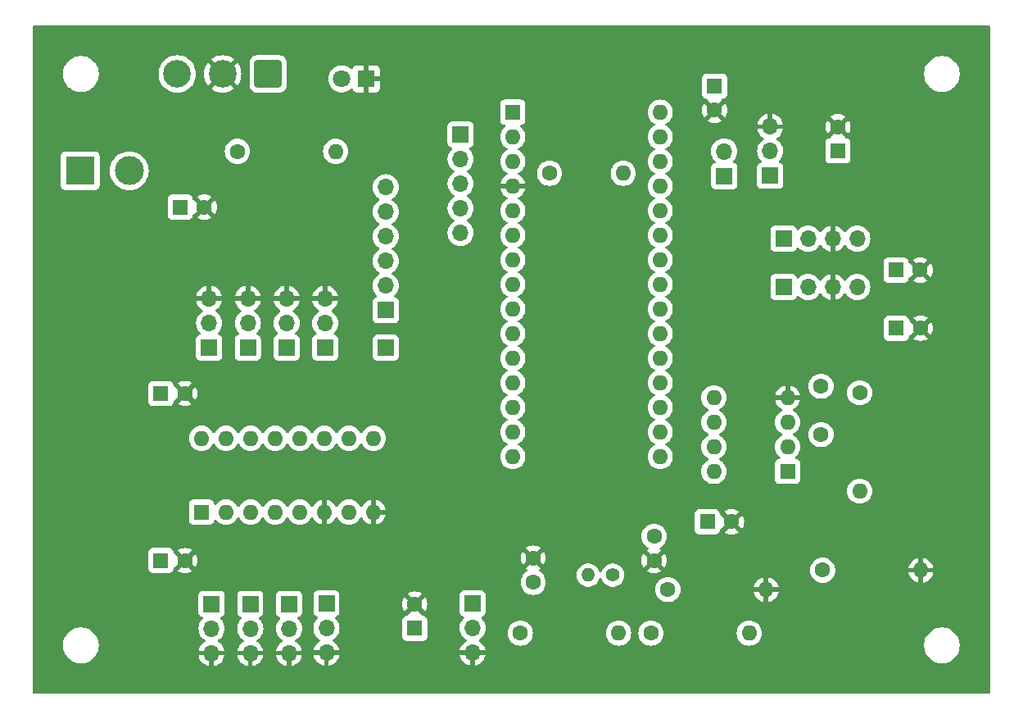
<source format=gbr>
%TF.GenerationSoftware,KiCad,Pcbnew,8.0.5*%
%TF.CreationDate,2024-12-09T00:54:55+01:00*%
%TF.ProjectId,Main PCB,4d61696e-2050-4434-922e-6b696361645f,2*%
%TF.SameCoordinates,Original*%
%TF.FileFunction,Copper,L1,Top*%
%TF.FilePolarity,Positive*%
%FSLAX46Y46*%
G04 Gerber Fmt 4.6, Leading zero omitted, Abs format (unit mm)*
G04 Created by KiCad (PCBNEW 8.0.5) date 2024-12-09 00:54:55*
%MOMM*%
%LPD*%
G01*
G04 APERTURE LIST*
G04 Aperture macros list*
%AMRoundRect*
0 Rectangle with rounded corners*
0 $1 Rounding radius*
0 $2 $3 $4 $5 $6 $7 $8 $9 X,Y pos of 4 corners*
0 Add a 4 corners polygon primitive as box body*
4,1,4,$2,$3,$4,$5,$6,$7,$8,$9,$2,$3,0*
0 Add four circle primitives for the rounded corners*
1,1,$1+$1,$2,$3*
1,1,$1+$1,$4,$5*
1,1,$1+$1,$6,$7*
1,1,$1+$1,$8,$9*
0 Add four rect primitives between the rounded corners*
20,1,$1+$1,$2,$3,$4,$5,0*
20,1,$1+$1,$4,$5,$6,$7,0*
20,1,$1+$1,$6,$7,$8,$9,0*
20,1,$1+$1,$8,$9,$2,$3,0*%
G04 Aperture macros list end*
%TA.AperFunction,ComponentPad*%
%ADD10C,1.600000*%
%TD*%
%TA.AperFunction,ComponentPad*%
%ADD11R,1.700000X1.700000*%
%TD*%
%TA.AperFunction,ComponentPad*%
%ADD12O,1.700000X1.700000*%
%TD*%
%TA.AperFunction,ComponentPad*%
%ADD13R,1.600000X1.600000*%
%TD*%
%TA.AperFunction,ComponentPad*%
%ADD14O,1.600000X1.600000*%
%TD*%
%TA.AperFunction,ComponentPad*%
%ADD15RoundRect,0.279411X1.145589X1.145589X-1.145589X1.145589X-1.145589X-1.145589X1.145589X-1.145589X0*%
%TD*%
%TA.AperFunction,ComponentPad*%
%ADD16C,2.850000*%
%TD*%
%TA.AperFunction,ComponentPad*%
%ADD17R,3.000000X3.000000*%
%TD*%
%TA.AperFunction,ComponentPad*%
%ADD18C,3.000000*%
%TD*%
%TA.AperFunction,ComponentPad*%
%ADD19R,1.800000X1.800000*%
%TD*%
%TA.AperFunction,ComponentPad*%
%ADD20C,1.800000*%
%TD*%
%TA.AperFunction,ComponentPad*%
%ADD21C,1.400000*%
%TD*%
%TA.AperFunction,ComponentPad*%
%ADD22O,1.400000X1.400000*%
%TD*%
G04 APERTURE END LIST*
D10*
%TO.P,C13,1*%
%TO.N,/NTC_Vout(ADC3)*%
X152750000Y-112500000D03*
%TO.P,C13,2*%
%TO.N,Net-(U1--)*%
X152750000Y-117500000D03*
%TD*%
D11*
%TO.P,J7,1,Pin_1*%
%TO.N,/D1{slash}TX*%
X115500000Y-86500000D03*
D12*
%TO.P,J7,2,Pin_2*%
%TO.N,/D0{slash}RX*%
X115500000Y-89040000D03*
%TO.P,J7,3,Pin_3*%
%TO.N,/PC6{slash}RESET*%
X115500000Y-91580000D03*
%TO.P,J7,4,Pin_4*%
%TO.N,/D2*%
X115500000Y-94120000D03*
%TO.P,J7,5,Pin_5*%
%TO.N,/D4*%
X115500000Y-96660000D03*
%TD*%
D13*
%TO.P,C3,1*%
%TO.N,+5V*%
X141000000Y-126500000D03*
D10*
%TO.P,C3,2*%
%TO.N,GND*%
X143500000Y-126500000D03*
%TD*%
%TO.P,C5,2*%
%TO.N,GND*%
X141750000Y-84000000D03*
D13*
%TO.P,C5,1*%
%TO.N,+5V*%
X141750000Y-81500000D03*
%TD*%
D11*
%TO.P,J17,1,Pin_1*%
%TO.N,/Trigger*%
X107750000Y-108500000D03*
%TD*%
D10*
%TO.P,R5,1*%
%TO.N,/NTC_Vout(ADC3)*%
X156750000Y-113170000D03*
D14*
%TO.P,R5,2*%
%TO.N,Net-(U1--)*%
X156750000Y-123330000D03*
%TD*%
D11*
%TO.P,J10,1,Pin_1*%
%TO.N,Net-(J10-Pin_1)*%
X89500000Y-108525000D03*
D12*
%TO.P,J10,2,Pin_2*%
%TO.N,+5V*%
X89500000Y-105985000D03*
%TO.P,J10,3,Pin_3*%
%TO.N,GND*%
X89500000Y-103445000D03*
%TD*%
D10*
%TO.P,C1,1*%
%TO.N,GND*%
X123000000Y-130250000D03*
%TO.P,C1,2*%
%TO.N,+5V*%
X123000000Y-132750000D03*
%TD*%
D15*
%TO.P,SW1,1,A*%
%TO.N,unconnected-(SW1-A-Pad1)*%
X95600000Y-80250000D03*
D16*
%TO.P,SW1,2,B*%
%TO.N,GND*%
X90900000Y-80250000D03*
%TO.P,SW1,3,C*%
%TO.N,Net-(J1-Pin_1)*%
X86200000Y-80250000D03*
%TD*%
D13*
%TO.P,C11,1*%
%TO.N,+5V*%
X154500000Y-88205113D03*
D10*
%TO.P,C11,2*%
%TO.N,GND*%
X154500000Y-85705113D03*
%TD*%
D13*
%TO.P,C6,1*%
%TO.N,+5V*%
X110750000Y-137500000D03*
D10*
%TO.P,C6,2*%
%TO.N,GND*%
X110750000Y-135000000D03*
%TD*%
D11*
%TO.P,J13,1,Pin_1*%
%TO.N,Net-(J13-Pin_1)*%
X101625000Y-134935000D03*
D12*
%TO.P,J13,2,Pin_2*%
%TO.N,+5V*%
X101625000Y-137475000D03*
%TO.P,J13,3,Pin_3*%
%TO.N,GND*%
X101625000Y-140015000D03*
%TD*%
D17*
%TO.P,J1,1,Pin_1*%
%TO.N,Net-(J1-Pin_1)*%
X76170000Y-90250000D03*
D18*
%TO.P,J1,2,Pin_2*%
%TO.N,+5V*%
X81250000Y-90250000D03*
%TD*%
D13*
%TO.P,U1,1,NULL*%
%TO.N,unconnected-(U1-NULL-Pad1)*%
X149300000Y-121300000D03*
D14*
%TO.P,U1,2,-*%
%TO.N,Net-(U1--)*%
X149300000Y-118760000D03*
%TO.P,U1,3,+*%
%TO.N,Net-(U1-+)*%
X149300000Y-116220000D03*
%TO.P,U1,4,V-*%
%TO.N,GND*%
X149300000Y-113680000D03*
%TO.P,U1,5,NULL*%
%TO.N,unconnected-(U1-NULL-Pad5)*%
X141680000Y-113680000D03*
%TO.P,U1,6*%
%TO.N,/NTC_Vout(ADC3)*%
X141680000Y-116220000D03*
%TO.P,U1,7,V+*%
%TO.N,+5V*%
X141680000Y-118760000D03*
%TO.P,U1,8,STRB*%
%TO.N,unconnected-(U1-STRB-Pad8)*%
X141680000Y-121300000D03*
%TD*%
D13*
%TO.P,C2,1*%
%TO.N,+5V*%
X86500000Y-94000000D03*
D10*
%TO.P,C2,2*%
%TO.N,GND*%
X89000000Y-94000000D03*
%TD*%
D11*
%TO.P,J12,1,Pin_1*%
%TO.N,Net-(J12-Pin_1)*%
X89750000Y-134975000D03*
D12*
%TO.P,J12,2,Pin_2*%
%TO.N,+5V*%
X89750000Y-137515000D03*
%TO.P,J12,3,Pin_3*%
%TO.N,GND*%
X89750000Y-140055000D03*
%TD*%
D13*
%TO.P,C9,1*%
%TO.N,+5V*%
X160544888Y-106500000D03*
D10*
%TO.P,C9,2*%
%TO.N,GND*%
X163044888Y-106500000D03*
%TD*%
D11*
%TO.P,J14,1,Pin_1*%
%TO.N,Net-(J14-Pin_1)*%
X93750000Y-134975000D03*
D12*
%TO.P,J14,2,Pin_2*%
%TO.N,+5V*%
X93750000Y-137515000D03*
%TO.P,J14,3,Pin_3*%
%TO.N,GND*%
X93750000Y-140055000D03*
%TD*%
D10*
%TO.P,C12,1*%
%TO.N,+5V*%
X135500000Y-128000000D03*
%TO.P,C12,2*%
%TO.N,GND*%
X135500000Y-130500000D03*
%TD*%
D11*
%TO.P,J8,1,Pin_1*%
%TO.N,Net-(J8-Pin_1)*%
X97500000Y-108525000D03*
D12*
%TO.P,J8,2,Pin_2*%
%TO.N,+5V*%
X97500000Y-105985000D03*
%TO.P,J8,3,Pin_3*%
%TO.N,GND*%
X97500000Y-103445000D03*
%TD*%
D13*
%TO.P,C7,1*%
%TO.N,+5V*%
X160500000Y-100500000D03*
D10*
%TO.P,C7,2*%
%TO.N,GND*%
X163000000Y-100500000D03*
%TD*%
%TO.P,R6,1*%
%TO.N,/OC2B*%
X124690000Y-90500000D03*
D14*
%TO.P,R6,2*%
%TO.N,Net-(J2-Pin_2)*%
X132310000Y-90500000D03*
%TD*%
D11*
%TO.P,J4,1,Pin_1*%
%TO.N,/OC0A*%
X107750000Y-104650000D03*
D12*
%TO.P,J4,2,Pin_2*%
%TO.N,/OC0B*%
X107750000Y-102110000D03*
%TO.P,J4,3,Pin_3*%
%TO.N,/IN1*%
X107750000Y-99570000D03*
%TO.P,J4,4,Pin_4*%
%TO.N,/IN3*%
X107750000Y-97030000D03*
%TO.P,J4,5,Pin_5*%
%TO.N,/IN4*%
X107750000Y-94490000D03*
%TO.P,J4,6,Pin_6*%
%TO.N,/IN2*%
X107750000Y-91950000D03*
%TD*%
D13*
%TO.P,A1,1,D1/TX*%
%TO.N,/D1{slash}TX*%
X120890000Y-84200000D03*
D14*
%TO.P,A1,2,D0/RX*%
%TO.N,/D0{slash}RX*%
X120890000Y-86740000D03*
%TO.P,A1,3,~{RESET}*%
%TO.N,/PC6{slash}RESET*%
X120890000Y-89280000D03*
%TO.P,A1,4,GND*%
%TO.N,GND*%
X120890000Y-91820000D03*
%TO.P,A1,5,D2*%
%TO.N,/D2*%
X120890000Y-94360000D03*
%TO.P,A1,6,D3*%
%TO.N,/OC2B*%
X120890000Y-96900000D03*
%TO.P,A1,7,D4*%
%TO.N,/D4*%
X120890000Y-99440000D03*
%TO.P,A1,8,D5*%
%TO.N,/OC0B*%
X120890000Y-101980000D03*
%TO.P,A1,9,D6*%
%TO.N,/OC0A*%
X120890000Y-104520000D03*
%TO.P,A1,10,D7*%
%TO.N,/Trigger*%
X120890000Y-107060000D03*
%TO.P,A1,11,D8*%
%TO.N,/Echo&Trig*%
X120890000Y-109600000D03*
%TO.P,A1,12,D9*%
%TO.N,/A*%
X120890000Y-112140000D03*
%TO.P,A1,13,D10*%
%TO.N,/B*%
X120890000Y-114680000D03*
%TO.P,A1,14,D11*%
%TO.N,/OC2A*%
X120890000Y-117220000D03*
%TO.P,A1,15,D12*%
%TO.N,/C*%
X120890000Y-119760000D03*
%TO.P,A1,16,D13*%
%TO.N,/IN1*%
X136130000Y-119760000D03*
%TO.P,A1,17,3V3*%
%TO.N,unconnected-(A1-3V3-Pad17)*%
X136130000Y-117220000D03*
%TO.P,A1,18,AREF*%
%TO.N,unconnected-(A1-AREF-Pad18)*%
X136130000Y-114680000D03*
%TO.P,A1,19,A0*%
%TO.N,/NTC_Vout(ADC3)*%
X136130000Y-112140000D03*
%TO.P,A1,20,A1*%
%TO.N,/IN3*%
X136130000Y-109600000D03*
%TO.P,A1,21,A2*%
%TO.N,/IN4*%
X136130000Y-107060000D03*
%TO.P,A1,22,A3*%
%TO.N,/IN2*%
X136130000Y-104520000D03*
%TO.P,A1,23,A4*%
%TO.N,/SDA*%
X136130000Y-101980000D03*
%TO.P,A1,24,A5*%
%TO.N,/SCL*%
X136130000Y-99440000D03*
%TO.P,A1,25,A6*%
%TO.N,/ADC6*%
X136130000Y-96900000D03*
%TO.P,A1,26,A7*%
%TO.N,/ADC7*%
X136130000Y-94360000D03*
%TO.P,A1,27,+5V*%
%TO.N,unconnected-(A1-+5V-Pad27)*%
X136130000Y-91820000D03*
%TO.P,A1,28,~{RESET}*%
%TO.N,unconnected-(A1-~{RESET}-Pad28)*%
X136130000Y-89280000D03*
%TO.P,A1,29,GND*%
%TO.N,unconnected-(A1-GND-Pad29)*%
X136130000Y-86740000D03*
%TO.P,A1,30,VIN*%
%TO.N,+5V*%
X136130000Y-84200000D03*
%TD*%
%TO.P,R3,2*%
%TO.N,GND*%
X163080000Y-131500000D03*
D10*
%TO.P,R3,1*%
%TO.N,Net-(U1--)*%
X152920000Y-131500000D03*
%TD*%
D11*
%TO.P,J5,1,Pin_1*%
%TO.N,/ADC6*%
X147500000Y-90775000D03*
D12*
%TO.P,J5,2,Pin_2*%
%TO.N,+5V*%
X147500000Y-88235000D03*
%TO.P,J5,3,Pin_3*%
%TO.N,GND*%
X147500000Y-85695000D03*
%TD*%
D11*
%TO.P,J16,1,Pin_1*%
%TO.N,/SCL*%
X148880000Y-97250000D03*
D12*
%TO.P,J16,2,Pin_2*%
%TO.N,/SDA*%
X151420000Y-97250000D03*
%TO.P,J16,3,Pin_3*%
%TO.N,GND*%
X153960000Y-97250000D03*
%TO.P,J16,4,Pin_4*%
%TO.N,+5V*%
X156500000Y-97250000D03*
%TD*%
D19*
%TO.P,D2,1,K*%
%TO.N,GND*%
X105750000Y-80750000D03*
D20*
%TO.P,D2,2,A*%
%TO.N,Net-(D2-A)*%
X103210000Y-80750000D03*
%TD*%
D10*
%TO.P,R1,1*%
%TO.N,Net-(U1-+)*%
X136920000Y-133500000D03*
D14*
%TO.P,R1,2*%
%TO.N,GND*%
X147080000Y-133500000D03*
%TD*%
D11*
%TO.P,J6,1,Pin_1*%
%TO.N,/SCL*%
X148880000Y-102250000D03*
D12*
%TO.P,J6,2,Pin_2*%
%TO.N,/SDA*%
X151420000Y-102250000D03*
%TO.P,J6,3,Pin_3*%
%TO.N,GND*%
X153960000Y-102250000D03*
%TO.P,J6,4,Pin_4*%
%TO.N,+5V*%
X156500000Y-102250000D03*
%TD*%
D10*
%TO.P,R4,1*%
%TO.N,+5V*%
X92420000Y-88250000D03*
D14*
%TO.P,R4,2*%
%TO.N,Net-(D2-A)*%
X102580000Y-88250000D03*
%TD*%
D11*
%TO.P,J9,1,Pin_1*%
%TO.N,Net-(J9-Pin_1)*%
X93500000Y-108525000D03*
D12*
%TO.P,J9,2,Pin_2*%
%TO.N,+5V*%
X93500000Y-105985000D03*
%TO.P,J9,3,Pin_3*%
%TO.N,GND*%
X93500000Y-103445000D03*
%TD*%
D13*
%TO.P,C8,1*%
%TO.N,+5V*%
X84500000Y-113250000D03*
D10*
%TO.P,C8,2*%
%TO.N,GND*%
X87000000Y-113250000D03*
%TD*%
%TO.P,R2,1*%
%TO.N,Net-(R2-Pad1)*%
X135170000Y-138000000D03*
D14*
%TO.P,R2,2*%
%TO.N,Net-(U1--)*%
X145330000Y-138000000D03*
%TD*%
D11*
%TO.P,J15,1,Pin_1*%
%TO.N,Net-(J15-Pin_1)*%
X97750000Y-134975000D03*
D12*
%TO.P,J15,2,Pin_2*%
%TO.N,+5V*%
X97750000Y-137515000D03*
%TO.P,J15,3,Pin_3*%
%TO.N,GND*%
X97750000Y-140055000D03*
%TD*%
D11*
%TO.P,J11,1,Pin_1*%
%TO.N,Net-(J11-Pin_1)*%
X101500000Y-108525000D03*
D12*
%TO.P,J11,2,Pin_2*%
%TO.N,+5V*%
X101500000Y-105985000D03*
%TO.P,J11,3,Pin_3*%
%TO.N,GND*%
X101500000Y-103445000D03*
%TD*%
D10*
%TO.P,R7,1*%
%TO.N,+5V*%
X121670000Y-138000000D03*
D14*
%TO.P,R7,2*%
%TO.N,Net-(R2-Pad1)*%
X131830000Y-138000000D03*
%TD*%
D13*
%TO.P,C10,1*%
%TO.N,+5V*%
X84500000Y-130500000D03*
D10*
%TO.P,C10,2*%
%TO.N,GND*%
X87000000Y-130500000D03*
%TD*%
D21*
%TO.P,TH1,1*%
%TO.N,Net-(U1-+)*%
X131220000Y-132000000D03*
D22*
%TO.P,TH1,2*%
%TO.N,+5V*%
X128680000Y-132000000D03*
%TD*%
D11*
%TO.P,J2,1,Pin_1*%
%TO.N,/ADC7*%
X142750000Y-90790000D03*
D12*
%TO.P,J2,2,Pin_2*%
%TO.N,Net-(J2-Pin_2)*%
X142750000Y-88250000D03*
%TD*%
D13*
%TO.P,U2,1,X4*%
%TO.N,Net-(J12-Pin_1)*%
X88710000Y-125500000D03*
D14*
%TO.P,U2,2,X6*%
%TO.N,Net-(J14-Pin_1)*%
X91250000Y-125500000D03*
%TO.P,U2,3,X*%
%TO.N,/Echo&Trig*%
X93790000Y-125500000D03*
%TO.P,U2,4,X7*%
%TO.N,Net-(J15-Pin_1)*%
X96330000Y-125500000D03*
%TO.P,U2,5,X5*%
%TO.N,Net-(J13-Pin_1)*%
X98870000Y-125500000D03*
%TO.P,U2,6,INH*%
%TO.N,GND*%
X101410000Y-125500000D03*
%TO.P,U2,7,VEE*%
%TO.N,unconnected-(U2-VEE-Pad7)*%
X103950000Y-125500000D03*
%TO.P,U2,8,VSS*%
%TO.N,GND*%
X106490000Y-125500000D03*
%TO.P,U2,9,C*%
%TO.N,/C*%
X106490000Y-117880000D03*
%TO.P,U2,10,B*%
%TO.N,/B*%
X103950000Y-117880000D03*
%TO.P,U2,11,A*%
%TO.N,/A*%
X101410000Y-117880000D03*
%TO.P,U2,12,X3*%
%TO.N,Net-(J11-Pin_1)*%
X98870000Y-117880000D03*
%TO.P,U2,13,X0*%
%TO.N,Net-(J8-Pin_1)*%
X96330000Y-117880000D03*
%TO.P,U2,14,X1*%
%TO.N,Net-(J9-Pin_1)*%
X93790000Y-117880000D03*
%TO.P,U2,15,X2*%
%TO.N,Net-(J10-Pin_1)*%
X91250000Y-117880000D03*
%TO.P,U2,16,VDD*%
%TO.N,+5V*%
X88710000Y-117880000D03*
%TD*%
D11*
%TO.P,J3,1,Pin_1*%
%TO.N,/OC2A*%
X116750000Y-134920000D03*
D12*
%TO.P,J3,2,Pin_2*%
%TO.N,+5V*%
X116750000Y-137460000D03*
%TO.P,J3,3,Pin_3*%
%TO.N,GND*%
X116750000Y-140000000D03*
%TD*%
%TA.AperFunction,Conductor*%
%TO.N,GND*%
G36*
X170192539Y-75270185D02*
G01*
X170238294Y-75322989D01*
X170249500Y-75374500D01*
X170249500Y-144125500D01*
X170229815Y-144192539D01*
X170177011Y-144238294D01*
X170125500Y-144249500D01*
X71374500Y-144249500D01*
X71307461Y-144229815D01*
X71261706Y-144177011D01*
X71250500Y-144125500D01*
X71250500Y-139128711D01*
X74399500Y-139128711D01*
X74399500Y-139371288D01*
X74431161Y-139611785D01*
X74493947Y-139846104D01*
X74553209Y-139989174D01*
X74586776Y-140070212D01*
X74708064Y-140280289D01*
X74708066Y-140280292D01*
X74708067Y-140280293D01*
X74855733Y-140472736D01*
X74855739Y-140472743D01*
X75027256Y-140644260D01*
X75027262Y-140644265D01*
X75219711Y-140791936D01*
X75429788Y-140913224D01*
X75653900Y-141006054D01*
X75888211Y-141068838D01*
X76068586Y-141092584D01*
X76128711Y-141100500D01*
X76128712Y-141100500D01*
X76371289Y-141100500D01*
X76419388Y-141094167D01*
X76611789Y-141068838D01*
X76846100Y-141006054D01*
X77070212Y-140913224D01*
X77280289Y-140791936D01*
X77472738Y-140644265D01*
X77644265Y-140472738D01*
X77791936Y-140280289D01*
X77913224Y-140070212D01*
X78006054Y-139846100D01*
X78068838Y-139611789D01*
X78100500Y-139371288D01*
X78100500Y-139128712D01*
X78068838Y-138888211D01*
X78006054Y-138653900D01*
X78002553Y-138645449D01*
X77959839Y-138542328D01*
X77913224Y-138429788D01*
X77791936Y-138219711D01*
X77644265Y-138027262D01*
X77644260Y-138027256D01*
X77472743Y-137855739D01*
X77472736Y-137855733D01*
X77280293Y-137708067D01*
X77280292Y-137708066D01*
X77280289Y-137708064D01*
X77070212Y-137586776D01*
X77070205Y-137586773D01*
X76896928Y-137514999D01*
X88394341Y-137514999D01*
X88394341Y-137515000D01*
X88414936Y-137750403D01*
X88414938Y-137750413D01*
X88476094Y-137978655D01*
X88476096Y-137978659D01*
X88476097Y-137978663D01*
X88498760Y-138027263D01*
X88575965Y-138192830D01*
X88575967Y-138192834D01*
X88711501Y-138386395D01*
X88711506Y-138386402D01*
X88878597Y-138553493D01*
X88878603Y-138553498D01*
X89064594Y-138683730D01*
X89108219Y-138738307D01*
X89115413Y-138807805D01*
X89083890Y-138870160D01*
X89064595Y-138886880D01*
X88878922Y-139016890D01*
X88878920Y-139016891D01*
X88711891Y-139183920D01*
X88711886Y-139183926D01*
X88576400Y-139377420D01*
X88576399Y-139377422D01*
X88476570Y-139591507D01*
X88476567Y-139591513D01*
X88419364Y-139804999D01*
X88419364Y-139805000D01*
X89316988Y-139805000D01*
X89284075Y-139862007D01*
X89250000Y-139989174D01*
X89250000Y-140120826D01*
X89284075Y-140247993D01*
X89316988Y-140305000D01*
X88419364Y-140305000D01*
X88476567Y-140518486D01*
X88476570Y-140518492D01*
X88576399Y-140732578D01*
X88711894Y-140926082D01*
X88878917Y-141093105D01*
X89072421Y-141228600D01*
X89286507Y-141328429D01*
X89286516Y-141328433D01*
X89500000Y-141385634D01*
X89500000Y-140488012D01*
X89557007Y-140520925D01*
X89684174Y-140555000D01*
X89815826Y-140555000D01*
X89942993Y-140520925D01*
X90000000Y-140488012D01*
X90000000Y-141385633D01*
X90213483Y-141328433D01*
X90213492Y-141328429D01*
X90427578Y-141228600D01*
X90621082Y-141093105D01*
X90788105Y-140926082D01*
X90923600Y-140732578D01*
X91023429Y-140518492D01*
X91023432Y-140518486D01*
X91080636Y-140305000D01*
X90183012Y-140305000D01*
X90215925Y-140247993D01*
X90250000Y-140120826D01*
X90250000Y-139989174D01*
X90215925Y-139862007D01*
X90183012Y-139805000D01*
X91080636Y-139805000D01*
X91080635Y-139804999D01*
X91023432Y-139591513D01*
X91023429Y-139591507D01*
X90923600Y-139377422D01*
X90923599Y-139377420D01*
X90788113Y-139183926D01*
X90788108Y-139183920D01*
X90621078Y-139016890D01*
X90435405Y-138886879D01*
X90391780Y-138832302D01*
X90384588Y-138762804D01*
X90416110Y-138700449D01*
X90435406Y-138683730D01*
X90472801Y-138657546D01*
X90621401Y-138553495D01*
X90788495Y-138386401D01*
X90924035Y-138192830D01*
X91023903Y-137978663D01*
X91085063Y-137750408D01*
X91105659Y-137515000D01*
X91105659Y-137514999D01*
X92394341Y-137514999D01*
X92394341Y-137515000D01*
X92414936Y-137750403D01*
X92414938Y-137750413D01*
X92476094Y-137978655D01*
X92476096Y-137978659D01*
X92476097Y-137978663D01*
X92498760Y-138027263D01*
X92575965Y-138192830D01*
X92575967Y-138192834D01*
X92711501Y-138386395D01*
X92711506Y-138386402D01*
X92878597Y-138553493D01*
X92878603Y-138553498D01*
X93064594Y-138683730D01*
X93108219Y-138738307D01*
X93115413Y-138807805D01*
X93083890Y-138870160D01*
X93064595Y-138886880D01*
X92878922Y-139016890D01*
X92878920Y-139016891D01*
X92711891Y-139183920D01*
X92711886Y-139183926D01*
X92576400Y-139377420D01*
X92576399Y-139377422D01*
X92476570Y-139591507D01*
X92476567Y-139591513D01*
X92419364Y-139804999D01*
X92419364Y-139805000D01*
X93316988Y-139805000D01*
X93284075Y-139862007D01*
X93250000Y-139989174D01*
X93250000Y-140120826D01*
X93284075Y-140247993D01*
X93316988Y-140305000D01*
X92419364Y-140305000D01*
X92476567Y-140518486D01*
X92476570Y-140518492D01*
X92576399Y-140732578D01*
X92711894Y-140926082D01*
X92878917Y-141093105D01*
X93072421Y-141228600D01*
X93286507Y-141328429D01*
X93286516Y-141328433D01*
X93500000Y-141385634D01*
X93500000Y-140488012D01*
X93557007Y-140520925D01*
X93684174Y-140555000D01*
X93815826Y-140555000D01*
X93942993Y-140520925D01*
X94000000Y-140488012D01*
X94000000Y-141385633D01*
X94213483Y-141328433D01*
X94213492Y-141328429D01*
X94427578Y-141228600D01*
X94621082Y-141093105D01*
X94788105Y-140926082D01*
X94923600Y-140732578D01*
X95023429Y-140518492D01*
X95023432Y-140518486D01*
X95080636Y-140305000D01*
X94183012Y-140305000D01*
X94215925Y-140247993D01*
X94250000Y-140120826D01*
X94250000Y-139989174D01*
X94215925Y-139862007D01*
X94183012Y-139805000D01*
X95080636Y-139805000D01*
X95080635Y-139804999D01*
X95023432Y-139591513D01*
X95023429Y-139591507D01*
X94923600Y-139377422D01*
X94923599Y-139377420D01*
X94788113Y-139183926D01*
X94788108Y-139183920D01*
X94621078Y-139016890D01*
X94435405Y-138886879D01*
X94391780Y-138832302D01*
X94384588Y-138762804D01*
X94416110Y-138700449D01*
X94435406Y-138683730D01*
X94472801Y-138657546D01*
X94621401Y-138553495D01*
X94788495Y-138386401D01*
X94924035Y-138192830D01*
X95023903Y-137978663D01*
X95085063Y-137750408D01*
X95105659Y-137515000D01*
X95105659Y-137514999D01*
X96394341Y-137514999D01*
X96394341Y-137515000D01*
X96414936Y-137750403D01*
X96414938Y-137750413D01*
X96476094Y-137978655D01*
X96476096Y-137978659D01*
X96476097Y-137978663D01*
X96498760Y-138027263D01*
X96575965Y-138192830D01*
X96575967Y-138192834D01*
X96711501Y-138386395D01*
X96711506Y-138386402D01*
X96878597Y-138553493D01*
X96878603Y-138553498D01*
X97064594Y-138683730D01*
X97108219Y-138738307D01*
X97115413Y-138807805D01*
X97083890Y-138870160D01*
X97064595Y-138886880D01*
X96878922Y-139016890D01*
X96878920Y-139016891D01*
X96711891Y-139183920D01*
X96711886Y-139183926D01*
X96576400Y-139377420D01*
X96576399Y-139377422D01*
X96476570Y-139591507D01*
X96476567Y-139591513D01*
X96419364Y-139804999D01*
X96419364Y-139805000D01*
X97316988Y-139805000D01*
X97284075Y-139862007D01*
X97250000Y-139989174D01*
X97250000Y-140120826D01*
X97284075Y-140247993D01*
X97316988Y-140305000D01*
X96419364Y-140305000D01*
X96476567Y-140518486D01*
X96476570Y-140518492D01*
X96576399Y-140732578D01*
X96711894Y-140926082D01*
X96878917Y-141093105D01*
X97072421Y-141228600D01*
X97286507Y-141328429D01*
X97286516Y-141328433D01*
X97500000Y-141385634D01*
X97500000Y-140488012D01*
X97557007Y-140520925D01*
X97684174Y-140555000D01*
X97815826Y-140555000D01*
X97942993Y-140520925D01*
X98000000Y-140488012D01*
X98000000Y-141385633D01*
X98213483Y-141328433D01*
X98213492Y-141328429D01*
X98427578Y-141228600D01*
X98621082Y-141093105D01*
X98788105Y-140926082D01*
X98923600Y-140732578D01*
X99023429Y-140518492D01*
X99023432Y-140518486D01*
X99080636Y-140305000D01*
X98183012Y-140305000D01*
X98215925Y-140247993D01*
X98250000Y-140120826D01*
X98250000Y-139989174D01*
X98215925Y-139862007D01*
X98183012Y-139805000D01*
X99080636Y-139805000D01*
X99080635Y-139804999D01*
X99023432Y-139591513D01*
X99023429Y-139591507D01*
X98923600Y-139377422D01*
X98923599Y-139377420D01*
X98788113Y-139183926D01*
X98788108Y-139183920D01*
X98621078Y-139016890D01*
X98435405Y-138886879D01*
X98391780Y-138832302D01*
X98384588Y-138762804D01*
X98416110Y-138700449D01*
X98435406Y-138683730D01*
X98472801Y-138657546D01*
X98621401Y-138553495D01*
X98788495Y-138386401D01*
X98924035Y-138192830D01*
X99023903Y-137978663D01*
X99085063Y-137750408D01*
X99105659Y-137515000D01*
X99102159Y-137474999D01*
X100269341Y-137474999D01*
X100269341Y-137475000D01*
X100289936Y-137710403D01*
X100289938Y-137710413D01*
X100351094Y-137938655D01*
X100351096Y-137938659D01*
X100351097Y-137938663D01*
X100392409Y-138027256D01*
X100450965Y-138152830D01*
X100450967Y-138152834D01*
X100502687Y-138226697D01*
X100586505Y-138346401D01*
X100753599Y-138513495D01*
X100918171Y-138628730D01*
X100939594Y-138643730D01*
X100983219Y-138698307D01*
X100990413Y-138767805D01*
X100958890Y-138830160D01*
X100939595Y-138846880D01*
X100753922Y-138976890D01*
X100753920Y-138976891D01*
X100586891Y-139143920D01*
X100586886Y-139143926D01*
X100451400Y-139337420D01*
X100451399Y-139337422D01*
X100351570Y-139551507D01*
X100351567Y-139551513D01*
X100294364Y-139764999D01*
X100294364Y-139765000D01*
X101191988Y-139765000D01*
X101159075Y-139822007D01*
X101125000Y-139949174D01*
X101125000Y-140080826D01*
X101159075Y-140207993D01*
X101191988Y-140265000D01*
X100294364Y-140265000D01*
X100351567Y-140478486D01*
X100351570Y-140478492D01*
X100451399Y-140692578D01*
X100586894Y-140886082D01*
X100753917Y-141053105D01*
X100947421Y-141188600D01*
X101161507Y-141288429D01*
X101161516Y-141288433D01*
X101375000Y-141345634D01*
X101375000Y-140448012D01*
X101432007Y-140480925D01*
X101559174Y-140515000D01*
X101690826Y-140515000D01*
X101817993Y-140480925D01*
X101875000Y-140448012D01*
X101875000Y-141345633D01*
X102088483Y-141288433D01*
X102088492Y-141288429D01*
X102302578Y-141188600D01*
X102496082Y-141053105D01*
X102663105Y-140886082D01*
X102798600Y-140692578D01*
X102898429Y-140478492D01*
X102898432Y-140478486D01*
X102955636Y-140265000D01*
X102058012Y-140265000D01*
X102090925Y-140207993D01*
X102125000Y-140080826D01*
X102125000Y-139949174D01*
X102090925Y-139822007D01*
X102058012Y-139765000D01*
X102955636Y-139765000D01*
X102955635Y-139764999D01*
X102898432Y-139551513D01*
X102898429Y-139551507D01*
X102798600Y-139337422D01*
X102798599Y-139337420D01*
X102663113Y-139143926D01*
X102663108Y-139143920D01*
X102496078Y-138976890D01*
X102310405Y-138846879D01*
X102266780Y-138792302D01*
X102259588Y-138722804D01*
X102291110Y-138660449D01*
X102310406Y-138643730D01*
X102324252Y-138634035D01*
X102496401Y-138513495D01*
X102663495Y-138346401D01*
X102799035Y-138152830D01*
X102898903Y-137938663D01*
X102960063Y-137710408D01*
X102980659Y-137475000D01*
X102976823Y-137431161D01*
X102974053Y-137399500D01*
X102960063Y-137239592D01*
X102898903Y-137011337D01*
X102799035Y-136797171D01*
X102741053Y-136714364D01*
X102663496Y-136603600D01*
X102648495Y-136588599D01*
X102541567Y-136481671D01*
X102508084Y-136420351D01*
X102513068Y-136350659D01*
X102554939Y-136294725D01*
X102585915Y-136277810D01*
X102717331Y-136228796D01*
X102832546Y-136142546D01*
X102918796Y-136027331D01*
X102969091Y-135892483D01*
X102975500Y-135832873D01*
X102975500Y-134999997D01*
X109445034Y-134999997D01*
X109445034Y-135000002D01*
X109464858Y-135226599D01*
X109464860Y-135226610D01*
X109523730Y-135446317D01*
X109523735Y-135446331D01*
X109619863Y-135652478D01*
X109670974Y-135725472D01*
X110350000Y-135046446D01*
X110350000Y-135052661D01*
X110377259Y-135154394D01*
X110429920Y-135245606D01*
X110504394Y-135320080D01*
X110595606Y-135372741D01*
X110697339Y-135400000D01*
X110703553Y-135400000D01*
X110019352Y-136084199D01*
X110009506Y-136133194D01*
X109960890Y-136183377D01*
X109905367Y-136198049D01*
X109905423Y-136199099D01*
X109905429Y-136199146D01*
X109905426Y-136199146D01*
X109905436Y-136199324D01*
X109902123Y-136199501D01*
X109842516Y-136205908D01*
X109707671Y-136256202D01*
X109707664Y-136256206D01*
X109592455Y-136342452D01*
X109592452Y-136342455D01*
X109506206Y-136457664D01*
X109506202Y-136457671D01*
X109455908Y-136592517D01*
X109449501Y-136652116D01*
X109449501Y-136652123D01*
X109449500Y-136652135D01*
X109449500Y-138347870D01*
X109449501Y-138347876D01*
X109455908Y-138407483D01*
X109506202Y-138542328D01*
X109506206Y-138542335D01*
X109592452Y-138657544D01*
X109592455Y-138657547D01*
X109707664Y-138743793D01*
X109707671Y-138743797D01*
X109842517Y-138794091D01*
X109842516Y-138794091D01*
X109849444Y-138794835D01*
X109902127Y-138800500D01*
X111597872Y-138800499D01*
X111657483Y-138794091D01*
X111792331Y-138743796D01*
X111907546Y-138657546D01*
X111993796Y-138542331D01*
X112044091Y-138407483D01*
X112050500Y-138347873D01*
X112050499Y-137459999D01*
X115394341Y-137459999D01*
X115394341Y-137460000D01*
X115414936Y-137695403D01*
X115414938Y-137695413D01*
X115476094Y-137923655D01*
X115476096Y-137923659D01*
X115476097Y-137923663D01*
X115524406Y-138027262D01*
X115575965Y-138137830D01*
X115575967Y-138137834D01*
X115711501Y-138331395D01*
X115711506Y-138331402D01*
X115878597Y-138498493D01*
X115878603Y-138498498D01*
X116064594Y-138628730D01*
X116108219Y-138683307D01*
X116115413Y-138752805D01*
X116083890Y-138815160D01*
X116064595Y-138831880D01*
X115878922Y-138961890D01*
X115878920Y-138961891D01*
X115711891Y-139128920D01*
X115711886Y-139128926D01*
X115576400Y-139322420D01*
X115576399Y-139322422D01*
X115476570Y-139536507D01*
X115476567Y-139536513D01*
X115419364Y-139749999D01*
X115419364Y-139750000D01*
X116316988Y-139750000D01*
X116284075Y-139807007D01*
X116250000Y-139934174D01*
X116250000Y-140065826D01*
X116284075Y-140192993D01*
X116316988Y-140250000D01*
X115419364Y-140250000D01*
X115476567Y-140463486D01*
X115476570Y-140463492D01*
X115576399Y-140677578D01*
X115711894Y-140871082D01*
X115878917Y-141038105D01*
X116072421Y-141173600D01*
X116286507Y-141273429D01*
X116286516Y-141273433D01*
X116500000Y-141330634D01*
X116500000Y-140433012D01*
X116557007Y-140465925D01*
X116684174Y-140500000D01*
X116815826Y-140500000D01*
X116942993Y-140465925D01*
X117000000Y-140433012D01*
X117000000Y-141330633D01*
X117213483Y-141273433D01*
X117213492Y-141273429D01*
X117427578Y-141173600D01*
X117621082Y-141038105D01*
X117788105Y-140871082D01*
X117923600Y-140677578D01*
X118023429Y-140463492D01*
X118023432Y-140463486D01*
X118080636Y-140250000D01*
X117183012Y-140250000D01*
X117215925Y-140192993D01*
X117250000Y-140065826D01*
X117250000Y-139934174D01*
X117215925Y-139807007D01*
X117183012Y-139750000D01*
X118080636Y-139750000D01*
X118080635Y-139749999D01*
X118023432Y-139536513D01*
X118023429Y-139536507D01*
X117923600Y-139322422D01*
X117923599Y-139322420D01*
X117788113Y-139128926D01*
X117788108Y-139128920D01*
X117621078Y-138961890D01*
X117435405Y-138831879D01*
X117391780Y-138777302D01*
X117384588Y-138707804D01*
X117416110Y-138645449D01*
X117435406Y-138628730D01*
X117621401Y-138498495D01*
X117788495Y-138331401D01*
X117924035Y-138137830D01*
X117988307Y-137999998D01*
X120364532Y-137999998D01*
X120364532Y-138000001D01*
X120384364Y-138226686D01*
X120384366Y-138226697D01*
X120443258Y-138446488D01*
X120443261Y-138446497D01*
X120539431Y-138652732D01*
X120539432Y-138652734D01*
X120669954Y-138839141D01*
X120830858Y-139000045D01*
X120854917Y-139016891D01*
X121017266Y-139130568D01*
X121223504Y-139226739D01*
X121443308Y-139285635D01*
X121605230Y-139299801D01*
X121669998Y-139305468D01*
X121670000Y-139305468D01*
X121670002Y-139305468D01*
X121726673Y-139300509D01*
X121896692Y-139285635D01*
X122116496Y-139226739D01*
X122322734Y-139130568D01*
X122509139Y-139000047D01*
X122670047Y-138839139D01*
X122800568Y-138652734D01*
X122896739Y-138446496D01*
X122955635Y-138226692D01*
X122975468Y-138000000D01*
X122975468Y-137999998D01*
X130524532Y-137999998D01*
X130524532Y-138000001D01*
X130544364Y-138226686D01*
X130544366Y-138226697D01*
X130603258Y-138446488D01*
X130603261Y-138446497D01*
X130699431Y-138652732D01*
X130699432Y-138652734D01*
X130829954Y-138839141D01*
X130990858Y-139000045D01*
X131014917Y-139016891D01*
X131177266Y-139130568D01*
X131383504Y-139226739D01*
X131603308Y-139285635D01*
X131765230Y-139299801D01*
X131829998Y-139305468D01*
X131830000Y-139305468D01*
X131830002Y-139305468D01*
X131886673Y-139300509D01*
X132056692Y-139285635D01*
X132276496Y-139226739D01*
X132482734Y-139130568D01*
X132669139Y-139000047D01*
X132830047Y-138839139D01*
X132960568Y-138652734D01*
X133056739Y-138446496D01*
X133115635Y-138226692D01*
X133135468Y-138000000D01*
X133135468Y-137999998D01*
X133864532Y-137999998D01*
X133864532Y-138000001D01*
X133884364Y-138226686D01*
X133884366Y-138226697D01*
X133943258Y-138446488D01*
X133943261Y-138446497D01*
X134039431Y-138652732D01*
X134039432Y-138652734D01*
X134169954Y-138839141D01*
X134330858Y-139000045D01*
X134354917Y-139016891D01*
X134517266Y-139130568D01*
X134723504Y-139226739D01*
X134943308Y-139285635D01*
X135105230Y-139299801D01*
X135169998Y-139305468D01*
X135170000Y-139305468D01*
X135170002Y-139305468D01*
X135226673Y-139300509D01*
X135396692Y-139285635D01*
X135616496Y-139226739D01*
X135822734Y-139130568D01*
X136009139Y-139000047D01*
X136170047Y-138839139D01*
X136300568Y-138652734D01*
X136396739Y-138446496D01*
X136455635Y-138226692D01*
X136475468Y-138000000D01*
X136475468Y-137999998D01*
X144024532Y-137999998D01*
X144024532Y-138000001D01*
X144044364Y-138226686D01*
X144044366Y-138226697D01*
X144103258Y-138446488D01*
X144103261Y-138446497D01*
X144199431Y-138652732D01*
X144199432Y-138652734D01*
X144329954Y-138839141D01*
X144490858Y-139000045D01*
X144514917Y-139016891D01*
X144677266Y-139130568D01*
X144883504Y-139226739D01*
X145103308Y-139285635D01*
X145265230Y-139299801D01*
X145329998Y-139305468D01*
X145330000Y-139305468D01*
X145330002Y-139305468D01*
X145386673Y-139300509D01*
X145556692Y-139285635D01*
X145776496Y-139226739D01*
X145982734Y-139130568D01*
X145985386Y-139128711D01*
X163399500Y-139128711D01*
X163399500Y-139371288D01*
X163431161Y-139611785D01*
X163493947Y-139846104D01*
X163553209Y-139989174D01*
X163586776Y-140070212D01*
X163708064Y-140280289D01*
X163708066Y-140280292D01*
X163708067Y-140280293D01*
X163855733Y-140472736D01*
X163855739Y-140472743D01*
X164027256Y-140644260D01*
X164027262Y-140644265D01*
X164219711Y-140791936D01*
X164429788Y-140913224D01*
X164653900Y-141006054D01*
X164888211Y-141068838D01*
X165068586Y-141092584D01*
X165128711Y-141100500D01*
X165128712Y-141100500D01*
X165371289Y-141100500D01*
X165419388Y-141094167D01*
X165611789Y-141068838D01*
X165846100Y-141006054D01*
X166070212Y-140913224D01*
X166280289Y-140791936D01*
X166472738Y-140644265D01*
X166644265Y-140472738D01*
X166791936Y-140280289D01*
X166913224Y-140070212D01*
X167006054Y-139846100D01*
X167068838Y-139611789D01*
X167100500Y-139371288D01*
X167100500Y-139128712D01*
X167068838Y-138888211D01*
X167006054Y-138653900D01*
X167002553Y-138645449D01*
X166959839Y-138542328D01*
X166913224Y-138429788D01*
X166791936Y-138219711D01*
X166644265Y-138027262D01*
X166644260Y-138027256D01*
X166472743Y-137855739D01*
X166472736Y-137855733D01*
X166280293Y-137708067D01*
X166280292Y-137708066D01*
X166280289Y-137708064D01*
X166070212Y-137586776D01*
X166070205Y-137586773D01*
X165846104Y-137493947D01*
X165611785Y-137431161D01*
X165371289Y-137399500D01*
X165371288Y-137399500D01*
X165128712Y-137399500D01*
X165128711Y-137399500D01*
X164888214Y-137431161D01*
X164653895Y-137493947D01*
X164429794Y-137586773D01*
X164429785Y-137586777D01*
X164247851Y-137691817D01*
X164241641Y-137695403D01*
X164219706Y-137708067D01*
X164027263Y-137855733D01*
X164027256Y-137855739D01*
X163855739Y-138027256D01*
X163855733Y-138027263D01*
X163708067Y-138219706D01*
X163586777Y-138429785D01*
X163586773Y-138429794D01*
X163493947Y-138653895D01*
X163431161Y-138888214D01*
X163399500Y-139128711D01*
X145985386Y-139128711D01*
X146169139Y-139000047D01*
X146330047Y-138839139D01*
X146460568Y-138652734D01*
X146556739Y-138446496D01*
X146615635Y-138226692D01*
X146635468Y-138000000D01*
X146615635Y-137773308D01*
X146556739Y-137553504D01*
X146460568Y-137347266D01*
X146330047Y-137160861D01*
X146330045Y-137160858D01*
X146169141Y-136999954D01*
X145982734Y-136869432D01*
X145982732Y-136869431D01*
X145776497Y-136773261D01*
X145776488Y-136773258D01*
X145556697Y-136714366D01*
X145556693Y-136714365D01*
X145556692Y-136714365D01*
X145556691Y-136714364D01*
X145556686Y-136714364D01*
X145330002Y-136694532D01*
X145329998Y-136694532D01*
X145103313Y-136714364D01*
X145103302Y-136714366D01*
X144883511Y-136773258D01*
X144883502Y-136773261D01*
X144677267Y-136869431D01*
X144677265Y-136869432D01*
X144490858Y-136999954D01*
X144329954Y-137160858D01*
X144199432Y-137347265D01*
X144199431Y-137347267D01*
X144103261Y-137553502D01*
X144103258Y-137553511D01*
X144044366Y-137773302D01*
X144044364Y-137773313D01*
X144024532Y-137999998D01*
X136475468Y-137999998D01*
X136455635Y-137773308D01*
X136396739Y-137553504D01*
X136300568Y-137347266D01*
X136170047Y-137160861D01*
X136170045Y-137160858D01*
X136009141Y-136999954D01*
X135822734Y-136869432D01*
X135822732Y-136869431D01*
X135616497Y-136773261D01*
X135616488Y-136773258D01*
X135396697Y-136714366D01*
X135396693Y-136714365D01*
X135396692Y-136714365D01*
X135396691Y-136714364D01*
X135396686Y-136714364D01*
X135170002Y-136694532D01*
X135169998Y-136694532D01*
X134943313Y-136714364D01*
X134943302Y-136714366D01*
X134723511Y-136773258D01*
X134723502Y-136773261D01*
X134517267Y-136869431D01*
X134517265Y-136869432D01*
X134330858Y-136999954D01*
X134169954Y-137160858D01*
X134039432Y-137347265D01*
X134039431Y-137347267D01*
X133943261Y-137553502D01*
X133943258Y-137553511D01*
X133884366Y-137773302D01*
X133884364Y-137773313D01*
X133864532Y-137999998D01*
X133135468Y-137999998D01*
X133115635Y-137773308D01*
X133056739Y-137553504D01*
X132960568Y-137347266D01*
X132830047Y-137160861D01*
X132830045Y-137160858D01*
X132669141Y-136999954D01*
X132482734Y-136869432D01*
X132482732Y-136869431D01*
X132276497Y-136773261D01*
X132276488Y-136773258D01*
X132056697Y-136714366D01*
X132056693Y-136714365D01*
X132056692Y-136714365D01*
X132056691Y-136714364D01*
X132056686Y-136714364D01*
X131830002Y-136694532D01*
X131829998Y-136694532D01*
X131603313Y-136714364D01*
X131603302Y-136714366D01*
X131383511Y-136773258D01*
X131383502Y-136773261D01*
X131177267Y-136869431D01*
X131177265Y-136869432D01*
X130990858Y-136999954D01*
X130829954Y-137160858D01*
X130699432Y-137347265D01*
X130699431Y-137347267D01*
X130603261Y-137553502D01*
X130603258Y-137553511D01*
X130544366Y-137773302D01*
X130544364Y-137773313D01*
X130524532Y-137999998D01*
X122975468Y-137999998D01*
X122955635Y-137773308D01*
X122896739Y-137553504D01*
X122800568Y-137347266D01*
X122670047Y-137160861D01*
X122670045Y-137160858D01*
X122509141Y-136999954D01*
X122322734Y-136869432D01*
X122322732Y-136869431D01*
X122116497Y-136773261D01*
X122116488Y-136773258D01*
X121896697Y-136714366D01*
X121896693Y-136714365D01*
X121896692Y-136714365D01*
X121896691Y-136714364D01*
X121896686Y-136714364D01*
X121670002Y-136694532D01*
X121669998Y-136694532D01*
X121443313Y-136714364D01*
X121443302Y-136714366D01*
X121223511Y-136773258D01*
X121223502Y-136773261D01*
X121017267Y-136869431D01*
X121017265Y-136869432D01*
X120830858Y-136999954D01*
X120669954Y-137160858D01*
X120539432Y-137347265D01*
X120539431Y-137347267D01*
X120443261Y-137553502D01*
X120443258Y-137553511D01*
X120384366Y-137773302D01*
X120384364Y-137773313D01*
X120364532Y-137999998D01*
X117988307Y-137999998D01*
X118023903Y-137923663D01*
X118085063Y-137695408D01*
X118105659Y-137460000D01*
X118085063Y-137224592D01*
X118023903Y-136996337D01*
X117924035Y-136782171D01*
X117917796Y-136773261D01*
X117788496Y-136588600D01*
X117788495Y-136588599D01*
X117666567Y-136466671D01*
X117633084Y-136405351D01*
X117638068Y-136335659D01*
X117679939Y-136279725D01*
X117710915Y-136262810D01*
X117842331Y-136213796D01*
X117957546Y-136127546D01*
X118043796Y-136012331D01*
X118094091Y-135877483D01*
X118100500Y-135817873D01*
X118100499Y-134022128D01*
X118094091Y-133962517D01*
X118088052Y-133946326D01*
X118043797Y-133827671D01*
X118043793Y-133827664D01*
X117957547Y-133712455D01*
X117957544Y-133712452D01*
X117842335Y-133626206D01*
X117842328Y-133626202D01*
X117707482Y-133575908D01*
X117707483Y-133575908D01*
X117647883Y-133569501D01*
X117647881Y-133569500D01*
X117647873Y-133569500D01*
X117647864Y-133569500D01*
X115852129Y-133569500D01*
X115852123Y-133569501D01*
X115792516Y-133575908D01*
X115657671Y-133626202D01*
X115657664Y-133626206D01*
X115542455Y-133712452D01*
X115542452Y-133712455D01*
X115456206Y-133827664D01*
X115456202Y-133827671D01*
X115405908Y-133962517D01*
X115399501Y-134022116D01*
X115399501Y-134022123D01*
X115399500Y-134022135D01*
X115399500Y-135817870D01*
X115399501Y-135817876D01*
X115405908Y-135877483D01*
X115456202Y-136012328D01*
X115456206Y-136012335D01*
X115542452Y-136127544D01*
X115542455Y-136127547D01*
X115657664Y-136213793D01*
X115657671Y-136213797D01*
X115789081Y-136262810D01*
X115845015Y-136304681D01*
X115869432Y-136370145D01*
X115854580Y-136438418D01*
X115833430Y-136466673D01*
X115711503Y-136588600D01*
X115575965Y-136782169D01*
X115575964Y-136782171D01*
X115476098Y-136996335D01*
X115476094Y-136996344D01*
X115414938Y-137224586D01*
X115414936Y-137224596D01*
X115394341Y-137459999D01*
X112050499Y-137459999D01*
X112050499Y-136652128D01*
X112044091Y-136592517D01*
X112017668Y-136521674D01*
X111993797Y-136457671D01*
X111993793Y-136457664D01*
X111907547Y-136342455D01*
X111907544Y-136342452D01*
X111792335Y-136256206D01*
X111792328Y-136256202D01*
X111657482Y-136205908D01*
X111657483Y-136205908D01*
X111597883Y-136199501D01*
X111597881Y-136199500D01*
X111597873Y-136199500D01*
X111597864Y-136199500D01*
X111594548Y-136199322D01*
X111594627Y-136197847D01*
X111533215Y-136179815D01*
X111487460Y-136127011D01*
X111479969Y-136083522D01*
X110796447Y-135400000D01*
X110802661Y-135400000D01*
X110904394Y-135372741D01*
X110995606Y-135320080D01*
X111070080Y-135245606D01*
X111122741Y-135154394D01*
X111150000Y-135052661D01*
X111150000Y-135046447D01*
X111829024Y-135725471D01*
X111880136Y-135652478D01*
X111976264Y-135446331D01*
X111976269Y-135446317D01*
X112035139Y-135226610D01*
X112035141Y-135226599D01*
X112054966Y-135000002D01*
X112054966Y-134999997D01*
X112035141Y-134773400D01*
X112035139Y-134773389D01*
X111976269Y-134553682D01*
X111976264Y-134553668D01*
X111880136Y-134347521D01*
X111880132Y-134347513D01*
X111829025Y-134274526D01*
X111150000Y-134953551D01*
X111150000Y-134947339D01*
X111122741Y-134845606D01*
X111070080Y-134754394D01*
X110995606Y-134679920D01*
X110904394Y-134627259D01*
X110802661Y-134600000D01*
X110796448Y-134600000D01*
X111475472Y-133920974D01*
X111402478Y-133869863D01*
X111196331Y-133773735D01*
X111196317Y-133773730D01*
X110976610Y-133714860D01*
X110976599Y-133714858D01*
X110750002Y-133695034D01*
X110749998Y-133695034D01*
X110523400Y-133714858D01*
X110523389Y-133714860D01*
X110303682Y-133773730D01*
X110303673Y-133773734D01*
X110097516Y-133869866D01*
X110097512Y-133869868D01*
X110024526Y-133920973D01*
X110024526Y-133920974D01*
X110703553Y-134600000D01*
X110697339Y-134600000D01*
X110595606Y-134627259D01*
X110504394Y-134679920D01*
X110429920Y-134754394D01*
X110377259Y-134845606D01*
X110350000Y-134947339D01*
X110350000Y-134953552D01*
X109670974Y-134274526D01*
X109670973Y-134274526D01*
X109619868Y-134347512D01*
X109619866Y-134347516D01*
X109523734Y-134553673D01*
X109523730Y-134553682D01*
X109464860Y-134773389D01*
X109464858Y-134773400D01*
X109445034Y-134999997D01*
X102975500Y-134999997D01*
X102975499Y-134037128D01*
X102969091Y-133977517D01*
X102968800Y-133976738D01*
X102918797Y-133842671D01*
X102918793Y-133842664D01*
X102832547Y-133727455D01*
X102832544Y-133727452D01*
X102717335Y-133641206D01*
X102717328Y-133641202D01*
X102582482Y-133590908D01*
X102582483Y-133590908D01*
X102522883Y-133584501D01*
X102522881Y-133584500D01*
X102522873Y-133584500D01*
X102522864Y-133584500D01*
X100727129Y-133584500D01*
X100727123Y-133584501D01*
X100667516Y-133590908D01*
X100532671Y-133641202D01*
X100532664Y-133641206D01*
X100417455Y-133727452D01*
X100417452Y-133727455D01*
X100331206Y-133842664D01*
X100331202Y-133842671D01*
X100280908Y-133977517D01*
X100274660Y-134035635D01*
X100274501Y-134037123D01*
X100274500Y-134037135D01*
X100274500Y-135832870D01*
X100274501Y-135832876D01*
X100280908Y-135892483D01*
X100331202Y-136027328D01*
X100331206Y-136027335D01*
X100417452Y-136142544D01*
X100417455Y-136142547D01*
X100532664Y-136228793D01*
X100532671Y-136228797D01*
X100664081Y-136277810D01*
X100720015Y-136319681D01*
X100744432Y-136385145D01*
X100729580Y-136453418D01*
X100708430Y-136481673D01*
X100586503Y-136603600D01*
X100450965Y-136797169D01*
X100450964Y-136797171D01*
X100351098Y-137011335D01*
X100351094Y-137011344D01*
X100289938Y-137239586D01*
X100289936Y-137239596D01*
X100269341Y-137474999D01*
X99102159Y-137474999D01*
X99085063Y-137279592D01*
X99023903Y-137051337D01*
X98924035Y-136837171D01*
X98896025Y-136797169D01*
X98788496Y-136643600D01*
X98733495Y-136588599D01*
X98666567Y-136521671D01*
X98633084Y-136460351D01*
X98638068Y-136390659D01*
X98679939Y-136334725D01*
X98710915Y-136317810D01*
X98842331Y-136268796D01*
X98957546Y-136182546D01*
X99043796Y-136067331D01*
X99094091Y-135932483D01*
X99100500Y-135872873D01*
X99100499Y-134077128D01*
X99094091Y-134017517D01*
X99078881Y-133976738D01*
X99043797Y-133882671D01*
X99043793Y-133882664D01*
X98957547Y-133767455D01*
X98957544Y-133767452D01*
X98842335Y-133681206D01*
X98842328Y-133681202D01*
X98707482Y-133630908D01*
X98707483Y-133630908D01*
X98647883Y-133624501D01*
X98647881Y-133624500D01*
X98647873Y-133624500D01*
X98647864Y-133624500D01*
X96852129Y-133624500D01*
X96852123Y-133624501D01*
X96792516Y-133630908D01*
X96657671Y-133681202D01*
X96657664Y-133681206D01*
X96542455Y-133767452D01*
X96542452Y-133767455D01*
X96456206Y-133882664D01*
X96456202Y-133882671D01*
X96405908Y-134017517D01*
X96399501Y-134077116D01*
X96399501Y-134077123D01*
X96399500Y-134077135D01*
X96399500Y-135872870D01*
X96399501Y-135872876D01*
X96405908Y-135932483D01*
X96456202Y-136067328D01*
X96456206Y-136067335D01*
X96542452Y-136182544D01*
X96542455Y-136182547D01*
X96657664Y-136268793D01*
X96657671Y-136268797D01*
X96789081Y-136317810D01*
X96845015Y-136359681D01*
X96869432Y-136425145D01*
X96854580Y-136493418D01*
X96833430Y-136521673D01*
X96711503Y-136643600D01*
X96575965Y-136837169D01*
X96575964Y-136837171D01*
X96476098Y-137051335D01*
X96476094Y-137051344D01*
X96414938Y-137279586D01*
X96414936Y-137279596D01*
X96394341Y-137514999D01*
X95105659Y-137514999D01*
X95085063Y-137279592D01*
X95023903Y-137051337D01*
X94924035Y-136837171D01*
X94896025Y-136797169D01*
X94788496Y-136643600D01*
X94733495Y-136588599D01*
X94666567Y-136521671D01*
X94633084Y-136460351D01*
X94638068Y-136390659D01*
X94679939Y-136334725D01*
X94710915Y-136317810D01*
X94842331Y-136268796D01*
X94957546Y-136182546D01*
X95043796Y-136067331D01*
X95094091Y-135932483D01*
X95100500Y-135872873D01*
X95100499Y-134077128D01*
X95094091Y-134017517D01*
X95078881Y-133976738D01*
X95043797Y-133882671D01*
X95043793Y-133882664D01*
X94957547Y-133767455D01*
X94957544Y-133767452D01*
X94842335Y-133681206D01*
X94842328Y-133681202D01*
X94707482Y-133630908D01*
X94707483Y-133630908D01*
X94647883Y-133624501D01*
X94647881Y-133624500D01*
X94647873Y-133624500D01*
X94647864Y-133624500D01*
X92852129Y-133624500D01*
X92852123Y-133624501D01*
X92792516Y-133630908D01*
X92657671Y-133681202D01*
X92657664Y-133681206D01*
X92542455Y-133767452D01*
X92542452Y-133767455D01*
X92456206Y-133882664D01*
X92456202Y-133882671D01*
X92405908Y-134017517D01*
X92399501Y-134077116D01*
X92399501Y-134077123D01*
X92399500Y-134077135D01*
X92399500Y-135872870D01*
X92399501Y-135872876D01*
X92405908Y-135932483D01*
X92456202Y-136067328D01*
X92456206Y-136067335D01*
X92542452Y-136182544D01*
X92542455Y-136182547D01*
X92657664Y-136268793D01*
X92657671Y-136268797D01*
X92789081Y-136317810D01*
X92845015Y-136359681D01*
X92869432Y-136425145D01*
X92854580Y-136493418D01*
X92833430Y-136521673D01*
X92711503Y-136643600D01*
X92575965Y-136837169D01*
X92575964Y-136837171D01*
X92476098Y-137051335D01*
X92476094Y-137051344D01*
X92414938Y-137279586D01*
X92414936Y-137279596D01*
X92394341Y-137514999D01*
X91105659Y-137514999D01*
X91085063Y-137279592D01*
X91023903Y-137051337D01*
X90924035Y-136837171D01*
X90896025Y-136797169D01*
X90788496Y-136643600D01*
X90733495Y-136588599D01*
X90666567Y-136521671D01*
X90633084Y-136460351D01*
X90638068Y-136390659D01*
X90679939Y-136334725D01*
X90710915Y-136317810D01*
X90842331Y-136268796D01*
X90957546Y-136182546D01*
X91043796Y-136067331D01*
X91094091Y-135932483D01*
X91100500Y-135872873D01*
X91100499Y-134077128D01*
X91094091Y-134017517D01*
X91078881Y-133976738D01*
X91043797Y-133882671D01*
X91043793Y-133882664D01*
X90957547Y-133767455D01*
X90957544Y-133767452D01*
X90842335Y-133681206D01*
X90842328Y-133681202D01*
X90707482Y-133630908D01*
X90707483Y-133630908D01*
X90647883Y-133624501D01*
X90647881Y-133624500D01*
X90647873Y-133624500D01*
X90647864Y-133624500D01*
X88852129Y-133624500D01*
X88852123Y-133624501D01*
X88792516Y-133630908D01*
X88657671Y-133681202D01*
X88657664Y-133681206D01*
X88542455Y-133767452D01*
X88542452Y-133767455D01*
X88456206Y-133882664D01*
X88456202Y-133882671D01*
X88405908Y-134017517D01*
X88399501Y-134077116D01*
X88399501Y-134077123D01*
X88399500Y-134077135D01*
X88399500Y-135872870D01*
X88399501Y-135872876D01*
X88405908Y-135932483D01*
X88456202Y-136067328D01*
X88456206Y-136067335D01*
X88542452Y-136182544D01*
X88542455Y-136182547D01*
X88657664Y-136268793D01*
X88657671Y-136268797D01*
X88789081Y-136317810D01*
X88845015Y-136359681D01*
X88869432Y-136425145D01*
X88854580Y-136493418D01*
X88833430Y-136521673D01*
X88711503Y-136643600D01*
X88575965Y-136837169D01*
X88575964Y-136837171D01*
X88476098Y-137051335D01*
X88476094Y-137051344D01*
X88414938Y-137279586D01*
X88414936Y-137279596D01*
X88394341Y-137514999D01*
X76896928Y-137514999D01*
X76846104Y-137493947D01*
X76611785Y-137431161D01*
X76371289Y-137399500D01*
X76371288Y-137399500D01*
X76128712Y-137399500D01*
X76128711Y-137399500D01*
X75888214Y-137431161D01*
X75653895Y-137493947D01*
X75429794Y-137586773D01*
X75429785Y-137586777D01*
X75247851Y-137691817D01*
X75241641Y-137695403D01*
X75219706Y-137708067D01*
X75027263Y-137855733D01*
X75027256Y-137855739D01*
X74855739Y-138027256D01*
X74855733Y-138027263D01*
X74708067Y-138219706D01*
X74586777Y-138429785D01*
X74586773Y-138429794D01*
X74493947Y-138653895D01*
X74431161Y-138888214D01*
X74399500Y-139128711D01*
X71250500Y-139128711D01*
X71250500Y-132749998D01*
X121694532Y-132749998D01*
X121694532Y-132750001D01*
X121714364Y-132976686D01*
X121714366Y-132976697D01*
X121773258Y-133196488D01*
X121773261Y-133196497D01*
X121869431Y-133402732D01*
X121869432Y-133402734D01*
X121999954Y-133589141D01*
X122160858Y-133750045D01*
X122160861Y-133750047D01*
X122347266Y-133880568D01*
X122553504Y-133976739D01*
X122553509Y-133976740D01*
X122553511Y-133976741D01*
X122606415Y-133990916D01*
X122773308Y-134035635D01*
X122935230Y-134049801D01*
X122999998Y-134055468D01*
X123000000Y-134055468D01*
X123000002Y-134055468D01*
X123056673Y-134050509D01*
X123226692Y-134035635D01*
X123446496Y-133976739D01*
X123652734Y-133880568D01*
X123839139Y-133750047D01*
X124000047Y-133589139D01*
X124062464Y-133499998D01*
X135614532Y-133499998D01*
X135614532Y-133500001D01*
X135634364Y-133726686D01*
X135634366Y-133726697D01*
X135693258Y-133946488D01*
X135693261Y-133946497D01*
X135789431Y-134152732D01*
X135789432Y-134152734D01*
X135919954Y-134339141D01*
X136080858Y-134500045D01*
X136080861Y-134500047D01*
X136267266Y-134630568D01*
X136473504Y-134726739D01*
X136693308Y-134785635D01*
X136855230Y-134799801D01*
X136919998Y-134805468D01*
X136920000Y-134805468D01*
X136920002Y-134805468D01*
X136976673Y-134800509D01*
X137146692Y-134785635D01*
X137366496Y-134726739D01*
X137572734Y-134630568D01*
X137759139Y-134500047D01*
X137920047Y-134339139D01*
X138050568Y-134152734D01*
X138146739Y-133946496D01*
X138205635Y-133726692D01*
X138225468Y-133500000D01*
X138205635Y-133273308D01*
X138199389Y-133249999D01*
X145801127Y-133249999D01*
X145801128Y-133250000D01*
X146764314Y-133250000D01*
X146759920Y-133254394D01*
X146707259Y-133345606D01*
X146680000Y-133447339D01*
X146680000Y-133552661D01*
X146707259Y-133654394D01*
X146759920Y-133745606D01*
X146764314Y-133750000D01*
X145801128Y-133750000D01*
X145853730Y-133946317D01*
X145853734Y-133946326D01*
X145949865Y-134152482D01*
X146080342Y-134338820D01*
X146241179Y-134499657D01*
X146427517Y-134630134D01*
X146633673Y-134726265D01*
X146633682Y-134726269D01*
X146829999Y-134778872D01*
X146830000Y-134778871D01*
X146830000Y-133815686D01*
X146834394Y-133820080D01*
X146925606Y-133872741D01*
X147027339Y-133900000D01*
X147132661Y-133900000D01*
X147234394Y-133872741D01*
X147325606Y-133820080D01*
X147330000Y-133815686D01*
X147330000Y-134778872D01*
X147526317Y-134726269D01*
X147526326Y-134726265D01*
X147732482Y-134630134D01*
X147918820Y-134499657D01*
X148079657Y-134338820D01*
X148210134Y-134152482D01*
X148306265Y-133946326D01*
X148306269Y-133946317D01*
X148358872Y-133750000D01*
X147395686Y-133750000D01*
X147400080Y-133745606D01*
X147452741Y-133654394D01*
X147480000Y-133552661D01*
X147480000Y-133447339D01*
X147452741Y-133345606D01*
X147400080Y-133254394D01*
X147395686Y-133250000D01*
X148358872Y-133250000D01*
X148358872Y-133249999D01*
X148306269Y-133053682D01*
X148306265Y-133053673D01*
X148210134Y-132847517D01*
X148079657Y-132661179D01*
X147918820Y-132500342D01*
X147732482Y-132369865D01*
X147526328Y-132273734D01*
X147330000Y-132221127D01*
X147330000Y-133184314D01*
X147325606Y-133179920D01*
X147234394Y-133127259D01*
X147132661Y-133100000D01*
X147027339Y-133100000D01*
X146925606Y-133127259D01*
X146834394Y-133179920D01*
X146830000Y-133184314D01*
X146830000Y-132221127D01*
X146633671Y-132273734D01*
X146427517Y-132369865D01*
X146241179Y-132500342D01*
X146080342Y-132661179D01*
X145949865Y-132847517D01*
X145853734Y-133053673D01*
X145853730Y-133053682D01*
X145801127Y-133249999D01*
X138199389Y-133249999D01*
X138146739Y-133053504D01*
X138050568Y-132847266D01*
X137920047Y-132660861D01*
X137920045Y-132660858D01*
X137759141Y-132499954D01*
X137572734Y-132369432D01*
X137572732Y-132369431D01*
X137366497Y-132273261D01*
X137366488Y-132273258D01*
X137146697Y-132214366D01*
X137146693Y-132214365D01*
X137146692Y-132214365D01*
X137146691Y-132214364D01*
X137146686Y-132214364D01*
X136920002Y-132194532D01*
X136919998Y-132194532D01*
X136693313Y-132214364D01*
X136693302Y-132214366D01*
X136473511Y-132273258D01*
X136473502Y-132273261D01*
X136267267Y-132369431D01*
X136267265Y-132369432D01*
X136080858Y-132499954D01*
X135919954Y-132660858D01*
X135789432Y-132847265D01*
X135789431Y-132847267D01*
X135693261Y-133053502D01*
X135693258Y-133053511D01*
X135634366Y-133273302D01*
X135634364Y-133273313D01*
X135614532Y-133499998D01*
X124062464Y-133499998D01*
X124130568Y-133402734D01*
X124226739Y-133196496D01*
X124285635Y-132976692D01*
X124305468Y-132750000D01*
X124303391Y-132726265D01*
X124295380Y-132634691D01*
X124285635Y-132523308D01*
X124226739Y-132303504D01*
X124130568Y-132097266D01*
X124062462Y-131999999D01*
X127474357Y-131999999D01*
X127474357Y-132000000D01*
X127494884Y-132221535D01*
X127494885Y-132221537D01*
X127555769Y-132435523D01*
X127555775Y-132435538D01*
X127654938Y-132634683D01*
X127654943Y-132634691D01*
X127789020Y-132812238D01*
X127953437Y-132962123D01*
X127953439Y-132962125D01*
X128142595Y-133079245D01*
X128142596Y-133079245D01*
X128142599Y-133079247D01*
X128350060Y-133159618D01*
X128568757Y-133200500D01*
X128568759Y-133200500D01*
X128791241Y-133200500D01*
X128791243Y-133200500D01*
X129009940Y-133159618D01*
X129217401Y-133079247D01*
X129406562Y-132962124D01*
X129570981Y-132812236D01*
X129705058Y-132634689D01*
X129804229Y-132435528D01*
X129830734Y-132342371D01*
X129868013Y-132283278D01*
X129931323Y-132253721D01*
X130000562Y-132263083D01*
X130053749Y-132308393D01*
X130069266Y-132342372D01*
X130095769Y-132435523D01*
X130095775Y-132435538D01*
X130194938Y-132634683D01*
X130194943Y-132634691D01*
X130329020Y-132812238D01*
X130493437Y-132962123D01*
X130493439Y-132962125D01*
X130682595Y-133079245D01*
X130682596Y-133079245D01*
X130682599Y-133079247D01*
X130890060Y-133159618D01*
X131108757Y-133200500D01*
X131108759Y-133200500D01*
X131331241Y-133200500D01*
X131331243Y-133200500D01*
X131549940Y-133159618D01*
X131757401Y-133079247D01*
X131946562Y-132962124D01*
X132110981Y-132812236D01*
X132245058Y-132634689D01*
X132344229Y-132435528D01*
X132405115Y-132221536D01*
X132425643Y-132000000D01*
X132420684Y-131946488D01*
X132405115Y-131778464D01*
X132405114Y-131778462D01*
X132393293Y-131736916D01*
X132344229Y-131564472D01*
X132333206Y-131542335D01*
X132245061Y-131365316D01*
X132245056Y-131365308D01*
X132110979Y-131187761D01*
X131946562Y-131037876D01*
X131946560Y-131037874D01*
X131757404Y-130920754D01*
X131757398Y-130920752D01*
X131549940Y-130840382D01*
X131331243Y-130799500D01*
X131108757Y-130799500D01*
X130890060Y-130840382D01*
X130806532Y-130872741D01*
X130682601Y-130920752D01*
X130682595Y-130920754D01*
X130493439Y-131037874D01*
X130493437Y-131037876D01*
X130329020Y-131187761D01*
X130194943Y-131365308D01*
X130194938Y-131365316D01*
X130095775Y-131564461D01*
X130095769Y-131564476D01*
X130069266Y-131657627D01*
X130031987Y-131716721D01*
X129968677Y-131746278D01*
X129899438Y-131736916D01*
X129846251Y-131691606D01*
X129830734Y-131657627D01*
X129804230Y-131564476D01*
X129804229Y-131564472D01*
X129793206Y-131542335D01*
X129705061Y-131365316D01*
X129705056Y-131365308D01*
X129570979Y-131187761D01*
X129406562Y-131037876D01*
X129406560Y-131037874D01*
X129217404Y-130920754D01*
X129217398Y-130920752D01*
X129009940Y-130840382D01*
X128791243Y-130799500D01*
X128568757Y-130799500D01*
X128350060Y-130840382D01*
X128266532Y-130872741D01*
X128142601Y-130920752D01*
X128142595Y-130920754D01*
X127953439Y-131037874D01*
X127953437Y-131037876D01*
X127789020Y-131187761D01*
X127654943Y-131365308D01*
X127654938Y-131365316D01*
X127555775Y-131564461D01*
X127555769Y-131564476D01*
X127494885Y-131778462D01*
X127494884Y-131778464D01*
X127474357Y-131999999D01*
X124062462Y-131999999D01*
X124000047Y-131910861D01*
X124000045Y-131910858D01*
X123839141Y-131749954D01*
X123652734Y-131619432D01*
X123652730Y-131619430D01*
X123637022Y-131612105D01*
X123584583Y-131565931D01*
X123565433Y-131498737D01*
X123585650Y-131431857D01*
X123637028Y-131387340D01*
X123652481Y-131380134D01*
X123725471Y-131329024D01*
X123046447Y-130650000D01*
X123052661Y-130650000D01*
X123154394Y-130622741D01*
X123245606Y-130570080D01*
X123320080Y-130495606D01*
X123372741Y-130404394D01*
X123400000Y-130302661D01*
X123400000Y-130296447D01*
X124079024Y-130975471D01*
X124130136Y-130902478D01*
X124226264Y-130696331D01*
X124226269Y-130696317D01*
X124285139Y-130476610D01*
X124285141Y-130476599D01*
X124304966Y-130250002D01*
X124304966Y-130249997D01*
X124285141Y-130023400D01*
X124285139Y-130023389D01*
X124226269Y-129803682D01*
X124226264Y-129803668D01*
X124130136Y-129597521D01*
X124130132Y-129597513D01*
X124079025Y-129524526D01*
X123400000Y-130203551D01*
X123400000Y-130197339D01*
X123372741Y-130095606D01*
X123320080Y-130004394D01*
X123245606Y-129929920D01*
X123154394Y-129877259D01*
X123052661Y-129850000D01*
X123046448Y-129850000D01*
X123725472Y-129170974D01*
X123652478Y-129119863D01*
X123446331Y-129023735D01*
X123446317Y-129023730D01*
X123226610Y-128964860D01*
X123226599Y-128964858D01*
X123000002Y-128945034D01*
X122999998Y-128945034D01*
X122773400Y-128964858D01*
X122773389Y-128964860D01*
X122553682Y-129023730D01*
X122553673Y-129023734D01*
X122347516Y-129119866D01*
X122347512Y-129119868D01*
X122274526Y-129170973D01*
X122274526Y-129170974D01*
X122953553Y-129850000D01*
X122947339Y-129850000D01*
X122845606Y-129877259D01*
X122754394Y-129929920D01*
X122679920Y-130004394D01*
X122627259Y-130095606D01*
X122600000Y-130197339D01*
X122600000Y-130203552D01*
X121920974Y-129524526D01*
X121920973Y-129524526D01*
X121869868Y-129597512D01*
X121869866Y-129597516D01*
X121773734Y-129803673D01*
X121773730Y-129803682D01*
X121714860Y-130023389D01*
X121714858Y-130023400D01*
X121695034Y-130249997D01*
X121695034Y-130250002D01*
X121714858Y-130476599D01*
X121714860Y-130476610D01*
X121773730Y-130696317D01*
X121773735Y-130696331D01*
X121869863Y-130902478D01*
X121920974Y-130975472D01*
X122600000Y-130296446D01*
X122600000Y-130302661D01*
X122627259Y-130404394D01*
X122679920Y-130495606D01*
X122754394Y-130570080D01*
X122845606Y-130622741D01*
X122947339Y-130650000D01*
X122953553Y-130650000D01*
X122274526Y-131329025D01*
X122347513Y-131380132D01*
X122347515Y-131380133D01*
X122362973Y-131387341D01*
X122415413Y-131433513D01*
X122434566Y-131500706D01*
X122414351Y-131567587D01*
X122362979Y-131612104D01*
X122347270Y-131619429D01*
X122347265Y-131619432D01*
X122160858Y-131749954D01*
X121999954Y-131910858D01*
X121869432Y-132097265D01*
X121869431Y-132097267D01*
X121773261Y-132303502D01*
X121773258Y-132303511D01*
X121714366Y-132523302D01*
X121714364Y-132523313D01*
X121694532Y-132749998D01*
X71250500Y-132749998D01*
X71250500Y-129652135D01*
X83199500Y-129652135D01*
X83199500Y-131347870D01*
X83199501Y-131347876D01*
X83205908Y-131407483D01*
X83256202Y-131542328D01*
X83256206Y-131542335D01*
X83342452Y-131657544D01*
X83342455Y-131657547D01*
X83457664Y-131743793D01*
X83457671Y-131743797D01*
X83592517Y-131794091D01*
X83592516Y-131794091D01*
X83599444Y-131794835D01*
X83652127Y-131800500D01*
X85347872Y-131800499D01*
X85407483Y-131794091D01*
X85542331Y-131743796D01*
X85657546Y-131657546D01*
X85743796Y-131542331D01*
X85794091Y-131407483D01*
X85800500Y-131347873D01*
X85800499Y-131347845D01*
X85800678Y-131344547D01*
X85802183Y-131344627D01*
X85820112Y-131283326D01*
X85872868Y-131237514D01*
X85916465Y-131229981D01*
X86600000Y-130546446D01*
X86600000Y-130552661D01*
X86627259Y-130654394D01*
X86679920Y-130745606D01*
X86754394Y-130820080D01*
X86845606Y-130872741D01*
X86947339Y-130900000D01*
X86953553Y-130900000D01*
X86274526Y-131579025D01*
X86347513Y-131630132D01*
X86347521Y-131630136D01*
X86553668Y-131726264D01*
X86553682Y-131726269D01*
X86773389Y-131785139D01*
X86773400Y-131785141D01*
X86999998Y-131804966D01*
X87000002Y-131804966D01*
X87226599Y-131785141D01*
X87226610Y-131785139D01*
X87446317Y-131726269D01*
X87446331Y-131726264D01*
X87652478Y-131630136D01*
X87725471Y-131579024D01*
X87046447Y-130900000D01*
X87052661Y-130900000D01*
X87154394Y-130872741D01*
X87245606Y-130820080D01*
X87320080Y-130745606D01*
X87372741Y-130654394D01*
X87400000Y-130552661D01*
X87400000Y-130546447D01*
X88079024Y-131225471D01*
X88130136Y-131152478D01*
X88226264Y-130946331D01*
X88226269Y-130946317D01*
X88285139Y-130726610D01*
X88285141Y-130726599D01*
X88304966Y-130500002D01*
X88304966Y-130499997D01*
X88285141Y-130273400D01*
X88285139Y-130273389D01*
X88226269Y-130053682D01*
X88226264Y-130053668D01*
X88130136Y-129847521D01*
X88130132Y-129847513D01*
X88079025Y-129774526D01*
X87400000Y-130453551D01*
X87400000Y-130447339D01*
X87372741Y-130345606D01*
X87320080Y-130254394D01*
X87245606Y-130179920D01*
X87154394Y-130127259D01*
X87052661Y-130100000D01*
X87046448Y-130100000D01*
X87725472Y-129420974D01*
X87652478Y-129369863D01*
X87446331Y-129273735D01*
X87446317Y-129273730D01*
X87226610Y-129214860D01*
X87226599Y-129214858D01*
X87000002Y-129195034D01*
X86999998Y-129195034D01*
X86773400Y-129214858D01*
X86773389Y-129214860D01*
X86553682Y-129273730D01*
X86553673Y-129273734D01*
X86347516Y-129369866D01*
X86347512Y-129369868D01*
X86274526Y-129420973D01*
X86274526Y-129420974D01*
X86953553Y-130100000D01*
X86947339Y-130100000D01*
X86845606Y-130127259D01*
X86754394Y-130179920D01*
X86679920Y-130254394D01*
X86627259Y-130345606D01*
X86600000Y-130447339D01*
X86600000Y-130453552D01*
X85915799Y-129769351D01*
X85866805Y-129759505D01*
X85816622Y-129710889D01*
X85801981Y-129655366D01*
X85800900Y-129655423D01*
X85800854Y-129655429D01*
X85800853Y-129655426D01*
X85800676Y-129655436D01*
X85800499Y-129652135D01*
X85800499Y-129652128D01*
X85794091Y-129592517D01*
X85743796Y-129457669D01*
X85743795Y-129457668D01*
X85743793Y-129457664D01*
X85657547Y-129342455D01*
X85657544Y-129342452D01*
X85542335Y-129256206D01*
X85542328Y-129256202D01*
X85407482Y-129205908D01*
X85407483Y-129205908D01*
X85347883Y-129199501D01*
X85347881Y-129199500D01*
X85347873Y-129199500D01*
X85347864Y-129199500D01*
X83652129Y-129199500D01*
X83652123Y-129199501D01*
X83592516Y-129205908D01*
X83457671Y-129256202D01*
X83457664Y-129256206D01*
X83342455Y-129342452D01*
X83342452Y-129342455D01*
X83256206Y-129457664D01*
X83256202Y-129457671D01*
X83205908Y-129592517D01*
X83199501Y-129652116D01*
X83199501Y-129652123D01*
X83199500Y-129652135D01*
X71250500Y-129652135D01*
X71250500Y-127999998D01*
X134194532Y-127999998D01*
X134194532Y-128000001D01*
X134214364Y-128226686D01*
X134214366Y-128226697D01*
X134273258Y-128446488D01*
X134273261Y-128446497D01*
X134369431Y-128652732D01*
X134369432Y-128652734D01*
X134499954Y-128839141D01*
X134660858Y-129000045D01*
X134660861Y-129000047D01*
X134847266Y-129130568D01*
X134862975Y-129137893D01*
X134915414Y-129184064D01*
X134934567Y-129251257D01*
X134914352Y-129318138D01*
X134862979Y-129362656D01*
X134847514Y-129369867D01*
X134847512Y-129369868D01*
X134774526Y-129420973D01*
X134774526Y-129420974D01*
X135453553Y-130100000D01*
X135447339Y-130100000D01*
X135345606Y-130127259D01*
X135254394Y-130179920D01*
X135179920Y-130254394D01*
X135127259Y-130345606D01*
X135100000Y-130447339D01*
X135100000Y-130453552D01*
X134420974Y-129774526D01*
X134420973Y-129774526D01*
X134369868Y-129847512D01*
X134369866Y-129847516D01*
X134273734Y-130053673D01*
X134273730Y-130053682D01*
X134214860Y-130273389D01*
X134214858Y-130273400D01*
X134195034Y-130499997D01*
X134195034Y-130500002D01*
X134214858Y-130726599D01*
X134214860Y-130726610D01*
X134273730Y-130946317D01*
X134273735Y-130946331D01*
X134369863Y-131152478D01*
X134420974Y-131225472D01*
X135100000Y-130546446D01*
X135100000Y-130552661D01*
X135127259Y-130654394D01*
X135179920Y-130745606D01*
X135254394Y-130820080D01*
X135345606Y-130872741D01*
X135447339Y-130900000D01*
X135453553Y-130900000D01*
X134774526Y-131579025D01*
X134847513Y-131630132D01*
X134847521Y-131630136D01*
X135053668Y-131726264D01*
X135053682Y-131726269D01*
X135273389Y-131785139D01*
X135273400Y-131785141D01*
X135499998Y-131804966D01*
X135500002Y-131804966D01*
X135726599Y-131785141D01*
X135726610Y-131785139D01*
X135946317Y-131726269D01*
X135946331Y-131726264D01*
X136152478Y-131630136D01*
X136225471Y-131579024D01*
X136146445Y-131499998D01*
X151614532Y-131499998D01*
X151614532Y-131500001D01*
X151634364Y-131726686D01*
X151634366Y-131726697D01*
X151693258Y-131946488D01*
X151693261Y-131946497D01*
X151789431Y-132152732D01*
X151789432Y-132152734D01*
X151919954Y-132339141D01*
X152080858Y-132500045D01*
X152080861Y-132500047D01*
X152267266Y-132630568D01*
X152473504Y-132726739D01*
X152693308Y-132785635D01*
X152855230Y-132799801D01*
X152919998Y-132805468D01*
X152920000Y-132805468D01*
X152920002Y-132805468D01*
X152976673Y-132800509D01*
X153146692Y-132785635D01*
X153366496Y-132726739D01*
X153572734Y-132630568D01*
X153759139Y-132500047D01*
X153920047Y-132339139D01*
X154050568Y-132152734D01*
X154146739Y-131946496D01*
X154205635Y-131726692D01*
X154225468Y-131500000D01*
X154205635Y-131273308D01*
X154199389Y-131249999D01*
X161801127Y-131249999D01*
X161801128Y-131250000D01*
X162764314Y-131250000D01*
X162759920Y-131254394D01*
X162707259Y-131345606D01*
X162680000Y-131447339D01*
X162680000Y-131552661D01*
X162707259Y-131654394D01*
X162759920Y-131745606D01*
X162764314Y-131750000D01*
X161801128Y-131750000D01*
X161853730Y-131946317D01*
X161853734Y-131946326D01*
X161949865Y-132152482D01*
X162080342Y-132338820D01*
X162241179Y-132499657D01*
X162427517Y-132630134D01*
X162633673Y-132726265D01*
X162633682Y-132726269D01*
X162829999Y-132778872D01*
X162830000Y-132778871D01*
X162830000Y-131815686D01*
X162834394Y-131820080D01*
X162925606Y-131872741D01*
X163027339Y-131900000D01*
X163132661Y-131900000D01*
X163234394Y-131872741D01*
X163325606Y-131820080D01*
X163330000Y-131815686D01*
X163330000Y-132778872D01*
X163526317Y-132726269D01*
X163526326Y-132726265D01*
X163732482Y-132630134D01*
X163918820Y-132499657D01*
X164079657Y-132338820D01*
X164210134Y-132152482D01*
X164306265Y-131946326D01*
X164306269Y-131946317D01*
X164358872Y-131750000D01*
X163395686Y-131750000D01*
X163400080Y-131745606D01*
X163452741Y-131654394D01*
X163480000Y-131552661D01*
X163480000Y-131447339D01*
X163452741Y-131345606D01*
X163400080Y-131254394D01*
X163395686Y-131250000D01*
X164358872Y-131250000D01*
X164358872Y-131249999D01*
X164306269Y-131053682D01*
X164306265Y-131053673D01*
X164210134Y-130847517D01*
X164079657Y-130661179D01*
X163918820Y-130500342D01*
X163732482Y-130369865D01*
X163526328Y-130273734D01*
X163330000Y-130221127D01*
X163330000Y-131184314D01*
X163325606Y-131179920D01*
X163234394Y-131127259D01*
X163132661Y-131100000D01*
X163027339Y-131100000D01*
X162925606Y-131127259D01*
X162834394Y-131179920D01*
X162830000Y-131184314D01*
X162830000Y-130221127D01*
X162633671Y-130273734D01*
X162427517Y-130369865D01*
X162241179Y-130500342D01*
X162080342Y-130661179D01*
X161949865Y-130847517D01*
X161853734Y-131053673D01*
X161853730Y-131053682D01*
X161801127Y-131249999D01*
X154199389Y-131249999D01*
X154146739Y-131053504D01*
X154050568Y-130847266D01*
X153920047Y-130660861D01*
X153920045Y-130660858D01*
X153759141Y-130499954D01*
X153572734Y-130369432D01*
X153572732Y-130369431D01*
X153366497Y-130273261D01*
X153366488Y-130273258D01*
X153146697Y-130214366D01*
X153146693Y-130214365D01*
X153146692Y-130214365D01*
X153146691Y-130214364D01*
X153146686Y-130214364D01*
X152920002Y-130194532D01*
X152919998Y-130194532D01*
X152693313Y-130214364D01*
X152693302Y-130214366D01*
X152473511Y-130273258D01*
X152473502Y-130273261D01*
X152267267Y-130369431D01*
X152267265Y-130369432D01*
X152080858Y-130499954D01*
X151919954Y-130660858D01*
X151789432Y-130847265D01*
X151789431Y-130847267D01*
X151693261Y-131053502D01*
X151693258Y-131053511D01*
X151634366Y-131273302D01*
X151634364Y-131273313D01*
X151614532Y-131499998D01*
X136146445Y-131499998D01*
X135546447Y-130900000D01*
X135552661Y-130900000D01*
X135654394Y-130872741D01*
X135745606Y-130820080D01*
X135820080Y-130745606D01*
X135872741Y-130654394D01*
X135900000Y-130552661D01*
X135900000Y-130546447D01*
X136579024Y-131225471D01*
X136630136Y-131152478D01*
X136726264Y-130946331D01*
X136726269Y-130946317D01*
X136785139Y-130726610D01*
X136785141Y-130726599D01*
X136804966Y-130500002D01*
X136804966Y-130499997D01*
X136785141Y-130273400D01*
X136785139Y-130273389D01*
X136726269Y-130053682D01*
X136726264Y-130053668D01*
X136630136Y-129847521D01*
X136630132Y-129847513D01*
X136579025Y-129774526D01*
X135900000Y-130453551D01*
X135900000Y-130447339D01*
X135872741Y-130345606D01*
X135820080Y-130254394D01*
X135745606Y-130179920D01*
X135654394Y-130127259D01*
X135552661Y-130100000D01*
X135546448Y-130100000D01*
X136225472Y-129420974D01*
X136152480Y-129369864D01*
X136137024Y-129362657D01*
X136084585Y-129316484D01*
X136065433Y-129249290D01*
X136085649Y-129182409D01*
X136137023Y-129137893D01*
X136152734Y-129130568D01*
X136339139Y-129000047D01*
X136500047Y-128839139D01*
X136630568Y-128652734D01*
X136726739Y-128446496D01*
X136785635Y-128226692D01*
X136805468Y-128000000D01*
X136785635Y-127773308D01*
X136726739Y-127553504D01*
X136630568Y-127347266D01*
X136500047Y-127160861D01*
X136500045Y-127160858D01*
X136339141Y-126999954D01*
X136152734Y-126869432D01*
X136152732Y-126869431D01*
X135946497Y-126773261D01*
X135946488Y-126773258D01*
X135726697Y-126714366D01*
X135726693Y-126714365D01*
X135726692Y-126714365D01*
X135726691Y-126714364D01*
X135726686Y-126714364D01*
X135500002Y-126694532D01*
X135499998Y-126694532D01*
X135273313Y-126714364D01*
X135273302Y-126714366D01*
X135053511Y-126773258D01*
X135053502Y-126773261D01*
X134847267Y-126869431D01*
X134847265Y-126869432D01*
X134660858Y-126999954D01*
X134499954Y-127160858D01*
X134369432Y-127347265D01*
X134369431Y-127347267D01*
X134273261Y-127553502D01*
X134273258Y-127553511D01*
X134214366Y-127773302D01*
X134214364Y-127773313D01*
X134194532Y-127999998D01*
X71250500Y-127999998D01*
X71250500Y-124652135D01*
X87409500Y-124652135D01*
X87409500Y-126347870D01*
X87409501Y-126347876D01*
X87415908Y-126407483D01*
X87466202Y-126542328D01*
X87466206Y-126542335D01*
X87552452Y-126657544D01*
X87552455Y-126657547D01*
X87667664Y-126743793D01*
X87667671Y-126743797D01*
X87802517Y-126794091D01*
X87802516Y-126794091D01*
X87809444Y-126794835D01*
X87862127Y-126800500D01*
X89557872Y-126800499D01*
X89617483Y-126794091D01*
X89752331Y-126743796D01*
X89867546Y-126657546D01*
X89953796Y-126542331D01*
X90004091Y-126407483D01*
X90007862Y-126372401D01*
X90034599Y-126307855D01*
X90091990Y-126268006D01*
X90161816Y-126265511D01*
X90221905Y-126301163D01*
X90232726Y-126314536D01*
X90249956Y-126339143D01*
X90410858Y-126500045D01*
X90410861Y-126500047D01*
X90597266Y-126630568D01*
X90803504Y-126726739D01*
X91023308Y-126785635D01*
X91185230Y-126799801D01*
X91249998Y-126805468D01*
X91250000Y-126805468D01*
X91250002Y-126805468D01*
X91306807Y-126800498D01*
X91476692Y-126785635D01*
X91696496Y-126726739D01*
X91902734Y-126630568D01*
X92089139Y-126500047D01*
X92250047Y-126339139D01*
X92380568Y-126152734D01*
X92407618Y-126094724D01*
X92453790Y-126042285D01*
X92520983Y-126023133D01*
X92587865Y-126043348D01*
X92632382Y-126094725D01*
X92659429Y-126152728D01*
X92659432Y-126152734D01*
X92789954Y-126339141D01*
X92950858Y-126500045D01*
X92950861Y-126500047D01*
X93137266Y-126630568D01*
X93343504Y-126726739D01*
X93563308Y-126785635D01*
X93725230Y-126799801D01*
X93789998Y-126805468D01*
X93790000Y-126805468D01*
X93790002Y-126805468D01*
X93846807Y-126800498D01*
X94016692Y-126785635D01*
X94236496Y-126726739D01*
X94442734Y-126630568D01*
X94629139Y-126500047D01*
X94790047Y-126339139D01*
X94920568Y-126152734D01*
X94947618Y-126094724D01*
X94993790Y-126042285D01*
X95060983Y-126023133D01*
X95127865Y-126043348D01*
X95172382Y-126094725D01*
X95199429Y-126152728D01*
X95199432Y-126152734D01*
X95329954Y-126339141D01*
X95490858Y-126500045D01*
X95490861Y-126500047D01*
X95677266Y-126630568D01*
X95883504Y-126726739D01*
X96103308Y-126785635D01*
X96265230Y-126799801D01*
X96329998Y-126805468D01*
X96330000Y-126805468D01*
X96330002Y-126805468D01*
X96386807Y-126800498D01*
X96556692Y-126785635D01*
X96776496Y-126726739D01*
X96982734Y-126630568D01*
X97169139Y-126500047D01*
X97330047Y-126339139D01*
X97460568Y-126152734D01*
X97487618Y-126094724D01*
X97533790Y-126042285D01*
X97600983Y-126023133D01*
X97667865Y-126043348D01*
X97712382Y-126094725D01*
X97739429Y-126152728D01*
X97739432Y-126152734D01*
X97869954Y-126339141D01*
X98030858Y-126500045D01*
X98030861Y-126500047D01*
X98217266Y-126630568D01*
X98423504Y-126726739D01*
X98643308Y-126785635D01*
X98805230Y-126799801D01*
X98869998Y-126805468D01*
X98870000Y-126805468D01*
X98870002Y-126805468D01*
X98926807Y-126800498D01*
X99096692Y-126785635D01*
X99316496Y-126726739D01*
X99522734Y-126630568D01*
X99709139Y-126500047D01*
X99870047Y-126339139D01*
X100000568Y-126152734D01*
X100027895Y-126094129D01*
X100074064Y-126041695D01*
X100141257Y-126022542D01*
X100208139Y-126042757D01*
X100252657Y-126094133D01*
X100279865Y-126152482D01*
X100410342Y-126338820D01*
X100571179Y-126499657D01*
X100757517Y-126630134D01*
X100963673Y-126726265D01*
X100963682Y-126726269D01*
X101159999Y-126778872D01*
X101160000Y-126778871D01*
X101160000Y-125815686D01*
X101164394Y-125820080D01*
X101255606Y-125872741D01*
X101357339Y-125900000D01*
X101462661Y-125900000D01*
X101564394Y-125872741D01*
X101655606Y-125820080D01*
X101660000Y-125815686D01*
X101660000Y-126778872D01*
X101856317Y-126726269D01*
X101856326Y-126726265D01*
X102062482Y-126630134D01*
X102248820Y-126499657D01*
X102409657Y-126338820D01*
X102540132Y-126152484D01*
X102567341Y-126094134D01*
X102613513Y-126041695D01*
X102680707Y-126022542D01*
X102747588Y-126042757D01*
X102792106Y-126094133D01*
X102819431Y-126152732D01*
X102819432Y-126152734D01*
X102949954Y-126339141D01*
X103110858Y-126500045D01*
X103110861Y-126500047D01*
X103297266Y-126630568D01*
X103503504Y-126726739D01*
X103723308Y-126785635D01*
X103885230Y-126799801D01*
X103949998Y-126805468D01*
X103950000Y-126805468D01*
X103950002Y-126805468D01*
X104006807Y-126800498D01*
X104176692Y-126785635D01*
X104396496Y-126726739D01*
X104602734Y-126630568D01*
X104789139Y-126500047D01*
X104950047Y-126339139D01*
X105080568Y-126152734D01*
X105107895Y-126094129D01*
X105154064Y-126041695D01*
X105221257Y-126022542D01*
X105288139Y-126042757D01*
X105332657Y-126094133D01*
X105359865Y-126152482D01*
X105490342Y-126338820D01*
X105651179Y-126499657D01*
X105837517Y-126630134D01*
X106043673Y-126726265D01*
X106043682Y-126726269D01*
X106239999Y-126778872D01*
X106240000Y-126778871D01*
X106240000Y-125815686D01*
X106244394Y-125820080D01*
X106335606Y-125872741D01*
X106437339Y-125900000D01*
X106542661Y-125900000D01*
X106644394Y-125872741D01*
X106735606Y-125820080D01*
X106740000Y-125815686D01*
X106740000Y-126778872D01*
X106936317Y-126726269D01*
X106936326Y-126726265D01*
X107142482Y-126630134D01*
X107328820Y-126499657D01*
X107489657Y-126338820D01*
X107620134Y-126152482D01*
X107716265Y-125946326D01*
X107716269Y-125946317D01*
X107768872Y-125750000D01*
X106805686Y-125750000D01*
X106810080Y-125745606D01*
X106862741Y-125654394D01*
X106863346Y-125652135D01*
X139699500Y-125652135D01*
X139699500Y-127347870D01*
X139699501Y-127347876D01*
X139705908Y-127407483D01*
X139756202Y-127542328D01*
X139756206Y-127542335D01*
X139842452Y-127657544D01*
X139842455Y-127657547D01*
X139957664Y-127743793D01*
X139957671Y-127743797D01*
X140092517Y-127794091D01*
X140092516Y-127794091D01*
X140099444Y-127794835D01*
X140152127Y-127800500D01*
X141847872Y-127800499D01*
X141907483Y-127794091D01*
X142042331Y-127743796D01*
X142157546Y-127657546D01*
X142243796Y-127542331D01*
X142294091Y-127407483D01*
X142300500Y-127347873D01*
X142300499Y-127347845D01*
X142300678Y-127344547D01*
X142302183Y-127344627D01*
X142320112Y-127283326D01*
X142372868Y-127237514D01*
X142416465Y-127229981D01*
X143100000Y-126546446D01*
X143100000Y-126552661D01*
X143127259Y-126654394D01*
X143179920Y-126745606D01*
X143254394Y-126820080D01*
X143345606Y-126872741D01*
X143447339Y-126900000D01*
X143453553Y-126900000D01*
X142774526Y-127579025D01*
X142847513Y-127630132D01*
X142847521Y-127630136D01*
X143053668Y-127726264D01*
X143053682Y-127726269D01*
X143273389Y-127785139D01*
X143273400Y-127785141D01*
X143499998Y-127804966D01*
X143500002Y-127804966D01*
X143726599Y-127785141D01*
X143726610Y-127785139D01*
X143946317Y-127726269D01*
X143946331Y-127726264D01*
X144152478Y-127630136D01*
X144225471Y-127579024D01*
X143546447Y-126900000D01*
X143552661Y-126900000D01*
X143654394Y-126872741D01*
X143745606Y-126820080D01*
X143820080Y-126745606D01*
X143872741Y-126654394D01*
X143900000Y-126552661D01*
X143900000Y-126546447D01*
X144579024Y-127225471D01*
X144630136Y-127152478D01*
X144726264Y-126946331D01*
X144726269Y-126946317D01*
X144785139Y-126726610D01*
X144785141Y-126726599D01*
X144804966Y-126500002D01*
X144804966Y-126499997D01*
X144785141Y-126273400D01*
X144785139Y-126273389D01*
X144726269Y-126053682D01*
X144726264Y-126053668D01*
X144630136Y-125847521D01*
X144630132Y-125847513D01*
X144579025Y-125774526D01*
X143900000Y-126453551D01*
X143900000Y-126447339D01*
X143872741Y-126345606D01*
X143820080Y-126254394D01*
X143745606Y-126179920D01*
X143654394Y-126127259D01*
X143552661Y-126100000D01*
X143546448Y-126100000D01*
X144225472Y-125420974D01*
X144152478Y-125369863D01*
X143946331Y-125273735D01*
X143946317Y-125273730D01*
X143726610Y-125214860D01*
X143726599Y-125214858D01*
X143500002Y-125195034D01*
X143499998Y-125195034D01*
X143273400Y-125214858D01*
X143273389Y-125214860D01*
X143053682Y-125273730D01*
X143053673Y-125273734D01*
X142847516Y-125369866D01*
X142847512Y-125369868D01*
X142774526Y-125420973D01*
X142774526Y-125420974D01*
X143453553Y-126100000D01*
X143447339Y-126100000D01*
X143345606Y-126127259D01*
X143254394Y-126179920D01*
X143179920Y-126254394D01*
X143127259Y-126345606D01*
X143100000Y-126447339D01*
X143100000Y-126453552D01*
X142415799Y-125769351D01*
X142366805Y-125759505D01*
X142316622Y-125710889D01*
X142301981Y-125655366D01*
X142300900Y-125655423D01*
X142300854Y-125655429D01*
X142300853Y-125655426D01*
X142300676Y-125655436D01*
X142300499Y-125652135D01*
X142300499Y-125652128D01*
X142294091Y-125592517D01*
X142259584Y-125500000D01*
X142243797Y-125457671D01*
X142243793Y-125457664D01*
X142157547Y-125342455D01*
X142157544Y-125342452D01*
X142042335Y-125256206D01*
X142042328Y-125256202D01*
X141907482Y-125205908D01*
X141907483Y-125205908D01*
X141847883Y-125199501D01*
X141847881Y-125199500D01*
X141847873Y-125199500D01*
X141847864Y-125199500D01*
X140152129Y-125199500D01*
X140152123Y-125199501D01*
X140092516Y-125205908D01*
X139957671Y-125256202D01*
X139957664Y-125256206D01*
X139842455Y-125342452D01*
X139842452Y-125342455D01*
X139756206Y-125457664D01*
X139756202Y-125457671D01*
X139705908Y-125592517D01*
X139699501Y-125652116D01*
X139699501Y-125652123D01*
X139699500Y-125652135D01*
X106863346Y-125652135D01*
X106890000Y-125552661D01*
X106890000Y-125447339D01*
X106862741Y-125345606D01*
X106810080Y-125254394D01*
X106805686Y-125250000D01*
X107768872Y-125250000D01*
X107768872Y-125249999D01*
X107716269Y-125053682D01*
X107716265Y-125053673D01*
X107620134Y-124847517D01*
X107489657Y-124661179D01*
X107328820Y-124500342D01*
X107142482Y-124369865D01*
X106936328Y-124273734D01*
X106740000Y-124221127D01*
X106740000Y-125184314D01*
X106735606Y-125179920D01*
X106644394Y-125127259D01*
X106542661Y-125100000D01*
X106437339Y-125100000D01*
X106335606Y-125127259D01*
X106244394Y-125179920D01*
X106240000Y-125184314D01*
X106240000Y-124221127D01*
X106043671Y-124273734D01*
X105837517Y-124369865D01*
X105651179Y-124500342D01*
X105490342Y-124661179D01*
X105359867Y-124847515D01*
X105332657Y-124905867D01*
X105286484Y-124958306D01*
X105219290Y-124977457D01*
X105152409Y-124957241D01*
X105107893Y-124905865D01*
X105080685Y-124847518D01*
X105080568Y-124847266D01*
X104950047Y-124660861D01*
X104950045Y-124660858D01*
X104789141Y-124499954D01*
X104602734Y-124369432D01*
X104602732Y-124369431D01*
X104396497Y-124273261D01*
X104396488Y-124273258D01*
X104176697Y-124214366D01*
X104176693Y-124214365D01*
X104176692Y-124214365D01*
X104176691Y-124214364D01*
X104176686Y-124214364D01*
X103950002Y-124194532D01*
X103949998Y-124194532D01*
X103723313Y-124214364D01*
X103723302Y-124214366D01*
X103503511Y-124273258D01*
X103503502Y-124273261D01*
X103297267Y-124369431D01*
X103297265Y-124369432D01*
X103110858Y-124499954D01*
X102949954Y-124660858D01*
X102819433Y-124847264D01*
X102819432Y-124847266D01*
X102819315Y-124847518D01*
X102792106Y-124905867D01*
X102745933Y-124958306D01*
X102678739Y-124977457D01*
X102611858Y-124957241D01*
X102567342Y-124905865D01*
X102540135Y-124847520D01*
X102540134Y-124847518D01*
X102409657Y-124661179D01*
X102248820Y-124500342D01*
X102062482Y-124369865D01*
X101856328Y-124273734D01*
X101660000Y-124221127D01*
X101660000Y-125184314D01*
X101655606Y-125179920D01*
X101564394Y-125127259D01*
X101462661Y-125100000D01*
X101357339Y-125100000D01*
X101255606Y-125127259D01*
X101164394Y-125179920D01*
X101160000Y-125184314D01*
X101160000Y-124221127D01*
X100963671Y-124273734D01*
X100757517Y-124369865D01*
X100571179Y-124500342D01*
X100410342Y-124661179D01*
X100279867Y-124847515D01*
X100252657Y-124905867D01*
X100206484Y-124958306D01*
X100139290Y-124977457D01*
X100072409Y-124957241D01*
X100027893Y-124905865D01*
X100000685Y-124847518D01*
X100000568Y-124847266D01*
X99870047Y-124660861D01*
X99870045Y-124660858D01*
X99709141Y-124499954D01*
X99522734Y-124369432D01*
X99522732Y-124369431D01*
X99316497Y-124273261D01*
X99316488Y-124273258D01*
X99096697Y-124214366D01*
X99096693Y-124214365D01*
X99096692Y-124214365D01*
X99096691Y-124214364D01*
X99096686Y-124214364D01*
X98870002Y-124194532D01*
X98869998Y-124194532D01*
X98643313Y-124214364D01*
X98643302Y-124214366D01*
X98423511Y-124273258D01*
X98423502Y-124273261D01*
X98217267Y-124369431D01*
X98217265Y-124369432D01*
X98030858Y-124499954D01*
X97869954Y-124660858D01*
X97739432Y-124847265D01*
X97739431Y-124847267D01*
X97712382Y-124905275D01*
X97666209Y-124957714D01*
X97599016Y-124976866D01*
X97532135Y-124956650D01*
X97487618Y-124905275D01*
X97460686Y-124847520D01*
X97460568Y-124847266D01*
X97330047Y-124660861D01*
X97330045Y-124660858D01*
X97169141Y-124499954D01*
X96982734Y-124369432D01*
X96982732Y-124369431D01*
X96776497Y-124273261D01*
X96776488Y-124273258D01*
X96556697Y-124214366D01*
X96556693Y-124214365D01*
X96556692Y-124214365D01*
X96556691Y-124214364D01*
X96556686Y-124214364D01*
X96330002Y-124194532D01*
X96329998Y-124194532D01*
X96103313Y-124214364D01*
X96103302Y-124214366D01*
X95883511Y-124273258D01*
X95883502Y-124273261D01*
X95677267Y-124369431D01*
X95677265Y-124369432D01*
X95490858Y-124499954D01*
X95329954Y-124660858D01*
X95199432Y-124847265D01*
X95199431Y-124847267D01*
X95172382Y-124905275D01*
X95126209Y-124957714D01*
X95059016Y-124976866D01*
X94992135Y-124956650D01*
X94947618Y-124905275D01*
X94920686Y-124847520D01*
X94920568Y-124847266D01*
X94790047Y-124660861D01*
X94790045Y-124660858D01*
X94629141Y-124499954D01*
X94442734Y-124369432D01*
X94442732Y-124369431D01*
X94236497Y-124273261D01*
X94236488Y-124273258D01*
X94016697Y-124214366D01*
X94016693Y-124214365D01*
X94016692Y-124214365D01*
X94016691Y-124214364D01*
X94016686Y-124214364D01*
X93790002Y-124194532D01*
X93789998Y-124194532D01*
X93563313Y-124214364D01*
X93563302Y-124214366D01*
X93343511Y-124273258D01*
X93343502Y-124273261D01*
X93137267Y-124369431D01*
X93137265Y-124369432D01*
X92950858Y-124499954D01*
X92789954Y-124660858D01*
X92659432Y-124847265D01*
X92659431Y-124847267D01*
X92632382Y-124905275D01*
X92586209Y-124957714D01*
X92519016Y-124976866D01*
X92452135Y-124956650D01*
X92407618Y-124905275D01*
X92380686Y-124847520D01*
X92380568Y-124847266D01*
X92250047Y-124660861D01*
X92250045Y-124660858D01*
X92089141Y-124499954D01*
X91902734Y-124369432D01*
X91902732Y-124369431D01*
X91696497Y-124273261D01*
X91696488Y-124273258D01*
X91476697Y-124214366D01*
X91476693Y-124214365D01*
X91476692Y-124214365D01*
X91476691Y-124214364D01*
X91476686Y-124214364D01*
X91250002Y-124194532D01*
X91249998Y-124194532D01*
X91023313Y-124214364D01*
X91023302Y-124214366D01*
X90803511Y-124273258D01*
X90803502Y-124273261D01*
X90597267Y-124369431D01*
X90597265Y-124369432D01*
X90410858Y-124499954D01*
X90249954Y-124660858D01*
X90232725Y-124685464D01*
X90178147Y-124729088D01*
X90108648Y-124736280D01*
X90046294Y-124704757D01*
X90010882Y-124644526D01*
X90007861Y-124627591D01*
X90004091Y-124592516D01*
X89953797Y-124457671D01*
X89953793Y-124457664D01*
X89867547Y-124342455D01*
X89867544Y-124342452D01*
X89752335Y-124256206D01*
X89752328Y-124256202D01*
X89617482Y-124205908D01*
X89617483Y-124205908D01*
X89557883Y-124199501D01*
X89557881Y-124199500D01*
X89557873Y-124199500D01*
X89557864Y-124199500D01*
X87862129Y-124199500D01*
X87862123Y-124199501D01*
X87802516Y-124205908D01*
X87667671Y-124256202D01*
X87667664Y-124256206D01*
X87552455Y-124342452D01*
X87552452Y-124342455D01*
X87466206Y-124457664D01*
X87466202Y-124457671D01*
X87415908Y-124592517D01*
X87409501Y-124652116D01*
X87409500Y-124652135D01*
X71250500Y-124652135D01*
X71250500Y-123329998D01*
X155444532Y-123329998D01*
X155444532Y-123330001D01*
X155464364Y-123556686D01*
X155464366Y-123556697D01*
X155523258Y-123776488D01*
X155523261Y-123776497D01*
X155619431Y-123982732D01*
X155619432Y-123982734D01*
X155749954Y-124169141D01*
X155910858Y-124330045D01*
X155910861Y-124330047D01*
X156097266Y-124460568D01*
X156303504Y-124556739D01*
X156523308Y-124615635D01*
X156659966Y-124627591D01*
X156749998Y-124635468D01*
X156750000Y-124635468D01*
X156750002Y-124635468D01*
X156806673Y-124630509D01*
X156976692Y-124615635D01*
X157196496Y-124556739D01*
X157402734Y-124460568D01*
X157589139Y-124330047D01*
X157750047Y-124169139D01*
X157880568Y-123982734D01*
X157976739Y-123776496D01*
X158035635Y-123556692D01*
X158055468Y-123330000D01*
X158035635Y-123103308D01*
X157976739Y-122883504D01*
X157880568Y-122677266D01*
X157750047Y-122490861D01*
X157750045Y-122490858D01*
X157589141Y-122329954D01*
X157402734Y-122199432D01*
X157402732Y-122199431D01*
X157196497Y-122103261D01*
X157196488Y-122103258D01*
X156976697Y-122044366D01*
X156976693Y-122044365D01*
X156976692Y-122044365D01*
X156976691Y-122044364D01*
X156976686Y-122044364D01*
X156750002Y-122024532D01*
X156749998Y-122024532D01*
X156523313Y-122044364D01*
X156523302Y-122044366D01*
X156303511Y-122103258D01*
X156303502Y-122103261D01*
X156097267Y-122199431D01*
X156097265Y-122199432D01*
X155910858Y-122329954D01*
X155749954Y-122490858D01*
X155619432Y-122677265D01*
X155619431Y-122677267D01*
X155523261Y-122883502D01*
X155523258Y-122883511D01*
X155464366Y-123103302D01*
X155464364Y-123103313D01*
X155444532Y-123329998D01*
X71250500Y-123329998D01*
X71250500Y-117879998D01*
X87404532Y-117879998D01*
X87404532Y-117880001D01*
X87424364Y-118106686D01*
X87424366Y-118106697D01*
X87483258Y-118326488D01*
X87483261Y-118326497D01*
X87579431Y-118532732D01*
X87579432Y-118532734D01*
X87709954Y-118719141D01*
X87870858Y-118880045D01*
X87870861Y-118880047D01*
X88057266Y-119010568D01*
X88263504Y-119106739D01*
X88263509Y-119106740D01*
X88263511Y-119106741D01*
X88316415Y-119120916D01*
X88483308Y-119165635D01*
X88645230Y-119179801D01*
X88709998Y-119185468D01*
X88710000Y-119185468D01*
X88710002Y-119185468D01*
X88766673Y-119180509D01*
X88936692Y-119165635D01*
X89156496Y-119106739D01*
X89362734Y-119010568D01*
X89549139Y-118880047D01*
X89710047Y-118719139D01*
X89840568Y-118532734D01*
X89867618Y-118474724D01*
X89913790Y-118422285D01*
X89980983Y-118403133D01*
X90047865Y-118423348D01*
X90092382Y-118474725D01*
X90119429Y-118532728D01*
X90119432Y-118532734D01*
X90249954Y-118719141D01*
X90410858Y-118880045D01*
X90410861Y-118880047D01*
X90597266Y-119010568D01*
X90803504Y-119106739D01*
X90803509Y-119106740D01*
X90803511Y-119106741D01*
X90856415Y-119120916D01*
X91023308Y-119165635D01*
X91185230Y-119179801D01*
X91249998Y-119185468D01*
X91250000Y-119185468D01*
X91250002Y-119185468D01*
X91306673Y-119180509D01*
X91476692Y-119165635D01*
X91696496Y-119106739D01*
X91902734Y-119010568D01*
X92089139Y-118880047D01*
X92250047Y-118719139D01*
X92380568Y-118532734D01*
X92407618Y-118474724D01*
X92453790Y-118422285D01*
X92520983Y-118403133D01*
X92587865Y-118423348D01*
X92632382Y-118474725D01*
X92659429Y-118532728D01*
X92659432Y-118532734D01*
X92789954Y-118719141D01*
X92950858Y-118880045D01*
X92950861Y-118880047D01*
X93137266Y-119010568D01*
X93343504Y-119106739D01*
X93343509Y-119106740D01*
X93343511Y-119106741D01*
X93396415Y-119120916D01*
X93563308Y-119165635D01*
X93725230Y-119179801D01*
X93789998Y-119185468D01*
X93790000Y-119185468D01*
X93790002Y-119185468D01*
X93846673Y-119180509D01*
X94016692Y-119165635D01*
X94236496Y-119106739D01*
X94442734Y-119010568D01*
X94629139Y-118880047D01*
X94790047Y-118719139D01*
X94920568Y-118532734D01*
X94947618Y-118474724D01*
X94993790Y-118422285D01*
X95060983Y-118403133D01*
X95127865Y-118423348D01*
X95172382Y-118474725D01*
X95199429Y-118532728D01*
X95199432Y-118532734D01*
X95329954Y-118719141D01*
X95490858Y-118880045D01*
X95490861Y-118880047D01*
X95677266Y-119010568D01*
X95883504Y-119106739D01*
X95883509Y-119106740D01*
X95883511Y-119106741D01*
X95936415Y-119120916D01*
X96103308Y-119165635D01*
X96265230Y-119179801D01*
X96329998Y-119185468D01*
X96330000Y-119185468D01*
X96330002Y-119185468D01*
X96386673Y-119180509D01*
X96556692Y-119165635D01*
X96776496Y-119106739D01*
X96982734Y-119010568D01*
X97169139Y-118880047D01*
X97330047Y-118719139D01*
X97460568Y-118532734D01*
X97487618Y-118474724D01*
X97533790Y-118422285D01*
X97600983Y-118403133D01*
X97667865Y-118423348D01*
X97712382Y-118474725D01*
X97739429Y-118532728D01*
X97739432Y-118532734D01*
X97869954Y-118719141D01*
X98030858Y-118880045D01*
X98030861Y-118880047D01*
X98217266Y-119010568D01*
X98423504Y-119106739D01*
X98423509Y-119106740D01*
X98423511Y-119106741D01*
X98476415Y-119120916D01*
X98643308Y-119165635D01*
X98805230Y-119179801D01*
X98869998Y-119185468D01*
X98870000Y-119185468D01*
X98870002Y-119185468D01*
X98926673Y-119180509D01*
X99096692Y-119165635D01*
X99316496Y-119106739D01*
X99522734Y-119010568D01*
X99709139Y-118880047D01*
X99870047Y-118719139D01*
X100000568Y-118532734D01*
X100027618Y-118474724D01*
X100073790Y-118422285D01*
X100140983Y-118403133D01*
X100207865Y-118423348D01*
X100252382Y-118474725D01*
X100279429Y-118532728D01*
X100279432Y-118532734D01*
X100409954Y-118719141D01*
X100570858Y-118880045D01*
X100570861Y-118880047D01*
X100757266Y-119010568D01*
X100963504Y-119106739D01*
X100963509Y-119106740D01*
X100963511Y-119106741D01*
X101016415Y-119120916D01*
X101183308Y-119165635D01*
X101345230Y-119179801D01*
X101409998Y-119185468D01*
X101410000Y-119185468D01*
X101410002Y-119185468D01*
X101466673Y-119180509D01*
X101636692Y-119165635D01*
X101856496Y-119106739D01*
X102062734Y-119010568D01*
X102249139Y-118880047D01*
X102410047Y-118719139D01*
X102540568Y-118532734D01*
X102567618Y-118474724D01*
X102613790Y-118422285D01*
X102680983Y-118403133D01*
X102747865Y-118423348D01*
X102792382Y-118474725D01*
X102819429Y-118532728D01*
X102819432Y-118532734D01*
X102949954Y-118719141D01*
X103110858Y-118880045D01*
X103110861Y-118880047D01*
X103297266Y-119010568D01*
X103503504Y-119106739D01*
X103503509Y-119106740D01*
X103503511Y-119106741D01*
X103556415Y-119120916D01*
X103723308Y-119165635D01*
X103885230Y-119179801D01*
X103949998Y-119185468D01*
X103950000Y-119185468D01*
X103950002Y-119185468D01*
X104006673Y-119180509D01*
X104176692Y-119165635D01*
X104396496Y-119106739D01*
X104602734Y-119010568D01*
X104789139Y-118880047D01*
X104950047Y-118719139D01*
X105080568Y-118532734D01*
X105107618Y-118474724D01*
X105153790Y-118422285D01*
X105220983Y-118403133D01*
X105287865Y-118423348D01*
X105332382Y-118474725D01*
X105359429Y-118532728D01*
X105359432Y-118532734D01*
X105489954Y-118719141D01*
X105650858Y-118880045D01*
X105650861Y-118880047D01*
X105837266Y-119010568D01*
X106043504Y-119106739D01*
X106043509Y-119106740D01*
X106043511Y-119106741D01*
X106096415Y-119120916D01*
X106263308Y-119165635D01*
X106425230Y-119179801D01*
X106489998Y-119185468D01*
X106490000Y-119185468D01*
X106490002Y-119185468D01*
X106546673Y-119180509D01*
X106716692Y-119165635D01*
X106936496Y-119106739D01*
X107142734Y-119010568D01*
X107329139Y-118880047D01*
X107490047Y-118719139D01*
X107620568Y-118532734D01*
X107716739Y-118326496D01*
X107775635Y-118106692D01*
X107795468Y-117880000D01*
X107775635Y-117653308D01*
X107716739Y-117433504D01*
X107620568Y-117227266D01*
X107490047Y-117040861D01*
X107490045Y-117040858D01*
X107329141Y-116879954D01*
X107142734Y-116749432D01*
X107142732Y-116749431D01*
X106936497Y-116653261D01*
X106936488Y-116653258D01*
X106716697Y-116594366D01*
X106716693Y-116594365D01*
X106716692Y-116594365D01*
X106716691Y-116594364D01*
X106716686Y-116594364D01*
X106490002Y-116574532D01*
X106489998Y-116574532D01*
X106263313Y-116594364D01*
X106263302Y-116594366D01*
X106043511Y-116653258D01*
X106043502Y-116653261D01*
X105837267Y-116749431D01*
X105837265Y-116749432D01*
X105650858Y-116879954D01*
X105489954Y-117040858D01*
X105359432Y-117227265D01*
X105359431Y-117227267D01*
X105332382Y-117285275D01*
X105286209Y-117337714D01*
X105219016Y-117356866D01*
X105152135Y-117336650D01*
X105107618Y-117285275D01*
X105080568Y-117227267D01*
X105080567Y-117227265D01*
X104950045Y-117040858D01*
X104789141Y-116879954D01*
X104602734Y-116749432D01*
X104602732Y-116749431D01*
X104396497Y-116653261D01*
X104396488Y-116653258D01*
X104176697Y-116594366D01*
X104176693Y-116594365D01*
X104176692Y-116594365D01*
X104176691Y-116594364D01*
X104176686Y-116594364D01*
X103950002Y-116574532D01*
X103949998Y-116574532D01*
X103723313Y-116594364D01*
X103723302Y-116594366D01*
X103503511Y-116653258D01*
X103503502Y-116653261D01*
X103297267Y-116749431D01*
X103297265Y-116749432D01*
X103110858Y-116879954D01*
X102949954Y-117040858D01*
X102819432Y-117227265D01*
X102819431Y-117227267D01*
X102792382Y-117285275D01*
X102746209Y-117337714D01*
X102679016Y-117356866D01*
X102612135Y-117336650D01*
X102567618Y-117285275D01*
X102540568Y-117227267D01*
X102540567Y-117227265D01*
X102410045Y-117040858D01*
X102249141Y-116879954D01*
X102062734Y-116749432D01*
X102062732Y-116749431D01*
X101856497Y-116653261D01*
X101856488Y-116653258D01*
X101636697Y-116594366D01*
X101636693Y-116594365D01*
X101636692Y-116594365D01*
X101636691Y-116594364D01*
X101636686Y-116594364D01*
X101410002Y-116574532D01*
X101409998Y-116574532D01*
X101183313Y-116594364D01*
X101183302Y-116594366D01*
X100963511Y-116653258D01*
X100963502Y-116653261D01*
X100757267Y-116749431D01*
X100757265Y-116749432D01*
X100570858Y-116879954D01*
X100409954Y-117040858D01*
X100279432Y-117227265D01*
X100279431Y-117227267D01*
X100252382Y-117285275D01*
X100206209Y-117337714D01*
X100139016Y-117356866D01*
X100072135Y-117336650D01*
X100027618Y-117285275D01*
X100000568Y-117227267D01*
X100000567Y-117227265D01*
X99870045Y-117040858D01*
X99709141Y-116879954D01*
X99522734Y-116749432D01*
X99522732Y-116749431D01*
X99316497Y-116653261D01*
X99316488Y-116653258D01*
X99096697Y-116594366D01*
X99096693Y-116594365D01*
X99096692Y-116594365D01*
X99096691Y-116594364D01*
X99096686Y-116594364D01*
X98870002Y-116574532D01*
X98869998Y-116574532D01*
X98643313Y-116594364D01*
X98643302Y-116594366D01*
X98423511Y-116653258D01*
X98423502Y-116653261D01*
X98217267Y-116749431D01*
X98217265Y-116749432D01*
X98030858Y-116879954D01*
X97869954Y-117040858D01*
X97739432Y-117227265D01*
X97739431Y-117227267D01*
X97712382Y-117285275D01*
X97666209Y-117337714D01*
X97599016Y-117356866D01*
X97532135Y-117336650D01*
X97487618Y-117285275D01*
X97460568Y-117227267D01*
X97460567Y-117227265D01*
X97330045Y-117040858D01*
X97169141Y-116879954D01*
X96982734Y-116749432D01*
X96982732Y-116749431D01*
X96776497Y-116653261D01*
X96776488Y-116653258D01*
X96556697Y-116594366D01*
X96556693Y-116594365D01*
X96556692Y-116594365D01*
X96556691Y-116594364D01*
X96556686Y-116594364D01*
X96330002Y-116574532D01*
X96329998Y-116574532D01*
X96103313Y-116594364D01*
X96103302Y-116594366D01*
X95883511Y-116653258D01*
X95883502Y-116653261D01*
X95677267Y-116749431D01*
X95677265Y-116749432D01*
X95490858Y-116879954D01*
X95329954Y-117040858D01*
X95199432Y-117227265D01*
X95199431Y-117227267D01*
X95172382Y-117285275D01*
X95126209Y-117337714D01*
X95059016Y-117356866D01*
X94992135Y-117336650D01*
X94947618Y-117285275D01*
X94920568Y-117227267D01*
X94920567Y-117227265D01*
X94790045Y-117040858D01*
X94629141Y-116879954D01*
X94442734Y-116749432D01*
X94442732Y-116749431D01*
X94236497Y-116653261D01*
X94236488Y-116653258D01*
X94016697Y-116594366D01*
X94016693Y-116594365D01*
X94016692Y-116594365D01*
X94016691Y-116594364D01*
X94016686Y-116594364D01*
X93790002Y-116574532D01*
X93789998Y-116574532D01*
X93563313Y-116594364D01*
X93563302Y-116594366D01*
X93343511Y-116653258D01*
X93343502Y-116653261D01*
X93137267Y-116749431D01*
X93137265Y-116749432D01*
X92950858Y-116879954D01*
X92789954Y-117040858D01*
X92659432Y-117227265D01*
X92659431Y-117227267D01*
X92632382Y-117285275D01*
X92586209Y-117337714D01*
X92519016Y-117356866D01*
X92452135Y-117336650D01*
X92407618Y-117285275D01*
X92380568Y-117227267D01*
X92380567Y-117227265D01*
X92250045Y-117040858D01*
X92089141Y-116879954D01*
X91902734Y-116749432D01*
X91902732Y-116749431D01*
X91696497Y-116653261D01*
X91696488Y-116653258D01*
X91476697Y-116594366D01*
X91476693Y-116594365D01*
X91476692Y-116594365D01*
X91476691Y-116594364D01*
X91476686Y-116594364D01*
X91250002Y-116574532D01*
X91249998Y-116574532D01*
X91023313Y-116594364D01*
X91023302Y-116594366D01*
X90803511Y-116653258D01*
X90803502Y-116653261D01*
X90597267Y-116749431D01*
X90597265Y-116749432D01*
X90410858Y-116879954D01*
X90249954Y-117040858D01*
X90119432Y-117227265D01*
X90119431Y-117227267D01*
X90092382Y-117285275D01*
X90046209Y-117337714D01*
X89979016Y-117356866D01*
X89912135Y-117336650D01*
X89867618Y-117285275D01*
X89840568Y-117227267D01*
X89840567Y-117227265D01*
X89710045Y-117040858D01*
X89549141Y-116879954D01*
X89362734Y-116749432D01*
X89362732Y-116749431D01*
X89156497Y-116653261D01*
X89156488Y-116653258D01*
X88936697Y-116594366D01*
X88936693Y-116594365D01*
X88936692Y-116594365D01*
X88936691Y-116594364D01*
X88936686Y-116594364D01*
X88710002Y-116574532D01*
X88709998Y-116574532D01*
X88483313Y-116594364D01*
X88483302Y-116594366D01*
X88263511Y-116653258D01*
X88263502Y-116653261D01*
X88057267Y-116749431D01*
X88057265Y-116749432D01*
X87870858Y-116879954D01*
X87709954Y-117040858D01*
X87579432Y-117227265D01*
X87579431Y-117227267D01*
X87483261Y-117433502D01*
X87483258Y-117433511D01*
X87424366Y-117653302D01*
X87424364Y-117653313D01*
X87404532Y-117879998D01*
X71250500Y-117879998D01*
X71250500Y-112402135D01*
X83199500Y-112402135D01*
X83199500Y-114097870D01*
X83199501Y-114097876D01*
X83205908Y-114157483D01*
X83256202Y-114292328D01*
X83256206Y-114292335D01*
X83342452Y-114407544D01*
X83342455Y-114407547D01*
X83457664Y-114493793D01*
X83457671Y-114493797D01*
X83592517Y-114544091D01*
X83592516Y-114544091D01*
X83599444Y-114544835D01*
X83652127Y-114550500D01*
X85347872Y-114550499D01*
X85407483Y-114544091D01*
X85542331Y-114493796D01*
X85657546Y-114407546D01*
X85743796Y-114292331D01*
X85794091Y-114157483D01*
X85800500Y-114097873D01*
X85800499Y-114097845D01*
X85800678Y-114094547D01*
X85802183Y-114094627D01*
X85820112Y-114033326D01*
X85872868Y-113987514D01*
X85916465Y-113979981D01*
X86600000Y-113296446D01*
X86600000Y-113302661D01*
X86627259Y-113404394D01*
X86679920Y-113495606D01*
X86754394Y-113570080D01*
X86845606Y-113622741D01*
X86947339Y-113650000D01*
X86953553Y-113650000D01*
X86274526Y-114329025D01*
X86347513Y-114380132D01*
X86347521Y-114380136D01*
X86553668Y-114476264D01*
X86553682Y-114476269D01*
X86773389Y-114535139D01*
X86773400Y-114535141D01*
X86999998Y-114554966D01*
X87000002Y-114554966D01*
X87226599Y-114535141D01*
X87226610Y-114535139D01*
X87446317Y-114476269D01*
X87446331Y-114476264D01*
X87652478Y-114380136D01*
X87725471Y-114329024D01*
X87046447Y-113650000D01*
X87052661Y-113650000D01*
X87154394Y-113622741D01*
X87245606Y-113570080D01*
X87320080Y-113495606D01*
X87372741Y-113404394D01*
X87400000Y-113302661D01*
X87400000Y-113296447D01*
X88079024Y-113975471D01*
X88130136Y-113902478D01*
X88226264Y-113696331D01*
X88226269Y-113696317D01*
X88285139Y-113476610D01*
X88285141Y-113476599D01*
X88304966Y-113250002D01*
X88304966Y-113249997D01*
X88285141Y-113023400D01*
X88285139Y-113023389D01*
X88226269Y-112803682D01*
X88226264Y-112803668D01*
X88130136Y-112597521D01*
X88130132Y-112597513D01*
X88079025Y-112524526D01*
X87400000Y-113203551D01*
X87400000Y-113197339D01*
X87372741Y-113095606D01*
X87320080Y-113004394D01*
X87245606Y-112929920D01*
X87154394Y-112877259D01*
X87052661Y-112850000D01*
X87046448Y-112850000D01*
X87725472Y-112170974D01*
X87652478Y-112119863D01*
X87446331Y-112023735D01*
X87446317Y-112023730D01*
X87226610Y-111964860D01*
X87226599Y-111964858D01*
X87000002Y-111945034D01*
X86999998Y-111945034D01*
X86773400Y-111964858D01*
X86773389Y-111964860D01*
X86553682Y-112023730D01*
X86553673Y-112023734D01*
X86347516Y-112119866D01*
X86347512Y-112119868D01*
X86274526Y-112170973D01*
X86274526Y-112170974D01*
X86953553Y-112850000D01*
X86947339Y-112850000D01*
X86845606Y-112877259D01*
X86754394Y-112929920D01*
X86679920Y-113004394D01*
X86627259Y-113095606D01*
X86600000Y-113197339D01*
X86600000Y-113203552D01*
X85915799Y-112519351D01*
X85866805Y-112509505D01*
X85816622Y-112460889D01*
X85801981Y-112405366D01*
X85800900Y-112405423D01*
X85800854Y-112405429D01*
X85800853Y-112405426D01*
X85800676Y-112405436D01*
X85800499Y-112402135D01*
X85800499Y-112402128D01*
X85794091Y-112342517D01*
X85789742Y-112330858D01*
X85743797Y-112207671D01*
X85743793Y-112207664D01*
X85657547Y-112092455D01*
X85657544Y-112092452D01*
X85542335Y-112006206D01*
X85542328Y-112006202D01*
X85407482Y-111955908D01*
X85407483Y-111955908D01*
X85347883Y-111949501D01*
X85347881Y-111949500D01*
X85347873Y-111949500D01*
X85347864Y-111949500D01*
X83652129Y-111949500D01*
X83652123Y-111949501D01*
X83592516Y-111955908D01*
X83457671Y-112006202D01*
X83457664Y-112006206D01*
X83342455Y-112092452D01*
X83342452Y-112092455D01*
X83256206Y-112207664D01*
X83256202Y-112207671D01*
X83205908Y-112342517D01*
X83199501Y-112402116D01*
X83199501Y-112402123D01*
X83199500Y-112402135D01*
X71250500Y-112402135D01*
X71250500Y-105984999D01*
X88144341Y-105984999D01*
X88144341Y-105985000D01*
X88164936Y-106220403D01*
X88164938Y-106220413D01*
X88226094Y-106448655D01*
X88226096Y-106448659D01*
X88226097Y-106448663D01*
X88250036Y-106500000D01*
X88325965Y-106662830D01*
X88325967Y-106662834D01*
X88370624Y-106726610D01*
X88461501Y-106856396D01*
X88461506Y-106856402D01*
X88583430Y-106978326D01*
X88616915Y-107039649D01*
X88611931Y-107109341D01*
X88570059Y-107165274D01*
X88539083Y-107182189D01*
X88407669Y-107231203D01*
X88407664Y-107231206D01*
X88292455Y-107317452D01*
X88292452Y-107317455D01*
X88206206Y-107432664D01*
X88206202Y-107432671D01*
X88155908Y-107567517D01*
X88152187Y-107602135D01*
X88149501Y-107627123D01*
X88149500Y-107627135D01*
X88149500Y-109422870D01*
X88149501Y-109422876D01*
X88155908Y-109482483D01*
X88206202Y-109617328D01*
X88206206Y-109617335D01*
X88292452Y-109732544D01*
X88292455Y-109732547D01*
X88407664Y-109818793D01*
X88407671Y-109818797D01*
X88542517Y-109869091D01*
X88542516Y-109869091D01*
X88549444Y-109869835D01*
X88602127Y-109875500D01*
X90397872Y-109875499D01*
X90457483Y-109869091D01*
X90592331Y-109818796D01*
X90707546Y-109732546D01*
X90793796Y-109617331D01*
X90844091Y-109482483D01*
X90850500Y-109422873D01*
X90850499Y-107627128D01*
X90844091Y-107567517D01*
X90834766Y-107542516D01*
X90793797Y-107432671D01*
X90793793Y-107432664D01*
X90707547Y-107317455D01*
X90707544Y-107317452D01*
X90592335Y-107231206D01*
X90592328Y-107231202D01*
X90460917Y-107182189D01*
X90404983Y-107140318D01*
X90380566Y-107074853D01*
X90395418Y-107006580D01*
X90416563Y-106978332D01*
X90538495Y-106856401D01*
X90674035Y-106662830D01*
X90773903Y-106448663D01*
X90835063Y-106220408D01*
X90855659Y-105985000D01*
X90855659Y-105984999D01*
X92144341Y-105984999D01*
X92144341Y-105985000D01*
X92164936Y-106220403D01*
X92164938Y-106220413D01*
X92226094Y-106448655D01*
X92226096Y-106448659D01*
X92226097Y-106448663D01*
X92250036Y-106500000D01*
X92325965Y-106662830D01*
X92325967Y-106662834D01*
X92370624Y-106726610D01*
X92461501Y-106856396D01*
X92461506Y-106856402D01*
X92583430Y-106978326D01*
X92616915Y-107039649D01*
X92611931Y-107109341D01*
X92570059Y-107165274D01*
X92539083Y-107182189D01*
X92407669Y-107231203D01*
X92407664Y-107231206D01*
X92292455Y-107317452D01*
X92292452Y-107317455D01*
X92206206Y-107432664D01*
X92206202Y-107432671D01*
X92155908Y-107567517D01*
X92152187Y-107602135D01*
X92149501Y-107627123D01*
X92149500Y-107627135D01*
X92149500Y-109422870D01*
X92149501Y-109422876D01*
X92155908Y-109482483D01*
X92206202Y-109617328D01*
X92206206Y-109617335D01*
X92292452Y-109732544D01*
X92292455Y-109732547D01*
X92407664Y-109818793D01*
X92407671Y-109818797D01*
X92542517Y-109869091D01*
X92542516Y-109869091D01*
X92549444Y-109869835D01*
X92602127Y-109875500D01*
X94397872Y-109875499D01*
X94457483Y-109869091D01*
X94592331Y-109818796D01*
X94707546Y-109732546D01*
X94793796Y-109617331D01*
X94844091Y-109482483D01*
X94850500Y-109422873D01*
X94850499Y-107627128D01*
X94844091Y-107567517D01*
X94834766Y-107542516D01*
X94793797Y-107432671D01*
X94793793Y-107432664D01*
X94707547Y-107317455D01*
X94707544Y-107317452D01*
X94592335Y-107231206D01*
X94592328Y-107231202D01*
X94460917Y-107182189D01*
X94404983Y-107140318D01*
X94380566Y-107074853D01*
X94395418Y-107006580D01*
X94416563Y-106978332D01*
X94538495Y-106856401D01*
X94674035Y-106662830D01*
X94773903Y-106448663D01*
X94835063Y-106220408D01*
X94855659Y-105985000D01*
X94855659Y-105984999D01*
X96144341Y-105984999D01*
X96144341Y-105985000D01*
X96164936Y-106220403D01*
X96164938Y-106220413D01*
X96226094Y-106448655D01*
X96226096Y-106448659D01*
X96226097Y-106448663D01*
X96250036Y-106500000D01*
X96325965Y-106662830D01*
X96325967Y-106662834D01*
X96370624Y-106726610D01*
X96461501Y-106856396D01*
X96461506Y-106856402D01*
X96583430Y-106978326D01*
X96616915Y-107039649D01*
X96611931Y-107109341D01*
X96570059Y-107165274D01*
X96539083Y-107182189D01*
X96407669Y-107231203D01*
X96407664Y-107231206D01*
X96292455Y-107317452D01*
X96292452Y-107317455D01*
X96206206Y-107432664D01*
X96206202Y-107432671D01*
X96155908Y-107567517D01*
X96152187Y-107602135D01*
X96149501Y-107627123D01*
X96149500Y-107627135D01*
X96149500Y-109422870D01*
X96149501Y-109422876D01*
X96155908Y-109482483D01*
X96206202Y-109617328D01*
X96206206Y-109617335D01*
X96292452Y-109732544D01*
X96292455Y-109732547D01*
X96407664Y-109818793D01*
X96407671Y-109818797D01*
X96542517Y-109869091D01*
X96542516Y-109869091D01*
X96549444Y-109869835D01*
X96602127Y-109875500D01*
X98397872Y-109875499D01*
X98457483Y-109869091D01*
X98592331Y-109818796D01*
X98707546Y-109732546D01*
X98793796Y-109617331D01*
X98844091Y-109482483D01*
X98850500Y-109422873D01*
X98850499Y-107627128D01*
X98844091Y-107567517D01*
X98834766Y-107542516D01*
X98793797Y-107432671D01*
X98793793Y-107432664D01*
X98707547Y-107317455D01*
X98707544Y-107317452D01*
X98592335Y-107231206D01*
X98592328Y-107231202D01*
X98460917Y-107182189D01*
X98404983Y-107140318D01*
X98380566Y-107074853D01*
X98395418Y-107006580D01*
X98416563Y-106978332D01*
X98538495Y-106856401D01*
X98674035Y-106662830D01*
X98773903Y-106448663D01*
X98835063Y-106220408D01*
X98855659Y-105985000D01*
X98855659Y-105984999D01*
X100144341Y-105984999D01*
X100144341Y-105985000D01*
X100164936Y-106220403D01*
X100164938Y-106220413D01*
X100226094Y-106448655D01*
X100226096Y-106448659D01*
X100226097Y-106448663D01*
X100250036Y-106500000D01*
X100325965Y-106662830D01*
X100325967Y-106662834D01*
X100370624Y-106726610D01*
X100461501Y-106856396D01*
X100461506Y-106856402D01*
X100583430Y-106978326D01*
X100616915Y-107039649D01*
X100611931Y-107109341D01*
X100570059Y-107165274D01*
X100539083Y-107182189D01*
X100407669Y-107231203D01*
X100407664Y-107231206D01*
X100292455Y-107317452D01*
X100292452Y-107317455D01*
X100206206Y-107432664D01*
X100206202Y-107432671D01*
X100155908Y-107567517D01*
X100152187Y-107602135D01*
X100149501Y-107627123D01*
X100149500Y-107627135D01*
X100149500Y-109422870D01*
X100149501Y-109422876D01*
X100155908Y-109482483D01*
X100206202Y-109617328D01*
X100206206Y-109617335D01*
X100292452Y-109732544D01*
X100292455Y-109732547D01*
X100407664Y-109818793D01*
X100407671Y-109818797D01*
X100542517Y-109869091D01*
X100542516Y-109869091D01*
X100549444Y-109869835D01*
X100602127Y-109875500D01*
X102397872Y-109875499D01*
X102457483Y-109869091D01*
X102592331Y-109818796D01*
X102707546Y-109732546D01*
X102793796Y-109617331D01*
X102844091Y-109482483D01*
X102850500Y-109422873D01*
X102850499Y-107627128D01*
X102847812Y-107602135D01*
X106399500Y-107602135D01*
X106399500Y-109397870D01*
X106399501Y-109397876D01*
X106405908Y-109457483D01*
X106456202Y-109592328D01*
X106456206Y-109592335D01*
X106542452Y-109707544D01*
X106542455Y-109707547D01*
X106657664Y-109793793D01*
X106657671Y-109793797D01*
X106792517Y-109844091D01*
X106792516Y-109844091D01*
X106799444Y-109844835D01*
X106852127Y-109850500D01*
X108647872Y-109850499D01*
X108707483Y-109844091D01*
X108842331Y-109793796D01*
X108957546Y-109707546D01*
X109043796Y-109592331D01*
X109094091Y-109457483D01*
X109100500Y-109397873D01*
X109100499Y-107602128D01*
X109094091Y-107542517D01*
X109080656Y-107506497D01*
X109043797Y-107407671D01*
X109043793Y-107407664D01*
X108957547Y-107292455D01*
X108957544Y-107292452D01*
X108842335Y-107206206D01*
X108842328Y-107206202D01*
X108707482Y-107155908D01*
X108707483Y-107155908D01*
X108647883Y-107149501D01*
X108647881Y-107149500D01*
X108647873Y-107149500D01*
X108647864Y-107149500D01*
X106852129Y-107149500D01*
X106852123Y-107149501D01*
X106792516Y-107155908D01*
X106657671Y-107206202D01*
X106657664Y-107206206D01*
X106542455Y-107292452D01*
X106542452Y-107292455D01*
X106456206Y-107407664D01*
X106456202Y-107407671D01*
X106405908Y-107542517D01*
X106399501Y-107602116D01*
X106399501Y-107602123D01*
X106399500Y-107602135D01*
X102847812Y-107602135D01*
X102844091Y-107567517D01*
X102834766Y-107542516D01*
X102793797Y-107432671D01*
X102793793Y-107432664D01*
X102707547Y-107317455D01*
X102707544Y-107317452D01*
X102592335Y-107231206D01*
X102592328Y-107231202D01*
X102460917Y-107182189D01*
X102404983Y-107140318D01*
X102380566Y-107074853D01*
X102395418Y-107006580D01*
X102416563Y-106978332D01*
X102538495Y-106856401D01*
X102674035Y-106662830D01*
X102773903Y-106448663D01*
X102835063Y-106220408D01*
X102855659Y-105985000D01*
X102835063Y-105749592D01*
X102773903Y-105521337D01*
X102674035Y-105307171D01*
X102650623Y-105273734D01*
X102538494Y-105113597D01*
X102371402Y-104946506D01*
X102371401Y-104946505D01*
X102185405Y-104816269D01*
X102141781Y-104761692D01*
X102134588Y-104692193D01*
X102166110Y-104629839D01*
X102185405Y-104613119D01*
X102371082Y-104483105D01*
X102538105Y-104316082D01*
X102673600Y-104122578D01*
X102773429Y-103908492D01*
X102773432Y-103908486D01*
X102830636Y-103695000D01*
X101933012Y-103695000D01*
X101965925Y-103637993D01*
X102000000Y-103510826D01*
X102000000Y-103379174D01*
X101965925Y-103252007D01*
X101933012Y-103195000D01*
X102830636Y-103195000D01*
X102830635Y-103194999D01*
X102773432Y-102981513D01*
X102773429Y-102981507D01*
X102673600Y-102767422D01*
X102673599Y-102767420D01*
X102538113Y-102573926D01*
X102538108Y-102573920D01*
X102371082Y-102406894D01*
X102177578Y-102271399D01*
X101963492Y-102171570D01*
X101963486Y-102171567D01*
X101750000Y-102114364D01*
X101750000Y-103011988D01*
X101692993Y-102979075D01*
X101565826Y-102945000D01*
X101434174Y-102945000D01*
X101307007Y-102979075D01*
X101250000Y-103011988D01*
X101250000Y-102114364D01*
X101249999Y-102114364D01*
X101036513Y-102171567D01*
X101036507Y-102171570D01*
X100822422Y-102271399D01*
X100822420Y-102271400D01*
X100628926Y-102406886D01*
X100628920Y-102406891D01*
X100461891Y-102573920D01*
X100461886Y-102573926D01*
X100326400Y-102767420D01*
X100326399Y-102767422D01*
X100226570Y-102981507D01*
X100226567Y-102981513D01*
X100169364Y-103194999D01*
X100169364Y-103195000D01*
X101066988Y-103195000D01*
X101034075Y-103252007D01*
X101000000Y-103379174D01*
X101000000Y-103510826D01*
X101034075Y-103637993D01*
X101066988Y-103695000D01*
X100169364Y-103695000D01*
X100226567Y-103908486D01*
X100226570Y-103908492D01*
X100326399Y-104122578D01*
X100461894Y-104316082D01*
X100628917Y-104483105D01*
X100814595Y-104613119D01*
X100858219Y-104667696D01*
X100865412Y-104737195D01*
X100833890Y-104799549D01*
X100814595Y-104816269D01*
X100628594Y-104946508D01*
X100461505Y-105113597D01*
X100325965Y-105307169D01*
X100325964Y-105307171D01*
X100272897Y-105420974D01*
X100226700Y-105520045D01*
X100226098Y-105521335D01*
X100226094Y-105521344D01*
X100164938Y-105749586D01*
X100164936Y-105749596D01*
X100144341Y-105984999D01*
X98855659Y-105984999D01*
X98835063Y-105749592D01*
X98773903Y-105521337D01*
X98674035Y-105307171D01*
X98650623Y-105273734D01*
X98538494Y-105113597D01*
X98371402Y-104946506D01*
X98371401Y-104946505D01*
X98185405Y-104816269D01*
X98141781Y-104761692D01*
X98134588Y-104692193D01*
X98166110Y-104629839D01*
X98185405Y-104613119D01*
X98371082Y-104483105D01*
X98538105Y-104316082D01*
X98673600Y-104122578D01*
X98773429Y-103908492D01*
X98773432Y-103908486D01*
X98830636Y-103695000D01*
X97933012Y-103695000D01*
X97965925Y-103637993D01*
X98000000Y-103510826D01*
X98000000Y-103379174D01*
X97965925Y-103252007D01*
X97933012Y-103195000D01*
X98830636Y-103195000D01*
X98830635Y-103194999D01*
X98773432Y-102981513D01*
X98773429Y-102981507D01*
X98673600Y-102767422D01*
X98673599Y-102767420D01*
X98538113Y-102573926D01*
X98538108Y-102573920D01*
X98371082Y-102406894D01*
X98177578Y-102271399D01*
X97963492Y-102171570D01*
X97963486Y-102171567D01*
X97750000Y-102114364D01*
X97750000Y-103011988D01*
X97692993Y-102979075D01*
X97565826Y-102945000D01*
X97434174Y-102945000D01*
X97307007Y-102979075D01*
X97250000Y-103011988D01*
X97250000Y-102114364D01*
X97249999Y-102114364D01*
X97036513Y-102171567D01*
X97036507Y-102171570D01*
X96822422Y-102271399D01*
X96822420Y-102271400D01*
X96628926Y-102406886D01*
X96628920Y-102406891D01*
X96461891Y-102573920D01*
X96461886Y-102573926D01*
X96326400Y-102767420D01*
X96326399Y-102767422D01*
X96226570Y-102981507D01*
X96226567Y-102981513D01*
X96169364Y-103194999D01*
X96169364Y-103195000D01*
X97066988Y-103195000D01*
X97034075Y-103252007D01*
X97000000Y-103379174D01*
X97000000Y-103510826D01*
X97034075Y-103637993D01*
X97066988Y-103695000D01*
X96169364Y-103695000D01*
X96226567Y-103908486D01*
X96226570Y-103908492D01*
X96326399Y-104122578D01*
X96461894Y-104316082D01*
X96628917Y-104483105D01*
X96814595Y-104613119D01*
X96858219Y-104667696D01*
X96865412Y-104737195D01*
X96833890Y-104799549D01*
X96814595Y-104816269D01*
X96628594Y-104946508D01*
X96461505Y-105113597D01*
X96325965Y-105307169D01*
X96325964Y-105307171D01*
X96272897Y-105420974D01*
X96226700Y-105520045D01*
X96226098Y-105521335D01*
X96226094Y-105521344D01*
X96164938Y-105749586D01*
X96164936Y-105749596D01*
X96144341Y-105984999D01*
X94855659Y-105984999D01*
X94835063Y-105749592D01*
X94773903Y-105521337D01*
X94674035Y-105307171D01*
X94650623Y-105273734D01*
X94538494Y-105113597D01*
X94371402Y-104946506D01*
X94371401Y-104946505D01*
X94185405Y-104816269D01*
X94141781Y-104761692D01*
X94134588Y-104692193D01*
X94166110Y-104629839D01*
X94185405Y-104613119D01*
X94371082Y-104483105D01*
X94538105Y-104316082D01*
X94673600Y-104122578D01*
X94773429Y-103908492D01*
X94773432Y-103908486D01*
X94830636Y-103695000D01*
X93933012Y-103695000D01*
X93965925Y-103637993D01*
X94000000Y-103510826D01*
X94000000Y-103379174D01*
X93965925Y-103252007D01*
X93933012Y-103195000D01*
X94830636Y-103195000D01*
X94830635Y-103194999D01*
X94773432Y-102981513D01*
X94773429Y-102981507D01*
X94673600Y-102767422D01*
X94673599Y-102767420D01*
X94538113Y-102573926D01*
X94538108Y-102573920D01*
X94371082Y-102406894D01*
X94177578Y-102271399D01*
X93963492Y-102171570D01*
X93963486Y-102171567D01*
X93750000Y-102114364D01*
X93750000Y-103011988D01*
X93692993Y-102979075D01*
X93565826Y-102945000D01*
X93434174Y-102945000D01*
X93307007Y-102979075D01*
X93250000Y-103011988D01*
X93250000Y-102114364D01*
X93249999Y-102114364D01*
X93036513Y-102171567D01*
X93036507Y-102171570D01*
X92822422Y-102271399D01*
X92822420Y-102271400D01*
X92628926Y-102406886D01*
X92628920Y-102406891D01*
X92461891Y-102573920D01*
X92461886Y-102573926D01*
X92326400Y-102767420D01*
X92326399Y-102767422D01*
X92226570Y-102981507D01*
X92226567Y-102981513D01*
X92169364Y-103194999D01*
X92169364Y-103195000D01*
X93066988Y-103195000D01*
X93034075Y-103252007D01*
X93000000Y-103379174D01*
X93000000Y-103510826D01*
X93034075Y-103637993D01*
X93066988Y-103695000D01*
X92169364Y-103695000D01*
X92226567Y-103908486D01*
X92226570Y-103908492D01*
X92326399Y-104122578D01*
X92461894Y-104316082D01*
X92628917Y-104483105D01*
X92814595Y-104613119D01*
X92858219Y-104667696D01*
X92865412Y-104737195D01*
X92833890Y-104799549D01*
X92814595Y-104816269D01*
X92628594Y-104946508D01*
X92461505Y-105113597D01*
X92325965Y-105307169D01*
X92325964Y-105307171D01*
X92272897Y-105420974D01*
X92226700Y-105520045D01*
X92226098Y-105521335D01*
X92226094Y-105521344D01*
X92164938Y-105749586D01*
X92164936Y-105749596D01*
X92144341Y-105984999D01*
X90855659Y-105984999D01*
X90835063Y-105749592D01*
X90773903Y-105521337D01*
X90674035Y-105307171D01*
X90650623Y-105273734D01*
X90538494Y-105113597D01*
X90371402Y-104946506D01*
X90371401Y-104946505D01*
X90185405Y-104816269D01*
X90141781Y-104761692D01*
X90134588Y-104692193D01*
X90166110Y-104629839D01*
X90185405Y-104613119D01*
X90371082Y-104483105D01*
X90538105Y-104316082D01*
X90673600Y-104122578D01*
X90773429Y-103908492D01*
X90773432Y-103908486D01*
X90830636Y-103695000D01*
X89933012Y-103695000D01*
X89965925Y-103637993D01*
X90000000Y-103510826D01*
X90000000Y-103379174D01*
X89965925Y-103252007D01*
X89933012Y-103195000D01*
X90830636Y-103195000D01*
X90830635Y-103194999D01*
X90773432Y-102981513D01*
X90773429Y-102981507D01*
X90673600Y-102767422D01*
X90673599Y-102767420D01*
X90538113Y-102573926D01*
X90538108Y-102573920D01*
X90371082Y-102406894D01*
X90177578Y-102271399D01*
X89963492Y-102171570D01*
X89963486Y-102171567D01*
X89750000Y-102114364D01*
X89750000Y-103011988D01*
X89692993Y-102979075D01*
X89565826Y-102945000D01*
X89434174Y-102945000D01*
X89307007Y-102979075D01*
X89250000Y-103011988D01*
X89250000Y-102114364D01*
X89249999Y-102114364D01*
X89036513Y-102171567D01*
X89036507Y-102171570D01*
X88822422Y-102271399D01*
X88822420Y-102271400D01*
X88628926Y-102406886D01*
X88628920Y-102406891D01*
X88461891Y-102573920D01*
X88461886Y-102573926D01*
X88326400Y-102767420D01*
X88326399Y-102767422D01*
X88226570Y-102981507D01*
X88226567Y-102981513D01*
X88169364Y-103194999D01*
X88169364Y-103195000D01*
X89066988Y-103195000D01*
X89034075Y-103252007D01*
X89000000Y-103379174D01*
X89000000Y-103510826D01*
X89034075Y-103637993D01*
X89066988Y-103695000D01*
X88169364Y-103695000D01*
X88226567Y-103908486D01*
X88226570Y-103908492D01*
X88326399Y-104122578D01*
X88461894Y-104316082D01*
X88628917Y-104483105D01*
X88814595Y-104613119D01*
X88858219Y-104667696D01*
X88865412Y-104737195D01*
X88833890Y-104799549D01*
X88814595Y-104816269D01*
X88628594Y-104946508D01*
X88461505Y-105113597D01*
X88325965Y-105307169D01*
X88325964Y-105307171D01*
X88272897Y-105420974D01*
X88226700Y-105520045D01*
X88226098Y-105521335D01*
X88226094Y-105521344D01*
X88164938Y-105749586D01*
X88164936Y-105749596D01*
X88144341Y-105984999D01*
X71250500Y-105984999D01*
X71250500Y-93152135D01*
X85199500Y-93152135D01*
X85199500Y-94847870D01*
X85199501Y-94847876D01*
X85205908Y-94907483D01*
X85256202Y-95042328D01*
X85256206Y-95042335D01*
X85342452Y-95157544D01*
X85342455Y-95157547D01*
X85457664Y-95243793D01*
X85457671Y-95243797D01*
X85592517Y-95294091D01*
X85592516Y-95294091D01*
X85599444Y-95294835D01*
X85652127Y-95300500D01*
X87347872Y-95300499D01*
X87407483Y-95294091D01*
X87542331Y-95243796D01*
X87657546Y-95157546D01*
X87743796Y-95042331D01*
X87794091Y-94907483D01*
X87800500Y-94847873D01*
X87800499Y-94847845D01*
X87800678Y-94844547D01*
X87802183Y-94844627D01*
X87820112Y-94783326D01*
X87872868Y-94737514D01*
X87916465Y-94729981D01*
X88600000Y-94046446D01*
X88600000Y-94052661D01*
X88627259Y-94154394D01*
X88679920Y-94245606D01*
X88754394Y-94320080D01*
X88845606Y-94372741D01*
X88947339Y-94400000D01*
X88953553Y-94400000D01*
X88274526Y-95079025D01*
X88347513Y-95130132D01*
X88347521Y-95130136D01*
X88553668Y-95226264D01*
X88553682Y-95226269D01*
X88773389Y-95285139D01*
X88773400Y-95285141D01*
X88999998Y-95304966D01*
X89000002Y-95304966D01*
X89226599Y-95285141D01*
X89226610Y-95285139D01*
X89446317Y-95226269D01*
X89446331Y-95226264D01*
X89652478Y-95130136D01*
X89725471Y-95079024D01*
X89046447Y-94400000D01*
X89052661Y-94400000D01*
X89154394Y-94372741D01*
X89245606Y-94320080D01*
X89320080Y-94245606D01*
X89372741Y-94154394D01*
X89400000Y-94052661D01*
X89400000Y-94046447D01*
X90079024Y-94725471D01*
X90130136Y-94652478D01*
X90226264Y-94446331D01*
X90226269Y-94446317D01*
X90285139Y-94226610D01*
X90285141Y-94226599D01*
X90304966Y-94000002D01*
X90304966Y-93999997D01*
X90285141Y-93773400D01*
X90285139Y-93773389D01*
X90226269Y-93553682D01*
X90226264Y-93553668D01*
X90130136Y-93347521D01*
X90130132Y-93347513D01*
X90079025Y-93274526D01*
X89400000Y-93953551D01*
X89400000Y-93947339D01*
X89372741Y-93845606D01*
X89320080Y-93754394D01*
X89245606Y-93679920D01*
X89154394Y-93627259D01*
X89052661Y-93600000D01*
X89046448Y-93600000D01*
X89725472Y-92920974D01*
X89652478Y-92869863D01*
X89446331Y-92773735D01*
X89446317Y-92773730D01*
X89226610Y-92714860D01*
X89226599Y-92714858D01*
X89000002Y-92695034D01*
X88999998Y-92695034D01*
X88773400Y-92714858D01*
X88773389Y-92714860D01*
X88553682Y-92773730D01*
X88553673Y-92773734D01*
X88347516Y-92869866D01*
X88347512Y-92869868D01*
X88274526Y-92920973D01*
X88274526Y-92920974D01*
X88953553Y-93600000D01*
X88947339Y-93600000D01*
X88845606Y-93627259D01*
X88754394Y-93679920D01*
X88679920Y-93754394D01*
X88627259Y-93845606D01*
X88600000Y-93947339D01*
X88600000Y-93953552D01*
X87915799Y-93269351D01*
X87866805Y-93259505D01*
X87816622Y-93210889D01*
X87801981Y-93155366D01*
X87800900Y-93155423D01*
X87800854Y-93155429D01*
X87800853Y-93155426D01*
X87800676Y-93155436D01*
X87800499Y-93152135D01*
X87800499Y-93152128D01*
X87794091Y-93092517D01*
X87793519Y-93090984D01*
X87743797Y-92957671D01*
X87743793Y-92957664D01*
X87657547Y-92842455D01*
X87657544Y-92842452D01*
X87542335Y-92756206D01*
X87542328Y-92756202D01*
X87407482Y-92705908D01*
X87407483Y-92705908D01*
X87347883Y-92699501D01*
X87347881Y-92699500D01*
X87347873Y-92699500D01*
X87347864Y-92699500D01*
X85652129Y-92699500D01*
X85652123Y-92699501D01*
X85592516Y-92705908D01*
X85457671Y-92756202D01*
X85457664Y-92756206D01*
X85342455Y-92842452D01*
X85342452Y-92842455D01*
X85256206Y-92957664D01*
X85256202Y-92957671D01*
X85205908Y-93092517D01*
X85199501Y-93152116D01*
X85199501Y-93152123D01*
X85199500Y-93152135D01*
X71250500Y-93152135D01*
X71250500Y-88702135D01*
X74169500Y-88702135D01*
X74169500Y-91797870D01*
X74169501Y-91797876D01*
X74175908Y-91857483D01*
X74226202Y-91992328D01*
X74226206Y-91992335D01*
X74312452Y-92107544D01*
X74312455Y-92107547D01*
X74427664Y-92193793D01*
X74427671Y-92193797D01*
X74562517Y-92244091D01*
X74562516Y-92244091D01*
X74569444Y-92244835D01*
X74622127Y-92250500D01*
X77717872Y-92250499D01*
X77777483Y-92244091D01*
X77912331Y-92193796D01*
X78027546Y-92107546D01*
X78113796Y-91992331D01*
X78164091Y-91857483D01*
X78170500Y-91797873D01*
X78170499Y-90249998D01*
X79244390Y-90249998D01*
X79244390Y-90250001D01*
X79264804Y-90535433D01*
X79325628Y-90815037D01*
X79325630Y-90815043D01*
X79325631Y-90815046D01*
X79425633Y-91083161D01*
X79425635Y-91083166D01*
X79562770Y-91334309D01*
X79562775Y-91334317D01*
X79734254Y-91563387D01*
X79734270Y-91563405D01*
X79936594Y-91765729D01*
X79936612Y-91765745D01*
X80165682Y-91937224D01*
X80165690Y-91937229D01*
X80416833Y-92074364D01*
X80416832Y-92074364D01*
X80416836Y-92074365D01*
X80416839Y-92074367D01*
X80684954Y-92174369D01*
X80684960Y-92174370D01*
X80684962Y-92174371D01*
X80964566Y-92235195D01*
X80964568Y-92235195D01*
X80964572Y-92235196D01*
X81218220Y-92253337D01*
X81249999Y-92255610D01*
X81250000Y-92255610D01*
X81250001Y-92255610D01*
X81278595Y-92253564D01*
X81535428Y-92235196D01*
X81725742Y-92193796D01*
X81815037Y-92174371D01*
X81815037Y-92174370D01*
X81815046Y-92174369D01*
X82083161Y-92074367D01*
X82310923Y-91949999D01*
X106394341Y-91949999D01*
X106394341Y-91950000D01*
X106414936Y-92185403D01*
X106414938Y-92185413D01*
X106476094Y-92413655D01*
X106476096Y-92413659D01*
X106476097Y-92413663D01*
X106571611Y-92618493D01*
X106575965Y-92627830D01*
X106575967Y-92627834D01*
X106711501Y-92821395D01*
X106711506Y-92821402D01*
X106878597Y-92988493D01*
X106878603Y-92988498D01*
X107064158Y-93118425D01*
X107107783Y-93173002D01*
X107114977Y-93242500D01*
X107083454Y-93304855D01*
X107064158Y-93321575D01*
X106878597Y-93451505D01*
X106711505Y-93618597D01*
X106575965Y-93812169D01*
X106575964Y-93812171D01*
X106476098Y-94026335D01*
X106476094Y-94026344D01*
X106414938Y-94254586D01*
X106414936Y-94254596D01*
X106394341Y-94489999D01*
X106394341Y-94490000D01*
X106414936Y-94725403D01*
X106414938Y-94725413D01*
X106476094Y-94953655D01*
X106476096Y-94953659D01*
X106476097Y-94953663D01*
X106571170Y-95157547D01*
X106575965Y-95167830D01*
X106575967Y-95167834D01*
X106711501Y-95361395D01*
X106711506Y-95361402D01*
X106878597Y-95528493D01*
X106878603Y-95528498D01*
X107064158Y-95658425D01*
X107107783Y-95713002D01*
X107114977Y-95782500D01*
X107083454Y-95844855D01*
X107064158Y-95861575D01*
X106878597Y-95991505D01*
X106711505Y-96158597D01*
X106575965Y-96352169D01*
X106575964Y-96352171D01*
X106476098Y-96566335D01*
X106476094Y-96566344D01*
X106414938Y-96794586D01*
X106414936Y-96794596D01*
X106394341Y-97029999D01*
X106394341Y-97030000D01*
X106414936Y-97265403D01*
X106414938Y-97265413D01*
X106476094Y-97493655D01*
X106476096Y-97493659D01*
X106476097Y-97493663D01*
X106505635Y-97557007D01*
X106575965Y-97707830D01*
X106575967Y-97707834D01*
X106664333Y-97834032D01*
X106699732Y-97884588D01*
X106711501Y-97901395D01*
X106711506Y-97901402D01*
X106878597Y-98068493D01*
X106878603Y-98068498D01*
X107064158Y-98198425D01*
X107107783Y-98253002D01*
X107114977Y-98322500D01*
X107083454Y-98384855D01*
X107064158Y-98401575D01*
X106878597Y-98531505D01*
X106711505Y-98698597D01*
X106575965Y-98892169D01*
X106575964Y-98892171D01*
X106476098Y-99106335D01*
X106476094Y-99106344D01*
X106414938Y-99334586D01*
X106414936Y-99334596D01*
X106394341Y-99569999D01*
X106394341Y-99570000D01*
X106414936Y-99805403D01*
X106414938Y-99805413D01*
X106476094Y-100033655D01*
X106476096Y-100033659D01*
X106476097Y-100033663D01*
X106507031Y-100100000D01*
X106575965Y-100247830D01*
X106575967Y-100247834D01*
X106711501Y-100441395D01*
X106711506Y-100441402D01*
X106878597Y-100608493D01*
X106878603Y-100608498D01*
X107064158Y-100738425D01*
X107107783Y-100793002D01*
X107114977Y-100862500D01*
X107083454Y-100924855D01*
X107064158Y-100941575D01*
X106878597Y-101071505D01*
X106711505Y-101238597D01*
X106575965Y-101432169D01*
X106575964Y-101432171D01*
X106476098Y-101646335D01*
X106476094Y-101646344D01*
X106414938Y-101874586D01*
X106414936Y-101874596D01*
X106394341Y-102109999D01*
X106394341Y-102110000D01*
X106414936Y-102345403D01*
X106414938Y-102345413D01*
X106476094Y-102573655D01*
X106476096Y-102573659D01*
X106476097Y-102573663D01*
X106511740Y-102650099D01*
X106575965Y-102787830D01*
X106575967Y-102787834D01*
X106648752Y-102891781D01*
X106711501Y-102981396D01*
X106711506Y-102981402D01*
X106833430Y-103103326D01*
X106866915Y-103164649D01*
X106861931Y-103234341D01*
X106820059Y-103290274D01*
X106789083Y-103307189D01*
X106657669Y-103356203D01*
X106657664Y-103356206D01*
X106542455Y-103442452D01*
X106542452Y-103442455D01*
X106456206Y-103557664D01*
X106456202Y-103557671D01*
X106405908Y-103692517D01*
X106399513Y-103752007D01*
X106399501Y-103752123D01*
X106399500Y-103752135D01*
X106399500Y-105547870D01*
X106399501Y-105547876D01*
X106405908Y-105607483D01*
X106456202Y-105742328D01*
X106456206Y-105742335D01*
X106542452Y-105857544D01*
X106542455Y-105857547D01*
X106657664Y-105943793D01*
X106657671Y-105943797D01*
X106792517Y-105994091D01*
X106792516Y-105994091D01*
X106799444Y-105994835D01*
X106852127Y-106000500D01*
X108647872Y-106000499D01*
X108707483Y-105994091D01*
X108842331Y-105943796D01*
X108957546Y-105857546D01*
X109043796Y-105742331D01*
X109094091Y-105607483D01*
X109100500Y-105547873D01*
X109100499Y-103752128D01*
X109094091Y-103692517D01*
X109089742Y-103680858D01*
X109043797Y-103557671D01*
X109043793Y-103557664D01*
X108957547Y-103442455D01*
X108957544Y-103442452D01*
X108842335Y-103356206D01*
X108842328Y-103356202D01*
X108710917Y-103307189D01*
X108654983Y-103265318D01*
X108630566Y-103199853D01*
X108645418Y-103131580D01*
X108666563Y-103103332D01*
X108788495Y-102981401D01*
X108924035Y-102787830D01*
X109023903Y-102573663D01*
X109085063Y-102345408D01*
X109105659Y-102110000D01*
X109085063Y-101874592D01*
X109026907Y-101657547D01*
X109023905Y-101646344D01*
X109023904Y-101646343D01*
X109023903Y-101646337D01*
X108924035Y-101432171D01*
X108906751Y-101407486D01*
X108788494Y-101238597D01*
X108621402Y-101071506D01*
X108621396Y-101071501D01*
X108435842Y-100941575D01*
X108392217Y-100886998D01*
X108385023Y-100817500D01*
X108416546Y-100755145D01*
X108435842Y-100738425D01*
X108573358Y-100642135D01*
X108621401Y-100608495D01*
X108788495Y-100441401D01*
X108924035Y-100247830D01*
X109023903Y-100033663D01*
X109085063Y-99805408D01*
X109105659Y-99570000D01*
X109085063Y-99334592D01*
X109023903Y-99106337D01*
X108924035Y-98892171D01*
X108850580Y-98787265D01*
X108788494Y-98698597D01*
X108621402Y-98531506D01*
X108621396Y-98531501D01*
X108435842Y-98401575D01*
X108392217Y-98346998D01*
X108385023Y-98277500D01*
X108416546Y-98215145D01*
X108435842Y-98198425D01*
X108508033Y-98147876D01*
X108621401Y-98068495D01*
X108788495Y-97901401D01*
X108924035Y-97707830D01*
X109023903Y-97493663D01*
X109085063Y-97265408D01*
X109105659Y-97030000D01*
X109085063Y-96794592D01*
X109023903Y-96566337D01*
X108924035Y-96352171D01*
X108924005Y-96352127D01*
X108788494Y-96158597D01*
X108621402Y-95991506D01*
X108621396Y-95991501D01*
X108435842Y-95861575D01*
X108392217Y-95806998D01*
X108385023Y-95737500D01*
X108416546Y-95675145D01*
X108435842Y-95658425D01*
X108573358Y-95562135D01*
X108621401Y-95528495D01*
X108788495Y-95361401D01*
X108924035Y-95167830D01*
X109023903Y-94953663D01*
X109085063Y-94725408D01*
X109105659Y-94490000D01*
X109085063Y-94254592D01*
X109023903Y-94026337D01*
X108924035Y-93812171D01*
X108896888Y-93773400D01*
X108788494Y-93618597D01*
X108621402Y-93451506D01*
X108621396Y-93451501D01*
X108435842Y-93321575D01*
X108392217Y-93266998D01*
X108385023Y-93197500D01*
X108416546Y-93135145D01*
X108435842Y-93118425D01*
X108570993Y-93023791D01*
X108621401Y-92988495D01*
X108788495Y-92821401D01*
X108924035Y-92627830D01*
X109023903Y-92413663D01*
X109085063Y-92185408D01*
X109105659Y-91950000D01*
X109085063Y-91714592D01*
X109023903Y-91486337D01*
X108924035Y-91272171D01*
X108850580Y-91167265D01*
X108788494Y-91078597D01*
X108621402Y-90911506D01*
X108621395Y-90911501D01*
X108608070Y-90902171D01*
X108582521Y-90884281D01*
X108427834Y-90775967D01*
X108427830Y-90775965D01*
X108427828Y-90775964D01*
X108213663Y-90676097D01*
X108213659Y-90676096D01*
X108213655Y-90676094D01*
X107985413Y-90614938D01*
X107985403Y-90614936D01*
X107750001Y-90594341D01*
X107749999Y-90594341D01*
X107514596Y-90614936D01*
X107514586Y-90614938D01*
X107286344Y-90676094D01*
X107286335Y-90676098D01*
X107072171Y-90775964D01*
X107072169Y-90775965D01*
X106878597Y-90911505D01*
X106711505Y-91078597D01*
X106575965Y-91272169D01*
X106575964Y-91272171D01*
X106476098Y-91486335D01*
X106476094Y-91486344D01*
X106414938Y-91714586D01*
X106414936Y-91714596D01*
X106394341Y-91949999D01*
X82310923Y-91949999D01*
X82334315Y-91937226D01*
X82563395Y-91765739D01*
X82765739Y-91563395D01*
X82937226Y-91334315D01*
X83074367Y-91083161D01*
X83174369Y-90815046D01*
X83193589Y-90726692D01*
X83235195Y-90535433D01*
X83235195Y-90535432D01*
X83235196Y-90535428D01*
X83255610Y-90250000D01*
X83235196Y-89964572D01*
X83223629Y-89911401D01*
X83174371Y-89684962D01*
X83174370Y-89684960D01*
X83174369Y-89684954D01*
X83074367Y-89416839D01*
X83073512Y-89415274D01*
X82937229Y-89165690D01*
X82937224Y-89165682D01*
X82765745Y-88936612D01*
X82765729Y-88936594D01*
X82563405Y-88734270D01*
X82563387Y-88734254D01*
X82334317Y-88562775D01*
X82334309Y-88562770D01*
X82083166Y-88425635D01*
X82083167Y-88425635D01*
X81913008Y-88362169D01*
X81815046Y-88325631D01*
X81815043Y-88325630D01*
X81815037Y-88325628D01*
X81535433Y-88264804D01*
X81328413Y-88249998D01*
X91114532Y-88249998D01*
X91114532Y-88250001D01*
X91134364Y-88476686D01*
X91134366Y-88476697D01*
X91193258Y-88696488D01*
X91193261Y-88696497D01*
X91289431Y-88902732D01*
X91289432Y-88902734D01*
X91419954Y-89089141D01*
X91580858Y-89250045D01*
X91617073Y-89275403D01*
X91767266Y-89380568D01*
X91973504Y-89476739D01*
X91973509Y-89476740D01*
X91973511Y-89476741D01*
X91990175Y-89481206D01*
X92193308Y-89535635D01*
X92355230Y-89549801D01*
X92419998Y-89555468D01*
X92420000Y-89555468D01*
X92420002Y-89555468D01*
X92476673Y-89550509D01*
X92646692Y-89535635D01*
X92866496Y-89476739D01*
X93072734Y-89380568D01*
X93259139Y-89250047D01*
X93420047Y-89089139D01*
X93550568Y-88902734D01*
X93646739Y-88696496D01*
X93705635Y-88476692D01*
X93725468Y-88250000D01*
X93725468Y-88249998D01*
X101274532Y-88249998D01*
X101274532Y-88250001D01*
X101294364Y-88476686D01*
X101294366Y-88476697D01*
X101353258Y-88696488D01*
X101353261Y-88696497D01*
X101449431Y-88902732D01*
X101449432Y-88902734D01*
X101579954Y-89089141D01*
X101740858Y-89250045D01*
X101777073Y-89275403D01*
X101927266Y-89380568D01*
X102133504Y-89476739D01*
X102133509Y-89476740D01*
X102133511Y-89476741D01*
X102150175Y-89481206D01*
X102353308Y-89535635D01*
X102515230Y-89549801D01*
X102579998Y-89555468D01*
X102580000Y-89555468D01*
X102580002Y-89555468D01*
X102636673Y-89550509D01*
X102806692Y-89535635D01*
X103026496Y-89476739D01*
X103232734Y-89380568D01*
X103419139Y-89250047D01*
X103580047Y-89089139D01*
X103614455Y-89039999D01*
X114144341Y-89039999D01*
X114144341Y-89040000D01*
X114164936Y-89275403D01*
X114164938Y-89275413D01*
X114226094Y-89503655D01*
X114226096Y-89503659D01*
X114226097Y-89503663D01*
X114299400Y-89660861D01*
X114325965Y-89717830D01*
X114325967Y-89717834D01*
X114406269Y-89832516D01*
X114448001Y-89892116D01*
X114461501Y-89911395D01*
X114461506Y-89911402D01*
X114628597Y-90078493D01*
X114628603Y-90078498D01*
X114814158Y-90208425D01*
X114857783Y-90263002D01*
X114864977Y-90332500D01*
X114833454Y-90394855D01*
X114814158Y-90411575D01*
X114628597Y-90541505D01*
X114461505Y-90708597D01*
X114325965Y-90902169D01*
X114325964Y-90902171D01*
X114226098Y-91116335D01*
X114226094Y-91116344D01*
X114164938Y-91344586D01*
X114164936Y-91344596D01*
X114144341Y-91579999D01*
X114144341Y-91580000D01*
X114164936Y-91815403D01*
X114164938Y-91815413D01*
X114226094Y-92043655D01*
X114226096Y-92043659D01*
X114226097Y-92043663D01*
X114322547Y-92250500D01*
X114325965Y-92257830D01*
X114325967Y-92257834D01*
X114461501Y-92451395D01*
X114461506Y-92451402D01*
X114628597Y-92618493D01*
X114628603Y-92618498D01*
X114814158Y-92748425D01*
X114857783Y-92803002D01*
X114864977Y-92872500D01*
X114833454Y-92934855D01*
X114814158Y-92951575D01*
X114628597Y-93081505D01*
X114461505Y-93248597D01*
X114325965Y-93442169D01*
X114325964Y-93442171D01*
X114226098Y-93656335D01*
X114226094Y-93656344D01*
X114164938Y-93884586D01*
X114164936Y-93884596D01*
X114144341Y-94119999D01*
X114144341Y-94120000D01*
X114164936Y-94355403D01*
X114164938Y-94355413D01*
X114226094Y-94583655D01*
X114226096Y-94583659D01*
X114226097Y-94583663D01*
X114297839Y-94737514D01*
X114325965Y-94797830D01*
X114325967Y-94797834D01*
X114461501Y-94991395D01*
X114461506Y-94991402D01*
X114628597Y-95158493D01*
X114628603Y-95158498D01*
X114814158Y-95288425D01*
X114857783Y-95343002D01*
X114864977Y-95412500D01*
X114833454Y-95474855D01*
X114814158Y-95491575D01*
X114628597Y-95621505D01*
X114461505Y-95788597D01*
X114325965Y-95982169D01*
X114325964Y-95982171D01*
X114226098Y-96196335D01*
X114226094Y-96196344D01*
X114164938Y-96424586D01*
X114164936Y-96424596D01*
X114144341Y-96659999D01*
X114144341Y-96660000D01*
X114164936Y-96895403D01*
X114164938Y-96895413D01*
X114226094Y-97123655D01*
X114226096Y-97123659D01*
X114226097Y-97123663D01*
X114227512Y-97126697D01*
X114325965Y-97337830D01*
X114325967Y-97337834D01*
X114399601Y-97442993D01*
X114461505Y-97531401D01*
X114628599Y-97698495D01*
X114702156Y-97750000D01*
X114822165Y-97834032D01*
X114822167Y-97834033D01*
X114822170Y-97834035D01*
X115036337Y-97933903D01*
X115036343Y-97933904D01*
X115036344Y-97933905D01*
X115041946Y-97935406D01*
X115264592Y-97995063D01*
X115452918Y-98011539D01*
X115499999Y-98015659D01*
X115500000Y-98015659D01*
X115500001Y-98015659D01*
X115539234Y-98012226D01*
X115735408Y-97995063D01*
X115963663Y-97933903D01*
X116177830Y-97834035D01*
X116371401Y-97698495D01*
X116538495Y-97531401D01*
X116674035Y-97337830D01*
X116773903Y-97123663D01*
X116835063Y-96895408D01*
X116855659Y-96660000D01*
X116835063Y-96424592D01*
X116787549Y-96247265D01*
X116773905Y-96196344D01*
X116773904Y-96196343D01*
X116773903Y-96196337D01*
X116674035Y-95982171D01*
X116670114Y-95976570D01*
X116538494Y-95788597D01*
X116371402Y-95621506D01*
X116371396Y-95621501D01*
X116185842Y-95491575D01*
X116142217Y-95436998D01*
X116135023Y-95367500D01*
X116166546Y-95305145D01*
X116185842Y-95288425D01*
X116249577Y-95243797D01*
X116371401Y-95158495D01*
X116538495Y-94991401D01*
X116674035Y-94797830D01*
X116773903Y-94583663D01*
X116835063Y-94355408D01*
X116855659Y-94120000D01*
X116835063Y-93884592D01*
X116773903Y-93656337D01*
X116674035Y-93442171D01*
X116616467Y-93359954D01*
X116538494Y-93248597D01*
X116371402Y-93081506D01*
X116371396Y-93081501D01*
X116185842Y-92951575D01*
X116142217Y-92896998D01*
X116135023Y-92827500D01*
X116166546Y-92765145D01*
X116185842Y-92748425D01*
X116233778Y-92714860D01*
X116371401Y-92618495D01*
X116538495Y-92451401D01*
X116674035Y-92257830D01*
X116773903Y-92043663D01*
X116835063Y-91815408D01*
X116855659Y-91580000D01*
X116835063Y-91344592D01*
X116773903Y-91116337D01*
X116674035Y-90902171D01*
X116616467Y-90819954D01*
X116538494Y-90708597D01*
X116371402Y-90541506D01*
X116371396Y-90541501D01*
X116185842Y-90411575D01*
X116142217Y-90356998D01*
X116135023Y-90287500D01*
X116166546Y-90225145D01*
X116185842Y-90208425D01*
X116208026Y-90192891D01*
X116371401Y-90078495D01*
X116538495Y-89911401D01*
X116674035Y-89717830D01*
X116773903Y-89503663D01*
X116835063Y-89275408D01*
X116855659Y-89040000D01*
X116835063Y-88804592D01*
X116773903Y-88576337D01*
X116674035Y-88362171D01*
X116648447Y-88325628D01*
X116538496Y-88168600D01*
X116492278Y-88122382D01*
X116416567Y-88046671D01*
X116383084Y-87985351D01*
X116388068Y-87915659D01*
X116429939Y-87859725D01*
X116460915Y-87842810D01*
X116592331Y-87793796D01*
X116707546Y-87707546D01*
X116793796Y-87592331D01*
X116844091Y-87457483D01*
X116850500Y-87397873D01*
X116850500Y-86739998D01*
X119584532Y-86739998D01*
X119584532Y-86740001D01*
X119604364Y-86966686D01*
X119604366Y-86966697D01*
X119663258Y-87186488D01*
X119663261Y-87186497D01*
X119759431Y-87392732D01*
X119759432Y-87392734D01*
X119889954Y-87579141D01*
X120050858Y-87740045D01*
X120050861Y-87740047D01*
X120237266Y-87870568D01*
X120295275Y-87897618D01*
X120347714Y-87943791D01*
X120366866Y-88010984D01*
X120346650Y-88077865D01*
X120295275Y-88122382D01*
X120237267Y-88149431D01*
X120237265Y-88149432D01*
X120050858Y-88279954D01*
X119889954Y-88440858D01*
X119759432Y-88627265D01*
X119759431Y-88627267D01*
X119663261Y-88833502D01*
X119663258Y-88833511D01*
X119604366Y-89053302D01*
X119604364Y-89053313D01*
X119584532Y-89279998D01*
X119584532Y-89280001D01*
X119604364Y-89506686D01*
X119604366Y-89506697D01*
X119663258Y-89726488D01*
X119663261Y-89726497D01*
X119759431Y-89932732D01*
X119759432Y-89932734D01*
X119889954Y-90119141D01*
X120050858Y-90280045D01*
X120050861Y-90280047D01*
X120237266Y-90410568D01*
X120295865Y-90437893D01*
X120348305Y-90484065D01*
X120367457Y-90551258D01*
X120347242Y-90618139D01*
X120295867Y-90662657D01*
X120237515Y-90689867D01*
X120051179Y-90820342D01*
X119890342Y-90981179D01*
X119759865Y-91167517D01*
X119663734Y-91373673D01*
X119663730Y-91373682D01*
X119611127Y-91569999D01*
X119611128Y-91570000D01*
X120456988Y-91570000D01*
X120424075Y-91627007D01*
X120390000Y-91754174D01*
X120390000Y-91885826D01*
X120424075Y-92012993D01*
X120456988Y-92070000D01*
X119611128Y-92070000D01*
X119663730Y-92266317D01*
X119663734Y-92266326D01*
X119759865Y-92472482D01*
X119890342Y-92658820D01*
X120051179Y-92819657D01*
X120237518Y-92950134D01*
X120237520Y-92950135D01*
X120295865Y-92977342D01*
X120348305Y-93023514D01*
X120367457Y-93090707D01*
X120347242Y-93157589D01*
X120295867Y-93202105D01*
X120237268Y-93229431D01*
X120237264Y-93229433D01*
X120050858Y-93359954D01*
X119889954Y-93520858D01*
X119759432Y-93707265D01*
X119759431Y-93707267D01*
X119663261Y-93913502D01*
X119663258Y-93913511D01*
X119604366Y-94133302D01*
X119604364Y-94133313D01*
X119584532Y-94359998D01*
X119584532Y-94360001D01*
X119604364Y-94586686D01*
X119604366Y-94586697D01*
X119663258Y-94806488D01*
X119663261Y-94806497D01*
X119759431Y-95012732D01*
X119759432Y-95012734D01*
X119889954Y-95199141D01*
X120050858Y-95360045D01*
X120050861Y-95360047D01*
X120237266Y-95490568D01*
X120239426Y-95491575D01*
X120295275Y-95517618D01*
X120347714Y-95563791D01*
X120366866Y-95630984D01*
X120346650Y-95697865D01*
X120295275Y-95742382D01*
X120237267Y-95769431D01*
X120237265Y-95769432D01*
X120050858Y-95899954D01*
X119889954Y-96060858D01*
X119759432Y-96247265D01*
X119759431Y-96247267D01*
X119663261Y-96453502D01*
X119663258Y-96453511D01*
X119604366Y-96673302D01*
X119604364Y-96673313D01*
X119584532Y-96899998D01*
X119584532Y-96900001D01*
X119604364Y-97126686D01*
X119604366Y-97126697D01*
X119663258Y-97346488D01*
X119663261Y-97346497D01*
X119759431Y-97552732D01*
X119759432Y-97552734D01*
X119889954Y-97739141D01*
X120050858Y-97900045D01*
X120090540Y-97927830D01*
X120237266Y-98030568D01*
X120295275Y-98057618D01*
X120347714Y-98103791D01*
X120366866Y-98170984D01*
X120346650Y-98237865D01*
X120295275Y-98282382D01*
X120237267Y-98309431D01*
X120237265Y-98309432D01*
X120050858Y-98439954D01*
X119889954Y-98600858D01*
X119759432Y-98787265D01*
X119759431Y-98787267D01*
X119663261Y-98993502D01*
X119663258Y-98993511D01*
X119604366Y-99213302D01*
X119604364Y-99213313D01*
X119584532Y-99439998D01*
X119584532Y-99440001D01*
X119604364Y-99666686D01*
X119604366Y-99666697D01*
X119663258Y-99886488D01*
X119663261Y-99886497D01*
X119759431Y-100092732D01*
X119759432Y-100092734D01*
X119889954Y-100279141D01*
X120050858Y-100440045D01*
X120050861Y-100440047D01*
X120237266Y-100570568D01*
X120295275Y-100597618D01*
X120347714Y-100643791D01*
X120366866Y-100710984D01*
X120346650Y-100777865D01*
X120295275Y-100822382D01*
X120237267Y-100849431D01*
X120237265Y-100849432D01*
X120050858Y-100979954D01*
X119889954Y-101140858D01*
X119759432Y-101327265D01*
X119759431Y-101327267D01*
X119663261Y-101533502D01*
X119663258Y-101533511D01*
X119604366Y-101753302D01*
X119604364Y-101753313D01*
X119584532Y-101979998D01*
X119584532Y-101980001D01*
X119604364Y-102206686D01*
X119604366Y-102206697D01*
X119663258Y-102426488D01*
X119663261Y-102426497D01*
X119759431Y-102632732D01*
X119759432Y-102632734D01*
X119889954Y-102819141D01*
X120050858Y-102980045D01*
X120052795Y-102981401D01*
X120237266Y-103110568D01*
X120295275Y-103137618D01*
X120347714Y-103183791D01*
X120366866Y-103250984D01*
X120346650Y-103317865D01*
X120295275Y-103362382D01*
X120237267Y-103389431D01*
X120237265Y-103389432D01*
X120050858Y-103519954D01*
X119889954Y-103680858D01*
X119759432Y-103867265D01*
X119759431Y-103867267D01*
X119663261Y-104073502D01*
X119663258Y-104073511D01*
X119604366Y-104293302D01*
X119604364Y-104293313D01*
X119584532Y-104519998D01*
X119584532Y-104520001D01*
X119604364Y-104746686D01*
X119604366Y-104746697D01*
X119663258Y-104966488D01*
X119663261Y-104966497D01*
X119759431Y-105172732D01*
X119759432Y-105172734D01*
X119889954Y-105359141D01*
X120050858Y-105520045D01*
X120050861Y-105520047D01*
X120237266Y-105650568D01*
X120295275Y-105677618D01*
X120347714Y-105723791D01*
X120366866Y-105790984D01*
X120346650Y-105857865D01*
X120295275Y-105902382D01*
X120237267Y-105929431D01*
X120237265Y-105929432D01*
X120050858Y-106059954D01*
X119889954Y-106220858D01*
X119759432Y-106407265D01*
X119759431Y-106407267D01*
X119663261Y-106613502D01*
X119663258Y-106613511D01*
X119604366Y-106833302D01*
X119604364Y-106833313D01*
X119584532Y-107059998D01*
X119584532Y-107060001D01*
X119604364Y-107286686D01*
X119604366Y-107286697D01*
X119663258Y-107506488D01*
X119663261Y-107506497D01*
X119759431Y-107712732D01*
X119759432Y-107712734D01*
X119889954Y-107899141D01*
X120050858Y-108060045D01*
X120050861Y-108060047D01*
X120237266Y-108190568D01*
X120295275Y-108217618D01*
X120347714Y-108263791D01*
X120366866Y-108330984D01*
X120346650Y-108397865D01*
X120295275Y-108442382D01*
X120237267Y-108469431D01*
X120237265Y-108469432D01*
X120050858Y-108599954D01*
X119889954Y-108760858D01*
X119759432Y-108947265D01*
X119759431Y-108947267D01*
X119663261Y-109153502D01*
X119663258Y-109153511D01*
X119604366Y-109373302D01*
X119604364Y-109373313D01*
X119584532Y-109599998D01*
X119584532Y-109600001D01*
X119604364Y-109826686D01*
X119604366Y-109826697D01*
X119663258Y-110046488D01*
X119663261Y-110046497D01*
X119759431Y-110252732D01*
X119759432Y-110252734D01*
X119889954Y-110439141D01*
X120050858Y-110600045D01*
X120050861Y-110600047D01*
X120237266Y-110730568D01*
X120295275Y-110757618D01*
X120347714Y-110803791D01*
X120366866Y-110870984D01*
X120346650Y-110937865D01*
X120295275Y-110982382D01*
X120237267Y-111009431D01*
X120237265Y-111009432D01*
X120050858Y-111139954D01*
X119889954Y-111300858D01*
X119759432Y-111487265D01*
X119759431Y-111487267D01*
X119663261Y-111693502D01*
X119663258Y-111693511D01*
X119604366Y-111913302D01*
X119604364Y-111913313D01*
X119584532Y-112139998D01*
X119584532Y-112140001D01*
X119604364Y-112366686D01*
X119604366Y-112366697D01*
X119663258Y-112586488D01*
X119663261Y-112586497D01*
X119759431Y-112792732D01*
X119759432Y-112792734D01*
X119889954Y-112979141D01*
X120050858Y-113140045D01*
X120050861Y-113140047D01*
X120237266Y-113270568D01*
X120295275Y-113297618D01*
X120347714Y-113343791D01*
X120366866Y-113410984D01*
X120346650Y-113477865D01*
X120295275Y-113522382D01*
X120237267Y-113549431D01*
X120237265Y-113549432D01*
X120050858Y-113679954D01*
X119889954Y-113840858D01*
X119759432Y-114027265D01*
X119759431Y-114027267D01*
X119663261Y-114233502D01*
X119663258Y-114233511D01*
X119604366Y-114453302D01*
X119604364Y-114453313D01*
X119584532Y-114679998D01*
X119584532Y-114680001D01*
X119604364Y-114906686D01*
X119604366Y-114906697D01*
X119663258Y-115126488D01*
X119663261Y-115126497D01*
X119759431Y-115332732D01*
X119759432Y-115332734D01*
X119889954Y-115519141D01*
X120050858Y-115680045D01*
X120050861Y-115680047D01*
X120237266Y-115810568D01*
X120295275Y-115837618D01*
X120347714Y-115883791D01*
X120366866Y-115950984D01*
X120346650Y-116017865D01*
X120295275Y-116062382D01*
X120237267Y-116089431D01*
X120237265Y-116089432D01*
X120050858Y-116219954D01*
X119889954Y-116380858D01*
X119759432Y-116567265D01*
X119759431Y-116567267D01*
X119663261Y-116773502D01*
X119663258Y-116773511D01*
X119604366Y-116993302D01*
X119604364Y-116993313D01*
X119584532Y-117219998D01*
X119584532Y-117220001D01*
X119604364Y-117446686D01*
X119604366Y-117446697D01*
X119663258Y-117666488D01*
X119663261Y-117666497D01*
X119759431Y-117872732D01*
X119759432Y-117872734D01*
X119889954Y-118059141D01*
X120050858Y-118220045D01*
X120050861Y-118220047D01*
X120237266Y-118350568D01*
X120295275Y-118377618D01*
X120347714Y-118423791D01*
X120366866Y-118490984D01*
X120346650Y-118557865D01*
X120295275Y-118602382D01*
X120237267Y-118629431D01*
X120237265Y-118629432D01*
X120050858Y-118759954D01*
X119889954Y-118920858D01*
X119759432Y-119107265D01*
X119759431Y-119107267D01*
X119663261Y-119313502D01*
X119663258Y-119313511D01*
X119604366Y-119533302D01*
X119604364Y-119533313D01*
X119584532Y-119759998D01*
X119584532Y-119760001D01*
X119604364Y-119986686D01*
X119604366Y-119986697D01*
X119663258Y-120206488D01*
X119663261Y-120206497D01*
X119759431Y-120412732D01*
X119759432Y-120412734D01*
X119889954Y-120599141D01*
X120050858Y-120760045D01*
X120050861Y-120760047D01*
X120237266Y-120890568D01*
X120443504Y-120986739D01*
X120663308Y-121045635D01*
X120825230Y-121059801D01*
X120889998Y-121065468D01*
X120890000Y-121065468D01*
X120890002Y-121065468D01*
X120946673Y-121060509D01*
X121116692Y-121045635D01*
X121336496Y-120986739D01*
X121542734Y-120890568D01*
X121729139Y-120760047D01*
X121890047Y-120599139D01*
X122020568Y-120412734D01*
X122116739Y-120206496D01*
X122175635Y-119986692D01*
X122195468Y-119760000D01*
X122175635Y-119533308D01*
X122116739Y-119313504D01*
X122020568Y-119107266D01*
X121890047Y-118920861D01*
X121890045Y-118920858D01*
X121729141Y-118759954D01*
X121542734Y-118629432D01*
X121542728Y-118629429D01*
X121484725Y-118602382D01*
X121432285Y-118556210D01*
X121413133Y-118489017D01*
X121433348Y-118422135D01*
X121484725Y-118377618D01*
X121542734Y-118350568D01*
X121729139Y-118220047D01*
X121890047Y-118059139D01*
X122020568Y-117872734D01*
X122116739Y-117666496D01*
X122175635Y-117446692D01*
X122195468Y-117220000D01*
X122175635Y-116993308D01*
X122116739Y-116773504D01*
X122020568Y-116567266D01*
X121890047Y-116380861D01*
X121890045Y-116380858D01*
X121729141Y-116219954D01*
X121542734Y-116089432D01*
X121542728Y-116089429D01*
X121484725Y-116062382D01*
X121432285Y-116016210D01*
X121413133Y-115949017D01*
X121433348Y-115882135D01*
X121484725Y-115837618D01*
X121542734Y-115810568D01*
X121729139Y-115680047D01*
X121890047Y-115519139D01*
X122020568Y-115332734D01*
X122116739Y-115126496D01*
X122175635Y-114906692D01*
X122195468Y-114680000D01*
X122175635Y-114453308D01*
X122116739Y-114233504D01*
X122020568Y-114027266D01*
X121890047Y-113840861D01*
X121890045Y-113840858D01*
X121729141Y-113679954D01*
X121542734Y-113549432D01*
X121542728Y-113549429D01*
X121484725Y-113522382D01*
X121432285Y-113476210D01*
X121413133Y-113409017D01*
X121433348Y-113342135D01*
X121484725Y-113297618D01*
X121542734Y-113270568D01*
X121729139Y-113140047D01*
X121890047Y-112979139D01*
X122020568Y-112792734D01*
X122116739Y-112586496D01*
X122175635Y-112366692D01*
X122195468Y-112140000D01*
X122175635Y-111913308D01*
X122116739Y-111693504D01*
X122020568Y-111487266D01*
X121890047Y-111300861D01*
X121890045Y-111300858D01*
X121729141Y-111139954D01*
X121542734Y-111009432D01*
X121542728Y-111009429D01*
X121484725Y-110982382D01*
X121432285Y-110936210D01*
X121413133Y-110869017D01*
X121433348Y-110802135D01*
X121484725Y-110757618D01*
X121542734Y-110730568D01*
X121729139Y-110600047D01*
X121890047Y-110439139D01*
X122020568Y-110252734D01*
X122116739Y-110046496D01*
X122175635Y-109826692D01*
X122195468Y-109600000D01*
X122194797Y-109592335D01*
X122189801Y-109535230D01*
X122175635Y-109373308D01*
X122116739Y-109153504D01*
X122020568Y-108947266D01*
X121890047Y-108760861D01*
X121890045Y-108760858D01*
X121729141Y-108599954D01*
X121542734Y-108469432D01*
X121542728Y-108469429D01*
X121484725Y-108442382D01*
X121432285Y-108396210D01*
X121413133Y-108329017D01*
X121433348Y-108262135D01*
X121484725Y-108217618D01*
X121542734Y-108190568D01*
X121729139Y-108060047D01*
X121890047Y-107899139D01*
X122020568Y-107712734D01*
X122116739Y-107506496D01*
X122175635Y-107286692D01*
X122195468Y-107060000D01*
X122175635Y-106833308D01*
X122116739Y-106613504D01*
X122020568Y-106407266D01*
X121890047Y-106220861D01*
X121890045Y-106220858D01*
X121729141Y-106059954D01*
X121542734Y-105929432D01*
X121542728Y-105929429D01*
X121484725Y-105902382D01*
X121432285Y-105856210D01*
X121413133Y-105789017D01*
X121433348Y-105722135D01*
X121484725Y-105677618D01*
X121542734Y-105650568D01*
X121729139Y-105520047D01*
X121890047Y-105359139D01*
X122020568Y-105172734D01*
X122116739Y-104966496D01*
X122175635Y-104746692D01*
X122195468Y-104520000D01*
X122175635Y-104293308D01*
X122116739Y-104073504D01*
X122020568Y-103867266D01*
X121890047Y-103680861D01*
X121890045Y-103680858D01*
X121729141Y-103519954D01*
X121542734Y-103389432D01*
X121542728Y-103389429D01*
X121484725Y-103362382D01*
X121432285Y-103316210D01*
X121413133Y-103249017D01*
X121433348Y-103182135D01*
X121484725Y-103137618D01*
X121542734Y-103110568D01*
X121729139Y-102980047D01*
X121890047Y-102819139D01*
X122020568Y-102632734D01*
X122116739Y-102426496D01*
X122175635Y-102206692D01*
X122195468Y-101980000D01*
X122175635Y-101753308D01*
X122125070Y-101564595D01*
X122116741Y-101533511D01*
X122116738Y-101533502D01*
X122057974Y-101407483D01*
X122020568Y-101327266D01*
X121901816Y-101157669D01*
X121890045Y-101140858D01*
X121729141Y-100979954D01*
X121542734Y-100849432D01*
X121542728Y-100849429D01*
X121484725Y-100822382D01*
X121432285Y-100776210D01*
X121413133Y-100709017D01*
X121433348Y-100642135D01*
X121484725Y-100597618D01*
X121542734Y-100570568D01*
X121729139Y-100440047D01*
X121890047Y-100279139D01*
X122020568Y-100092734D01*
X122116739Y-99886496D01*
X122175635Y-99666692D01*
X122195468Y-99440000D01*
X122193803Y-99420974D01*
X122186245Y-99334586D01*
X122175635Y-99213308D01*
X122116739Y-98993504D01*
X122020568Y-98787266D01*
X121890047Y-98600861D01*
X121890045Y-98600858D01*
X121729141Y-98439954D01*
X121542734Y-98309432D01*
X121542728Y-98309429D01*
X121497841Y-98288498D01*
X121484724Y-98282381D01*
X121432285Y-98236210D01*
X121413133Y-98169017D01*
X121433348Y-98102135D01*
X121484725Y-98057618D01*
X121542734Y-98030568D01*
X121729139Y-97900047D01*
X121890047Y-97739139D01*
X122020568Y-97552734D01*
X122116739Y-97346496D01*
X122175635Y-97126692D01*
X122195468Y-96900000D01*
X122175635Y-96673308D01*
X122116739Y-96453504D01*
X122020568Y-96247266D01*
X121890047Y-96060861D01*
X121890045Y-96060858D01*
X121729141Y-95899954D01*
X121542734Y-95769432D01*
X121542728Y-95769429D01*
X121484725Y-95742382D01*
X121432285Y-95696210D01*
X121413133Y-95629017D01*
X121433348Y-95562135D01*
X121484725Y-95517618D01*
X121542734Y-95490568D01*
X121729139Y-95360047D01*
X121890047Y-95199139D01*
X122020568Y-95012734D01*
X122116739Y-94806496D01*
X122175635Y-94586692D01*
X122195468Y-94360000D01*
X122191975Y-94320080D01*
X122183797Y-94226599D01*
X122175635Y-94133308D01*
X122116739Y-93913504D01*
X122020568Y-93707266D01*
X121913028Y-93553682D01*
X121890045Y-93520858D01*
X121729141Y-93359954D01*
X121542734Y-93229432D01*
X121542732Y-93229431D01*
X121522507Y-93220000D01*
X121484132Y-93202105D01*
X121431694Y-93155934D01*
X121412542Y-93088740D01*
X121432758Y-93021859D01*
X121484134Y-92977341D01*
X121542484Y-92950132D01*
X121728820Y-92819657D01*
X121889657Y-92658820D01*
X122020134Y-92472482D01*
X122116265Y-92266326D01*
X122116269Y-92266317D01*
X122168872Y-92070000D01*
X121323012Y-92070000D01*
X121355925Y-92012993D01*
X121390000Y-91885826D01*
X121390000Y-91754174D01*
X121355925Y-91627007D01*
X121323012Y-91570000D01*
X122168872Y-91570000D01*
X122168872Y-91569999D01*
X122116269Y-91373682D01*
X122116265Y-91373673D01*
X122020134Y-91167517D01*
X121889657Y-90981179D01*
X121728820Y-90820342D01*
X121542482Y-90689865D01*
X121484133Y-90662657D01*
X121431694Y-90616484D01*
X121412542Y-90549291D01*
X121427442Y-90499998D01*
X123384532Y-90499998D01*
X123384532Y-90500001D01*
X123404364Y-90726686D01*
X123404366Y-90726697D01*
X123463258Y-90946488D01*
X123463261Y-90946497D01*
X123559431Y-91152732D01*
X123559432Y-91152734D01*
X123689954Y-91339141D01*
X123850858Y-91500045D01*
X123850861Y-91500047D01*
X124037266Y-91630568D01*
X124243504Y-91726739D01*
X124463308Y-91785635D01*
X124625230Y-91799801D01*
X124689998Y-91805468D01*
X124690000Y-91805468D01*
X124690002Y-91805468D01*
X124746673Y-91800509D01*
X124916692Y-91785635D01*
X125136496Y-91726739D01*
X125342734Y-91630568D01*
X125529139Y-91500047D01*
X125690047Y-91339139D01*
X125820568Y-91152734D01*
X125916739Y-90946496D01*
X125975635Y-90726692D01*
X125995468Y-90500000D01*
X125995468Y-90499998D01*
X131004532Y-90499998D01*
X131004532Y-90500001D01*
X131024364Y-90726686D01*
X131024366Y-90726697D01*
X131083258Y-90946488D01*
X131083261Y-90946497D01*
X131179431Y-91152732D01*
X131179432Y-91152734D01*
X131309954Y-91339141D01*
X131470858Y-91500045D01*
X131470861Y-91500047D01*
X131657266Y-91630568D01*
X131863504Y-91726739D01*
X132083308Y-91785635D01*
X132245230Y-91799801D01*
X132309998Y-91805468D01*
X132310000Y-91805468D01*
X132310002Y-91805468D01*
X132366673Y-91800509D01*
X132536692Y-91785635D01*
X132756496Y-91726739D01*
X132962734Y-91630568D01*
X133149139Y-91500047D01*
X133310047Y-91339139D01*
X133440568Y-91152734D01*
X133536739Y-90946496D01*
X133595635Y-90726692D01*
X133615468Y-90500000D01*
X133595635Y-90273308D01*
X133536739Y-90053504D01*
X133440568Y-89847266D01*
X133325317Y-89682669D01*
X133310045Y-89660858D01*
X133149141Y-89499954D01*
X132962734Y-89369432D01*
X132962732Y-89369431D01*
X132756497Y-89273261D01*
X132756488Y-89273258D01*
X132536697Y-89214366D01*
X132536693Y-89214365D01*
X132536692Y-89214365D01*
X132536691Y-89214364D01*
X132536686Y-89214364D01*
X132310002Y-89194532D01*
X132309998Y-89194532D01*
X132083313Y-89214364D01*
X132083302Y-89214366D01*
X131863511Y-89273258D01*
X131863502Y-89273261D01*
X131657267Y-89369431D01*
X131657265Y-89369432D01*
X131470858Y-89499954D01*
X131309954Y-89660858D01*
X131179432Y-89847265D01*
X131179431Y-89847267D01*
X131083261Y-90053502D01*
X131083258Y-90053511D01*
X131024366Y-90273302D01*
X131024364Y-90273313D01*
X131004532Y-90499998D01*
X125995468Y-90499998D01*
X125975635Y-90273308D01*
X125916739Y-90053504D01*
X125820568Y-89847266D01*
X125705317Y-89682669D01*
X125690045Y-89660858D01*
X125529141Y-89499954D01*
X125342734Y-89369432D01*
X125342732Y-89369431D01*
X125136497Y-89273261D01*
X125136488Y-89273258D01*
X124916697Y-89214366D01*
X124916693Y-89214365D01*
X124916692Y-89214365D01*
X124916691Y-89214364D01*
X124916686Y-89214364D01*
X124690002Y-89194532D01*
X124689998Y-89194532D01*
X124463313Y-89214364D01*
X124463302Y-89214366D01*
X124243511Y-89273258D01*
X124243502Y-89273261D01*
X124037267Y-89369431D01*
X124037265Y-89369432D01*
X123850858Y-89499954D01*
X123689954Y-89660858D01*
X123559432Y-89847265D01*
X123559431Y-89847267D01*
X123463261Y-90053502D01*
X123463258Y-90053511D01*
X123404366Y-90273302D01*
X123404364Y-90273313D01*
X123384532Y-90499998D01*
X121427442Y-90499998D01*
X121432758Y-90482410D01*
X121484129Y-90437895D01*
X121542734Y-90410568D01*
X121729139Y-90280047D01*
X121890047Y-90119139D01*
X122020568Y-89932734D01*
X122116739Y-89726496D01*
X122175635Y-89506692D01*
X122192634Y-89312384D01*
X122195468Y-89280001D01*
X122195468Y-89279998D01*
X122189726Y-89214364D01*
X122175635Y-89053308D01*
X122116739Y-88833504D01*
X122020568Y-88627266D01*
X121890047Y-88440861D01*
X121890045Y-88440858D01*
X121729141Y-88279954D01*
X121542734Y-88149432D01*
X121542728Y-88149429D01*
X121484725Y-88122382D01*
X121432285Y-88076210D01*
X121413133Y-88009017D01*
X121433348Y-87942135D01*
X121484725Y-87897618D01*
X121542734Y-87870568D01*
X121729139Y-87740047D01*
X121890047Y-87579139D01*
X122020568Y-87392734D01*
X122116739Y-87186496D01*
X122175635Y-86966692D01*
X122195468Y-86740000D01*
X122175635Y-86513308D01*
X122116739Y-86293504D01*
X122020568Y-86087266D01*
X121890047Y-85900861D01*
X121890045Y-85900858D01*
X121729143Y-85739956D01*
X121704536Y-85722726D01*
X121660912Y-85668149D01*
X121653719Y-85598650D01*
X121685241Y-85536296D01*
X121745471Y-85500882D01*
X121762404Y-85497861D01*
X121797483Y-85494091D01*
X121932331Y-85443796D01*
X122047546Y-85357546D01*
X122133796Y-85242331D01*
X122184091Y-85107483D01*
X122190500Y-85047873D01*
X122190499Y-84199998D01*
X134824532Y-84199998D01*
X134824532Y-84200001D01*
X134844364Y-84426686D01*
X134844366Y-84426697D01*
X134903258Y-84646488D01*
X134903261Y-84646497D01*
X134999431Y-84852732D01*
X134999432Y-84852734D01*
X135129954Y-85039141D01*
X135290858Y-85200045D01*
X135290861Y-85200047D01*
X135477266Y-85330568D01*
X135535275Y-85357618D01*
X135587714Y-85403791D01*
X135606866Y-85470984D01*
X135586650Y-85537865D01*
X135535275Y-85582382D01*
X135477267Y-85609431D01*
X135477265Y-85609432D01*
X135290858Y-85739954D01*
X135129954Y-85900858D01*
X134999432Y-86087265D01*
X134999431Y-86087267D01*
X134903261Y-86293502D01*
X134903258Y-86293511D01*
X134844366Y-86513302D01*
X134844364Y-86513313D01*
X134824532Y-86739998D01*
X134824532Y-86740001D01*
X134844364Y-86966686D01*
X134844366Y-86966697D01*
X134903258Y-87186488D01*
X134903261Y-87186497D01*
X134999431Y-87392732D01*
X134999432Y-87392734D01*
X135129954Y-87579141D01*
X135290858Y-87740045D01*
X135290861Y-87740047D01*
X135477266Y-87870568D01*
X135535275Y-87897618D01*
X135587714Y-87943791D01*
X135606866Y-88010984D01*
X135586650Y-88077865D01*
X135535275Y-88122382D01*
X135477267Y-88149431D01*
X135477265Y-88149432D01*
X135290858Y-88279954D01*
X135129954Y-88440858D01*
X134999432Y-88627265D01*
X134999431Y-88627267D01*
X134903261Y-88833502D01*
X134903258Y-88833511D01*
X134844366Y-89053302D01*
X134844364Y-89053313D01*
X134824532Y-89279998D01*
X134824532Y-89280001D01*
X134844364Y-89506686D01*
X134844366Y-89506697D01*
X134903258Y-89726488D01*
X134903261Y-89726497D01*
X134999431Y-89932732D01*
X134999432Y-89932734D01*
X135129954Y-90119141D01*
X135290858Y-90280045D01*
X135290861Y-90280047D01*
X135477266Y-90410568D01*
X135479426Y-90411575D01*
X135535275Y-90437618D01*
X135587714Y-90483791D01*
X135606866Y-90550984D01*
X135586650Y-90617865D01*
X135535275Y-90662382D01*
X135477267Y-90689431D01*
X135477265Y-90689432D01*
X135290858Y-90819954D01*
X135129954Y-90980858D01*
X134999432Y-91167265D01*
X134999431Y-91167267D01*
X134903261Y-91373502D01*
X134903258Y-91373511D01*
X134844366Y-91593302D01*
X134844364Y-91593313D01*
X134824532Y-91819998D01*
X134824532Y-91820001D01*
X134844364Y-92046686D01*
X134844366Y-92046697D01*
X134903258Y-92266488D01*
X134903261Y-92266497D01*
X134999431Y-92472732D01*
X134999432Y-92472734D01*
X135129954Y-92659141D01*
X135290858Y-92820045D01*
X135290861Y-92820047D01*
X135477266Y-92950568D01*
X135534681Y-92977341D01*
X135535275Y-92977618D01*
X135587714Y-93023791D01*
X135606866Y-93090984D01*
X135586650Y-93157865D01*
X135535275Y-93202382D01*
X135477267Y-93229431D01*
X135477265Y-93229432D01*
X135290858Y-93359954D01*
X135129954Y-93520858D01*
X134999432Y-93707265D01*
X134999431Y-93707267D01*
X134903261Y-93913502D01*
X134903258Y-93913511D01*
X134844366Y-94133302D01*
X134844364Y-94133313D01*
X134824532Y-94359998D01*
X134824532Y-94360001D01*
X134844364Y-94586686D01*
X134844366Y-94586697D01*
X134903258Y-94806488D01*
X134903261Y-94806497D01*
X134999431Y-95012732D01*
X134999432Y-95012734D01*
X135129954Y-95199141D01*
X135290858Y-95360045D01*
X135290861Y-95360047D01*
X135477266Y-95490568D01*
X135479426Y-95491575D01*
X135535275Y-95517618D01*
X135587714Y-95563791D01*
X135606866Y-95630984D01*
X135586650Y-95697865D01*
X135535275Y-95742382D01*
X135477267Y-95769431D01*
X135477265Y-95769432D01*
X135290858Y-95899954D01*
X135129954Y-96060858D01*
X134999432Y-96247265D01*
X134999431Y-96247267D01*
X134903261Y-96453502D01*
X134903258Y-96453511D01*
X134844366Y-96673302D01*
X134844364Y-96673313D01*
X134824532Y-96899998D01*
X134824532Y-96900001D01*
X134844364Y-97126686D01*
X134844366Y-97126697D01*
X134903258Y-97346488D01*
X134903261Y-97346497D01*
X134999431Y-97552732D01*
X134999432Y-97552734D01*
X135129954Y-97739141D01*
X135290858Y-97900045D01*
X135330540Y-97927830D01*
X135477266Y-98030568D01*
X135535275Y-98057618D01*
X135587714Y-98103791D01*
X135606866Y-98170984D01*
X135586650Y-98237865D01*
X135535275Y-98282382D01*
X135477267Y-98309431D01*
X135477265Y-98309432D01*
X135290858Y-98439954D01*
X135129954Y-98600858D01*
X134999432Y-98787265D01*
X134999431Y-98787267D01*
X134903261Y-98993502D01*
X134903258Y-98993511D01*
X134844366Y-99213302D01*
X134844364Y-99213313D01*
X134824532Y-99439998D01*
X134824532Y-99440001D01*
X134844364Y-99666686D01*
X134844366Y-99666697D01*
X134903258Y-99886488D01*
X134903261Y-99886497D01*
X134999431Y-100092732D01*
X134999432Y-100092734D01*
X135129954Y-100279141D01*
X135290858Y-100440045D01*
X135290861Y-100440047D01*
X135477266Y-100570568D01*
X135535275Y-100597618D01*
X135587714Y-100643791D01*
X135606866Y-100710984D01*
X135586650Y-100777865D01*
X135535275Y-100822382D01*
X135477267Y-100849431D01*
X135477265Y-100849432D01*
X135290858Y-100979954D01*
X135129954Y-101140858D01*
X134999432Y-101327265D01*
X134999431Y-101327267D01*
X134903261Y-101533502D01*
X134903258Y-101533511D01*
X134844366Y-101753302D01*
X134844364Y-101753313D01*
X134824532Y-101979998D01*
X134824532Y-101980001D01*
X134844364Y-102206686D01*
X134844366Y-102206697D01*
X134903258Y-102426488D01*
X134903261Y-102426497D01*
X134999431Y-102632732D01*
X134999432Y-102632734D01*
X135129954Y-102819141D01*
X135290858Y-102980045D01*
X135292795Y-102981401D01*
X135477266Y-103110568D01*
X135535275Y-103137618D01*
X135587714Y-103183791D01*
X135606866Y-103250984D01*
X135586650Y-103317865D01*
X135535275Y-103362382D01*
X135477267Y-103389431D01*
X135477265Y-103389432D01*
X135290858Y-103519954D01*
X135129954Y-103680858D01*
X134999432Y-103867265D01*
X134999431Y-103867267D01*
X134903261Y-104073502D01*
X134903258Y-104073511D01*
X134844366Y-104293302D01*
X134844364Y-104293313D01*
X134824532Y-104519998D01*
X134824532Y-104520001D01*
X134844364Y-104746686D01*
X134844366Y-104746697D01*
X134903258Y-104966488D01*
X134903261Y-104966497D01*
X134999431Y-105172732D01*
X134999432Y-105172734D01*
X135129954Y-105359141D01*
X135290858Y-105520045D01*
X135290861Y-105520047D01*
X135477266Y-105650568D01*
X135535275Y-105677618D01*
X135587714Y-105723791D01*
X135606866Y-105790984D01*
X135586650Y-105857865D01*
X135535275Y-105902382D01*
X135477267Y-105929431D01*
X135477265Y-105929432D01*
X135290858Y-106059954D01*
X135129954Y-106220858D01*
X134999432Y-106407265D01*
X134999431Y-106407267D01*
X134903261Y-106613502D01*
X134903258Y-106613511D01*
X134844366Y-106833302D01*
X134844364Y-106833313D01*
X134824532Y-107059998D01*
X134824532Y-107060001D01*
X134844364Y-107286686D01*
X134844366Y-107286697D01*
X134903258Y-107506488D01*
X134903261Y-107506497D01*
X134999431Y-107712732D01*
X134999432Y-107712734D01*
X135129954Y-107899141D01*
X135290858Y-108060045D01*
X135290861Y-108060047D01*
X135477266Y-108190568D01*
X135535275Y-108217618D01*
X135587714Y-108263791D01*
X135606866Y-108330984D01*
X135586650Y-108397865D01*
X135535275Y-108442382D01*
X135477267Y-108469431D01*
X135477265Y-108469432D01*
X135290858Y-108599954D01*
X135129954Y-108760858D01*
X134999432Y-108947265D01*
X134999431Y-108947267D01*
X134903261Y-109153502D01*
X134903258Y-109153511D01*
X134844366Y-109373302D01*
X134844364Y-109373313D01*
X134824532Y-109599998D01*
X134824532Y-109600001D01*
X134844364Y-109826686D01*
X134844366Y-109826697D01*
X134903258Y-110046488D01*
X134903261Y-110046497D01*
X134999431Y-110252732D01*
X134999432Y-110252734D01*
X135129954Y-110439141D01*
X135290858Y-110600045D01*
X135290861Y-110600047D01*
X135477266Y-110730568D01*
X135535275Y-110757618D01*
X135587714Y-110803791D01*
X135606866Y-110870984D01*
X135586650Y-110937865D01*
X135535275Y-110982382D01*
X135477267Y-111009431D01*
X135477265Y-111009432D01*
X135290858Y-111139954D01*
X135129954Y-111300858D01*
X134999432Y-111487265D01*
X134999431Y-111487267D01*
X134903261Y-111693502D01*
X134903258Y-111693511D01*
X134844366Y-111913302D01*
X134844364Y-111913313D01*
X134824532Y-112139998D01*
X134824532Y-112140001D01*
X134844364Y-112366686D01*
X134844366Y-112366697D01*
X134903258Y-112586488D01*
X134903261Y-112586497D01*
X134999431Y-112792732D01*
X134999432Y-112792734D01*
X135129954Y-112979141D01*
X135290858Y-113140045D01*
X135290861Y-113140047D01*
X135477266Y-113270568D01*
X135535275Y-113297618D01*
X135587714Y-113343791D01*
X135606866Y-113410984D01*
X135586650Y-113477865D01*
X135535275Y-113522382D01*
X135477267Y-113549431D01*
X135477265Y-113549432D01*
X135290858Y-113679954D01*
X135129954Y-113840858D01*
X134999432Y-114027265D01*
X134999431Y-114027267D01*
X134903261Y-114233502D01*
X134903258Y-114233511D01*
X134844366Y-114453302D01*
X134844364Y-114453313D01*
X134824532Y-114679998D01*
X134824532Y-114680001D01*
X134844364Y-114906686D01*
X134844366Y-114906697D01*
X134903258Y-115126488D01*
X134903261Y-115126497D01*
X134999431Y-115332732D01*
X134999432Y-115332734D01*
X135129954Y-115519141D01*
X135290858Y-115680045D01*
X135290861Y-115680047D01*
X135477266Y-115810568D01*
X135535275Y-115837618D01*
X135587714Y-115883791D01*
X135606866Y-115950984D01*
X135586650Y-116017865D01*
X135535275Y-116062382D01*
X135477267Y-116089431D01*
X135477265Y-116089432D01*
X135290858Y-116219954D01*
X135129954Y-116380858D01*
X134999432Y-116567265D01*
X134999431Y-116567267D01*
X134903261Y-116773502D01*
X134903258Y-116773511D01*
X134844366Y-116993302D01*
X134844364Y-116993313D01*
X134824532Y-117219998D01*
X134824532Y-117220001D01*
X134844364Y-117446686D01*
X134844366Y-117446697D01*
X134903258Y-117666488D01*
X134903261Y-117666497D01*
X134999431Y-117872732D01*
X134999432Y-117872734D01*
X135129954Y-118059141D01*
X135290858Y-118220045D01*
X135290861Y-118220047D01*
X135477266Y-118350568D01*
X135535275Y-118377618D01*
X135587714Y-118423791D01*
X135606866Y-118490984D01*
X135586650Y-118557865D01*
X135535275Y-118602382D01*
X135477267Y-118629431D01*
X135477265Y-118629432D01*
X135290858Y-118759954D01*
X135129954Y-118920858D01*
X134999432Y-119107265D01*
X134999431Y-119107267D01*
X134903261Y-119313502D01*
X134903258Y-119313511D01*
X134844366Y-119533302D01*
X134844364Y-119533313D01*
X134824532Y-119759998D01*
X134824532Y-119760001D01*
X134844364Y-119986686D01*
X134844366Y-119986697D01*
X134903258Y-120206488D01*
X134903261Y-120206497D01*
X134999431Y-120412732D01*
X134999432Y-120412734D01*
X135129954Y-120599141D01*
X135290858Y-120760045D01*
X135290861Y-120760047D01*
X135477266Y-120890568D01*
X135683504Y-120986739D01*
X135903308Y-121045635D01*
X136065230Y-121059801D01*
X136129998Y-121065468D01*
X136130000Y-121065468D01*
X136130002Y-121065468D01*
X136186673Y-121060509D01*
X136356692Y-121045635D01*
X136576496Y-120986739D01*
X136782734Y-120890568D01*
X136969139Y-120760047D01*
X137130047Y-120599139D01*
X137260568Y-120412734D01*
X137356739Y-120206496D01*
X137415635Y-119986692D01*
X137435468Y-119760000D01*
X137415635Y-119533308D01*
X137356739Y-119313504D01*
X137260568Y-119107266D01*
X137130047Y-118920861D01*
X137130045Y-118920858D01*
X136969141Y-118759954D01*
X136782734Y-118629432D01*
X136782728Y-118629429D01*
X136724725Y-118602382D01*
X136672285Y-118556210D01*
X136653133Y-118489017D01*
X136673348Y-118422135D01*
X136724725Y-118377618D01*
X136782734Y-118350568D01*
X136969139Y-118220047D01*
X137130047Y-118059139D01*
X137260568Y-117872734D01*
X137356739Y-117666496D01*
X137415635Y-117446692D01*
X137435468Y-117220000D01*
X137415635Y-116993308D01*
X137356739Y-116773504D01*
X137260568Y-116567266D01*
X137130047Y-116380861D01*
X137130045Y-116380858D01*
X136969141Y-116219954D01*
X136782734Y-116089432D01*
X136782728Y-116089429D01*
X136724725Y-116062382D01*
X136672285Y-116016210D01*
X136653133Y-115949017D01*
X136673348Y-115882135D01*
X136724725Y-115837618D01*
X136782734Y-115810568D01*
X136969139Y-115680047D01*
X137130047Y-115519139D01*
X137260568Y-115332734D01*
X137356739Y-115126496D01*
X137415635Y-114906692D01*
X137435468Y-114680000D01*
X137415635Y-114453308D01*
X137356739Y-114233504D01*
X137260568Y-114027266D01*
X137130047Y-113840861D01*
X137130045Y-113840858D01*
X136969185Y-113679998D01*
X140374532Y-113679998D01*
X140374532Y-113680001D01*
X140394364Y-113906686D01*
X140394366Y-113906697D01*
X140453258Y-114126488D01*
X140453261Y-114126497D01*
X140549431Y-114332732D01*
X140549432Y-114332734D01*
X140679954Y-114519141D01*
X140840858Y-114680045D01*
X140840861Y-114680047D01*
X141027266Y-114810568D01*
X141084681Y-114837341D01*
X141085275Y-114837618D01*
X141137714Y-114883791D01*
X141156866Y-114950984D01*
X141136650Y-115017865D01*
X141085275Y-115062382D01*
X141027267Y-115089431D01*
X141027265Y-115089432D01*
X140840858Y-115219954D01*
X140679954Y-115380858D01*
X140549432Y-115567265D01*
X140549431Y-115567267D01*
X140453261Y-115773502D01*
X140453258Y-115773511D01*
X140394366Y-115993302D01*
X140394364Y-115993313D01*
X140374532Y-116219998D01*
X140374532Y-116220001D01*
X140394364Y-116446686D01*
X140394366Y-116446697D01*
X140453258Y-116666488D01*
X140453261Y-116666497D01*
X140549431Y-116872732D01*
X140549432Y-116872734D01*
X140679954Y-117059141D01*
X140840858Y-117220045D01*
X140840861Y-117220047D01*
X141027266Y-117350568D01*
X141085275Y-117377618D01*
X141137714Y-117423791D01*
X141156866Y-117490984D01*
X141136650Y-117557865D01*
X141085275Y-117602382D01*
X141027267Y-117629431D01*
X141027265Y-117629432D01*
X140840858Y-117759954D01*
X140679954Y-117920858D01*
X140549432Y-118107265D01*
X140549431Y-118107267D01*
X140453261Y-118313502D01*
X140453258Y-118313511D01*
X140394366Y-118533302D01*
X140394364Y-118533313D01*
X140374532Y-118759998D01*
X140374532Y-118760001D01*
X140394364Y-118986686D01*
X140394366Y-118986697D01*
X140453258Y-119206488D01*
X140453261Y-119206497D01*
X140549431Y-119412732D01*
X140549432Y-119412734D01*
X140679954Y-119599141D01*
X140840858Y-119760045D01*
X140880914Y-119788092D01*
X141027266Y-119890568D01*
X141050384Y-119901348D01*
X141085275Y-119917618D01*
X141137714Y-119963791D01*
X141156866Y-120030984D01*
X141136650Y-120097865D01*
X141085275Y-120142381D01*
X141085118Y-120142455D01*
X141027267Y-120169431D01*
X141027265Y-120169432D01*
X140840858Y-120299954D01*
X140679954Y-120460858D01*
X140549432Y-120647265D01*
X140549431Y-120647267D01*
X140453261Y-120853502D01*
X140453258Y-120853511D01*
X140394366Y-121073302D01*
X140394364Y-121073313D01*
X140374532Y-121299998D01*
X140374532Y-121300001D01*
X140394364Y-121526686D01*
X140394366Y-121526697D01*
X140453258Y-121746488D01*
X140453261Y-121746497D01*
X140549431Y-121952732D01*
X140549432Y-121952734D01*
X140679954Y-122139141D01*
X140840858Y-122300045D01*
X140840861Y-122300047D01*
X141027266Y-122430568D01*
X141233504Y-122526739D01*
X141453308Y-122585635D01*
X141615230Y-122599801D01*
X141679998Y-122605468D01*
X141680000Y-122605468D01*
X141680002Y-122605468D01*
X141736807Y-122600498D01*
X141906692Y-122585635D01*
X142126496Y-122526739D01*
X142332734Y-122430568D01*
X142519139Y-122300047D01*
X142680047Y-122139139D01*
X142810568Y-121952734D01*
X142906739Y-121746496D01*
X142965635Y-121526692D01*
X142985468Y-121300000D01*
X142965635Y-121073308D01*
X142906739Y-120853504D01*
X142810568Y-120647266D01*
X142680047Y-120460861D01*
X142680045Y-120460858D01*
X142519141Y-120299954D01*
X142332734Y-120169432D01*
X142332728Y-120169429D01*
X142274882Y-120142455D01*
X142274724Y-120142381D01*
X142222285Y-120096210D01*
X142203133Y-120029017D01*
X142223348Y-119962135D01*
X142274725Y-119917618D01*
X142332734Y-119890568D01*
X142519139Y-119760047D01*
X142680047Y-119599139D01*
X142810568Y-119412734D01*
X142906739Y-119206496D01*
X142965635Y-118986692D01*
X142985468Y-118760000D01*
X142965635Y-118533308D01*
X142913608Y-118339139D01*
X142906741Y-118313511D01*
X142906738Y-118313502D01*
X142863158Y-118220045D01*
X142810568Y-118107266D01*
X142680047Y-117920861D01*
X142680045Y-117920858D01*
X142519141Y-117759954D01*
X142332734Y-117629432D01*
X142332728Y-117629429D01*
X142274725Y-117602382D01*
X142222285Y-117556210D01*
X142203133Y-117489017D01*
X142223348Y-117422135D01*
X142274725Y-117377618D01*
X142332734Y-117350568D01*
X142519139Y-117220047D01*
X142680047Y-117059139D01*
X142810568Y-116872734D01*
X142906739Y-116666496D01*
X142965635Y-116446692D01*
X142985468Y-116220000D01*
X142985468Y-116219998D01*
X147994532Y-116219998D01*
X147994532Y-116220001D01*
X148014364Y-116446686D01*
X148014366Y-116446697D01*
X148073258Y-116666488D01*
X148073261Y-116666497D01*
X148169431Y-116872732D01*
X148169432Y-116872734D01*
X148299954Y-117059141D01*
X148460858Y-117220045D01*
X148460861Y-117220047D01*
X148647266Y-117350568D01*
X148705275Y-117377618D01*
X148757714Y-117423791D01*
X148776866Y-117490984D01*
X148756650Y-117557865D01*
X148705275Y-117602382D01*
X148647267Y-117629431D01*
X148647265Y-117629432D01*
X148460858Y-117759954D01*
X148299954Y-117920858D01*
X148169432Y-118107265D01*
X148169431Y-118107267D01*
X148073261Y-118313502D01*
X148073258Y-118313511D01*
X148014366Y-118533302D01*
X148014364Y-118533313D01*
X147994532Y-118759998D01*
X147994532Y-118760001D01*
X148014364Y-118986686D01*
X148014366Y-118986697D01*
X148073258Y-119206488D01*
X148073261Y-119206497D01*
X148169431Y-119412732D01*
X148169432Y-119412734D01*
X148299954Y-119599141D01*
X148460858Y-119760045D01*
X148485462Y-119777273D01*
X148529087Y-119831849D01*
X148536281Y-119901348D01*
X148504758Y-119963703D01*
X148444529Y-119999117D01*
X148427593Y-120002138D01*
X148392516Y-120005908D01*
X148257671Y-120056202D01*
X148257664Y-120056206D01*
X148142455Y-120142452D01*
X148142452Y-120142455D01*
X148056206Y-120257664D01*
X148056202Y-120257671D01*
X148005908Y-120392517D01*
X148003735Y-120412734D01*
X147999501Y-120452123D01*
X147999500Y-120452135D01*
X147999500Y-122147870D01*
X147999501Y-122147876D01*
X148005908Y-122207483D01*
X148056202Y-122342328D01*
X148056206Y-122342335D01*
X148142452Y-122457544D01*
X148142455Y-122457547D01*
X148257664Y-122543793D01*
X148257671Y-122543797D01*
X148392517Y-122594091D01*
X148392516Y-122594091D01*
X148399444Y-122594835D01*
X148452127Y-122600500D01*
X150147872Y-122600499D01*
X150207483Y-122594091D01*
X150342331Y-122543796D01*
X150457546Y-122457546D01*
X150543796Y-122342331D01*
X150594091Y-122207483D01*
X150600500Y-122147873D01*
X150600499Y-120452128D01*
X150594091Y-120392517D01*
X150559567Y-120299954D01*
X150543797Y-120257671D01*
X150543793Y-120257664D01*
X150457547Y-120142455D01*
X150457544Y-120142452D01*
X150342335Y-120056206D01*
X150342328Y-120056202D01*
X150207482Y-120005908D01*
X150207483Y-120005908D01*
X150172404Y-120002137D01*
X150107853Y-119975399D01*
X150068005Y-119918006D01*
X150065512Y-119848181D01*
X150101165Y-119788092D01*
X150114539Y-119777272D01*
X150139140Y-119760046D01*
X150300045Y-119599141D01*
X150300047Y-119599139D01*
X150430568Y-119412734D01*
X150526739Y-119206496D01*
X150585635Y-118986692D01*
X150605468Y-118760000D01*
X150585635Y-118533308D01*
X150533608Y-118339139D01*
X150526741Y-118313511D01*
X150526738Y-118313502D01*
X150483158Y-118220045D01*
X150430568Y-118107266D01*
X150300047Y-117920861D01*
X150300045Y-117920858D01*
X150139141Y-117759954D01*
X149952734Y-117629432D01*
X149952728Y-117629429D01*
X149894725Y-117602382D01*
X149842285Y-117556210D01*
X149826263Y-117499998D01*
X151444532Y-117499998D01*
X151444532Y-117500001D01*
X151464364Y-117726686D01*
X151464366Y-117726697D01*
X151523258Y-117946488D01*
X151523261Y-117946497D01*
X151619431Y-118152732D01*
X151619432Y-118152734D01*
X151749954Y-118339141D01*
X151910858Y-118500045D01*
X151910861Y-118500047D01*
X152097266Y-118630568D01*
X152303504Y-118726739D01*
X152523308Y-118785635D01*
X152685230Y-118799801D01*
X152749998Y-118805468D01*
X152750000Y-118805468D01*
X152750002Y-118805468D01*
X152806673Y-118800509D01*
X152976692Y-118785635D01*
X153196496Y-118726739D01*
X153402734Y-118630568D01*
X153589139Y-118500047D01*
X153750047Y-118339139D01*
X153880568Y-118152734D01*
X153976739Y-117946496D01*
X154035635Y-117726692D01*
X154055468Y-117500000D01*
X154035635Y-117273308D01*
X153990916Y-117106415D01*
X153976741Y-117053511D01*
X153976738Y-117053502D01*
X153948666Y-116993302D01*
X153880568Y-116847266D01*
X153750047Y-116660861D01*
X153750045Y-116660858D01*
X153589141Y-116499954D01*
X153402734Y-116369432D01*
X153402732Y-116369431D01*
X153196497Y-116273261D01*
X153196488Y-116273258D01*
X152976697Y-116214366D01*
X152976693Y-116214365D01*
X152976692Y-116214365D01*
X152976691Y-116214364D01*
X152976686Y-116214364D01*
X152750002Y-116194532D01*
X152749998Y-116194532D01*
X152523313Y-116214364D01*
X152523302Y-116214366D01*
X152303511Y-116273258D01*
X152303502Y-116273261D01*
X152097267Y-116369431D01*
X152097265Y-116369432D01*
X151910858Y-116499954D01*
X151749954Y-116660858D01*
X151619432Y-116847265D01*
X151619431Y-116847267D01*
X151523261Y-117053502D01*
X151523258Y-117053511D01*
X151464366Y-117273302D01*
X151464364Y-117273313D01*
X151444532Y-117499998D01*
X149826263Y-117499998D01*
X149823133Y-117489017D01*
X149843348Y-117422135D01*
X149894725Y-117377618D01*
X149952734Y-117350568D01*
X150139139Y-117220047D01*
X150300047Y-117059139D01*
X150430568Y-116872734D01*
X150526739Y-116666496D01*
X150585635Y-116446692D01*
X150605468Y-116220000D01*
X150585635Y-115993308D01*
X150526739Y-115773504D01*
X150430568Y-115567266D01*
X150300047Y-115380861D01*
X150300045Y-115380858D01*
X150139141Y-115219954D01*
X149952734Y-115089432D01*
X149952732Y-115089431D01*
X149894725Y-115062382D01*
X149894132Y-115062105D01*
X149841694Y-115015934D01*
X149822542Y-114948740D01*
X149842758Y-114881859D01*
X149894134Y-114837341D01*
X149952484Y-114810132D01*
X150138820Y-114679657D01*
X150299657Y-114518820D01*
X150430134Y-114332482D01*
X150526265Y-114126326D01*
X150526269Y-114126317D01*
X150578872Y-113930000D01*
X149615686Y-113930000D01*
X149620080Y-113925606D01*
X149672741Y-113834394D01*
X149700000Y-113732661D01*
X149700000Y-113627339D01*
X149672741Y-113525606D01*
X149620080Y-113434394D01*
X149615686Y-113430000D01*
X150578872Y-113430000D01*
X150578872Y-113429999D01*
X150526269Y-113233682D01*
X150526265Y-113233673D01*
X150430134Y-113027517D01*
X150299657Y-112841179D01*
X150138820Y-112680342D01*
X149952482Y-112549865D01*
X149845542Y-112499998D01*
X151444532Y-112499998D01*
X151444532Y-112500001D01*
X151464364Y-112726686D01*
X151464366Y-112726697D01*
X151523258Y-112946488D01*
X151523261Y-112946497D01*
X151619431Y-113152732D01*
X151619432Y-113152734D01*
X151749954Y-113339141D01*
X151910858Y-113500045D01*
X151910861Y-113500047D01*
X152097266Y-113630568D01*
X152303504Y-113726739D01*
X152523308Y-113785635D01*
X152685230Y-113799801D01*
X152749998Y-113805468D01*
X152750000Y-113805468D01*
X152750002Y-113805468D01*
X152806673Y-113800509D01*
X152976692Y-113785635D01*
X153196496Y-113726739D01*
X153402734Y-113630568D01*
X153589139Y-113500047D01*
X153750047Y-113339139D01*
X153868480Y-113169998D01*
X155444532Y-113169998D01*
X155444532Y-113170001D01*
X155464364Y-113396686D01*
X155464366Y-113396697D01*
X155523258Y-113616488D01*
X155523261Y-113616497D01*
X155619431Y-113822732D01*
X155619432Y-113822734D01*
X155749954Y-114009141D01*
X155910858Y-114170045D01*
X155910861Y-114170047D01*
X156097266Y-114300568D01*
X156303504Y-114396739D01*
X156523308Y-114455635D01*
X156685230Y-114469801D01*
X156749998Y-114475468D01*
X156750000Y-114475468D01*
X156750002Y-114475468D01*
X156806673Y-114470509D01*
X156976692Y-114455635D01*
X157196496Y-114396739D01*
X157402734Y-114300568D01*
X157589139Y-114170047D01*
X157750047Y-114009139D01*
X157880568Y-113822734D01*
X157976739Y-113616496D01*
X158035635Y-113396692D01*
X158055468Y-113170000D01*
X158053957Y-113152734D01*
X158038770Y-112979141D01*
X158035635Y-112943308D01*
X157976739Y-112723504D01*
X157880568Y-112517266D01*
X157750047Y-112330861D01*
X157750045Y-112330858D01*
X157589141Y-112169954D01*
X157402734Y-112039432D01*
X157402732Y-112039431D01*
X157196497Y-111943261D01*
X157196488Y-111943258D01*
X156976697Y-111884366D01*
X156976693Y-111884365D01*
X156976692Y-111884365D01*
X156976691Y-111884364D01*
X156976686Y-111884364D01*
X156750002Y-111864532D01*
X156749998Y-111864532D01*
X156523313Y-111884364D01*
X156523302Y-111884366D01*
X156303511Y-111943258D01*
X156303502Y-111943261D01*
X156097267Y-112039431D01*
X156097265Y-112039432D01*
X155910858Y-112169954D01*
X155749954Y-112330858D01*
X155619432Y-112517265D01*
X155619431Y-112517267D01*
X155523261Y-112723502D01*
X155523258Y-112723511D01*
X155464366Y-112943302D01*
X155464364Y-112943313D01*
X155444532Y-113169998D01*
X153868480Y-113169998D01*
X153880568Y-113152734D01*
X153976739Y-112946496D01*
X154035635Y-112726692D01*
X154055468Y-112500000D01*
X154035635Y-112273308D01*
X153976739Y-112053504D01*
X153880568Y-111847266D01*
X153750047Y-111660861D01*
X153750045Y-111660858D01*
X153589141Y-111499954D01*
X153402734Y-111369432D01*
X153402732Y-111369431D01*
X153196497Y-111273261D01*
X153196488Y-111273258D01*
X152976697Y-111214366D01*
X152976693Y-111214365D01*
X152976692Y-111214365D01*
X152976691Y-111214364D01*
X152976686Y-111214364D01*
X152750002Y-111194532D01*
X152749998Y-111194532D01*
X152523313Y-111214364D01*
X152523302Y-111214366D01*
X152303511Y-111273258D01*
X152303502Y-111273261D01*
X152097267Y-111369431D01*
X152097265Y-111369432D01*
X151910858Y-111499954D01*
X151749954Y-111660858D01*
X151619432Y-111847265D01*
X151619431Y-111847267D01*
X151523261Y-112053502D01*
X151523258Y-112053511D01*
X151464366Y-112273302D01*
X151464364Y-112273313D01*
X151444532Y-112499998D01*
X149845542Y-112499998D01*
X149746328Y-112453734D01*
X149550000Y-112401127D01*
X149550000Y-113364314D01*
X149545606Y-113359920D01*
X149454394Y-113307259D01*
X149352661Y-113280000D01*
X149247339Y-113280000D01*
X149145606Y-113307259D01*
X149054394Y-113359920D01*
X149050000Y-113364314D01*
X149050000Y-112401127D01*
X148853671Y-112453734D01*
X148647517Y-112549865D01*
X148461179Y-112680342D01*
X148300342Y-112841179D01*
X148169865Y-113027517D01*
X148073734Y-113233673D01*
X148073730Y-113233682D01*
X148021127Y-113429999D01*
X148021128Y-113430000D01*
X148984314Y-113430000D01*
X148979920Y-113434394D01*
X148927259Y-113525606D01*
X148900000Y-113627339D01*
X148900000Y-113732661D01*
X148927259Y-113834394D01*
X148979920Y-113925606D01*
X148984314Y-113930000D01*
X148021128Y-113930000D01*
X148073730Y-114126317D01*
X148073734Y-114126326D01*
X148169865Y-114332482D01*
X148300342Y-114518820D01*
X148461179Y-114679657D01*
X148647518Y-114810134D01*
X148647520Y-114810135D01*
X148705865Y-114837342D01*
X148758305Y-114883514D01*
X148777457Y-114950707D01*
X148757242Y-115017589D01*
X148705867Y-115062105D01*
X148647268Y-115089431D01*
X148647264Y-115089433D01*
X148460858Y-115219954D01*
X148299954Y-115380858D01*
X148169432Y-115567265D01*
X148169431Y-115567267D01*
X148073261Y-115773502D01*
X148073258Y-115773511D01*
X148014366Y-115993302D01*
X148014364Y-115993313D01*
X147994532Y-116219998D01*
X142985468Y-116219998D01*
X142965635Y-115993308D01*
X142906739Y-115773504D01*
X142810568Y-115567266D01*
X142680047Y-115380861D01*
X142680045Y-115380858D01*
X142519141Y-115219954D01*
X142332734Y-115089432D01*
X142332728Y-115089429D01*
X142274725Y-115062382D01*
X142222285Y-115016210D01*
X142203133Y-114949017D01*
X142223348Y-114882135D01*
X142274725Y-114837618D01*
X142275319Y-114837341D01*
X142332734Y-114810568D01*
X142519139Y-114680047D01*
X142680047Y-114519139D01*
X142810568Y-114332734D01*
X142906739Y-114126496D01*
X142965635Y-113906692D01*
X142985468Y-113680000D01*
X142980458Y-113622741D01*
X142974045Y-113549431D01*
X142965635Y-113453308D01*
X142906739Y-113233504D01*
X142810568Y-113027266D01*
X142680047Y-112840861D01*
X142680045Y-112840858D01*
X142519141Y-112679954D01*
X142332734Y-112549432D01*
X142332732Y-112549431D01*
X142126497Y-112453261D01*
X142126488Y-112453258D01*
X141906697Y-112394366D01*
X141906693Y-112394365D01*
X141906692Y-112394365D01*
X141906691Y-112394364D01*
X141906686Y-112394364D01*
X141680002Y-112374532D01*
X141679998Y-112374532D01*
X141453313Y-112394364D01*
X141453302Y-112394366D01*
X141233511Y-112453258D01*
X141233502Y-112453261D01*
X141027267Y-112549431D01*
X141027265Y-112549432D01*
X140840858Y-112679954D01*
X140679954Y-112840858D01*
X140549432Y-113027265D01*
X140549431Y-113027267D01*
X140453261Y-113233502D01*
X140453258Y-113233511D01*
X140394366Y-113453302D01*
X140394364Y-113453313D01*
X140374532Y-113679998D01*
X136969185Y-113679998D01*
X136969141Y-113679954D01*
X136782734Y-113549432D01*
X136782728Y-113549429D01*
X136724725Y-113522382D01*
X136672285Y-113476210D01*
X136653133Y-113409017D01*
X136673348Y-113342135D01*
X136724725Y-113297618D01*
X136782734Y-113270568D01*
X136969139Y-113140047D01*
X137130047Y-112979139D01*
X137260568Y-112792734D01*
X137356739Y-112586496D01*
X137415635Y-112366692D01*
X137435468Y-112140000D01*
X137415635Y-111913308D01*
X137356739Y-111693504D01*
X137260568Y-111487266D01*
X137130047Y-111300861D01*
X137130045Y-111300858D01*
X136969141Y-111139954D01*
X136782734Y-111009432D01*
X136782728Y-111009429D01*
X136724725Y-110982382D01*
X136672285Y-110936210D01*
X136653133Y-110869017D01*
X136673348Y-110802135D01*
X136724725Y-110757618D01*
X136782734Y-110730568D01*
X136969139Y-110600047D01*
X137130047Y-110439139D01*
X137260568Y-110252734D01*
X137356739Y-110046496D01*
X137415635Y-109826692D01*
X137435468Y-109600000D01*
X137434797Y-109592335D01*
X137429801Y-109535230D01*
X137415635Y-109373308D01*
X137356739Y-109153504D01*
X137260568Y-108947266D01*
X137130047Y-108760861D01*
X137130045Y-108760858D01*
X136969141Y-108599954D01*
X136782734Y-108469432D01*
X136782728Y-108469429D01*
X136724725Y-108442382D01*
X136672285Y-108396210D01*
X136653133Y-108329017D01*
X136673348Y-108262135D01*
X136724725Y-108217618D01*
X136782734Y-108190568D01*
X136969139Y-108060047D01*
X137130047Y-107899139D01*
X137260568Y-107712734D01*
X137356739Y-107506496D01*
X137415635Y-107286692D01*
X137435468Y-107060000D01*
X137415635Y-106833308D01*
X137356739Y-106613504D01*
X137260568Y-106407266D01*
X137130047Y-106220861D01*
X137130045Y-106220858D01*
X136969141Y-106059954D01*
X136782734Y-105929432D01*
X136782728Y-105929429D01*
X136724725Y-105902382D01*
X136672285Y-105856210D01*
X136653133Y-105789017D01*
X136673348Y-105722135D01*
X136724725Y-105677618D01*
X136779374Y-105652135D01*
X159244388Y-105652135D01*
X159244388Y-107347870D01*
X159244389Y-107347876D01*
X159250796Y-107407483D01*
X159301090Y-107542328D01*
X159301094Y-107542335D01*
X159387340Y-107657544D01*
X159387343Y-107657547D01*
X159502552Y-107743793D01*
X159502559Y-107743797D01*
X159637405Y-107794091D01*
X159637404Y-107794091D01*
X159644332Y-107794835D01*
X159697015Y-107800500D01*
X161392760Y-107800499D01*
X161452371Y-107794091D01*
X161587219Y-107743796D01*
X161702434Y-107657546D01*
X161788684Y-107542331D01*
X161838979Y-107407483D01*
X161845388Y-107347873D01*
X161845387Y-107347845D01*
X161845566Y-107344547D01*
X161847071Y-107344627D01*
X161865000Y-107283326D01*
X161917756Y-107237514D01*
X161961353Y-107229981D01*
X162644888Y-106546446D01*
X162644888Y-106552661D01*
X162672147Y-106654394D01*
X162724808Y-106745606D01*
X162799282Y-106820080D01*
X162890494Y-106872741D01*
X162992227Y-106900000D01*
X162998441Y-106900000D01*
X162319414Y-107579025D01*
X162392401Y-107630132D01*
X162392409Y-107630136D01*
X162598556Y-107726264D01*
X162598570Y-107726269D01*
X162818277Y-107785139D01*
X162818288Y-107785141D01*
X163044886Y-107804966D01*
X163044890Y-107804966D01*
X163271487Y-107785141D01*
X163271498Y-107785139D01*
X163491205Y-107726269D01*
X163491219Y-107726264D01*
X163697366Y-107630136D01*
X163770359Y-107579024D01*
X163091335Y-106900000D01*
X163097549Y-106900000D01*
X163199282Y-106872741D01*
X163290494Y-106820080D01*
X163364968Y-106745606D01*
X163417629Y-106654394D01*
X163444888Y-106552661D01*
X163444888Y-106546447D01*
X164123912Y-107225471D01*
X164175024Y-107152478D01*
X164271152Y-106946331D01*
X164271157Y-106946317D01*
X164330027Y-106726610D01*
X164330029Y-106726599D01*
X164349854Y-106500002D01*
X164349854Y-106499997D01*
X164330029Y-106273400D01*
X164330027Y-106273389D01*
X164271157Y-106053682D01*
X164271152Y-106053668D01*
X164175024Y-105847521D01*
X164175020Y-105847513D01*
X164123913Y-105774526D01*
X163444888Y-106453551D01*
X163444888Y-106447339D01*
X163417629Y-106345606D01*
X163364968Y-106254394D01*
X163290494Y-106179920D01*
X163199282Y-106127259D01*
X163097549Y-106100000D01*
X163091336Y-106100000D01*
X163770360Y-105420974D01*
X163697366Y-105369863D01*
X163491219Y-105273735D01*
X163491205Y-105273730D01*
X163271498Y-105214860D01*
X163271487Y-105214858D01*
X163044890Y-105195034D01*
X163044886Y-105195034D01*
X162818288Y-105214858D01*
X162818277Y-105214860D01*
X162598570Y-105273730D01*
X162598561Y-105273734D01*
X162392404Y-105369866D01*
X162392400Y-105369868D01*
X162319414Y-105420973D01*
X162319414Y-105420974D01*
X162998441Y-106100000D01*
X162992227Y-106100000D01*
X162890494Y-106127259D01*
X162799282Y-106179920D01*
X162724808Y-106254394D01*
X162672147Y-106345606D01*
X162644888Y-106447339D01*
X162644888Y-106453552D01*
X161960687Y-105769351D01*
X161911693Y-105759505D01*
X161861510Y-105710889D01*
X161846869Y-105655366D01*
X161845788Y-105655423D01*
X161845742Y-105655429D01*
X161845741Y-105655426D01*
X161845564Y-105655436D01*
X161845387Y-105652135D01*
X161845387Y-105652128D01*
X161838979Y-105592517D01*
X161812433Y-105521344D01*
X161788685Y-105457671D01*
X161788681Y-105457664D01*
X161702435Y-105342455D01*
X161702432Y-105342452D01*
X161587223Y-105256206D01*
X161587216Y-105256202D01*
X161452370Y-105205908D01*
X161452371Y-105205908D01*
X161392771Y-105199501D01*
X161392769Y-105199500D01*
X161392761Y-105199500D01*
X161392752Y-105199500D01*
X159697017Y-105199500D01*
X159697011Y-105199501D01*
X159637404Y-105205908D01*
X159502559Y-105256202D01*
X159502552Y-105256206D01*
X159387343Y-105342452D01*
X159387340Y-105342455D01*
X159301094Y-105457664D01*
X159301090Y-105457671D01*
X159250796Y-105592517D01*
X159244555Y-105650570D01*
X159244389Y-105652123D01*
X159244388Y-105652135D01*
X136779374Y-105652135D01*
X136782734Y-105650568D01*
X136969139Y-105520047D01*
X137130047Y-105359139D01*
X137260568Y-105172734D01*
X137356739Y-104966496D01*
X137415635Y-104746692D01*
X137435468Y-104520000D01*
X137415635Y-104293308D01*
X137356739Y-104073504D01*
X137260568Y-103867266D01*
X137130047Y-103680861D01*
X137130045Y-103680858D01*
X136969141Y-103519954D01*
X136782734Y-103389432D01*
X136782728Y-103389429D01*
X136724725Y-103362382D01*
X136672285Y-103316210D01*
X136653133Y-103249017D01*
X136673348Y-103182135D01*
X136724725Y-103137618D01*
X136782734Y-103110568D01*
X136969139Y-102980047D01*
X137130047Y-102819139D01*
X137260568Y-102632734D01*
X137356739Y-102426496D01*
X137415635Y-102206692D01*
X137435468Y-101980000D01*
X137415635Y-101753308D01*
X137365070Y-101564595D01*
X137356741Y-101533511D01*
X137356738Y-101533502D01*
X137297974Y-101407483D01*
X137272165Y-101352135D01*
X147529500Y-101352135D01*
X147529500Y-103147870D01*
X147529501Y-103147876D01*
X147535908Y-103207483D01*
X147586202Y-103342328D01*
X147586206Y-103342335D01*
X147672452Y-103457544D01*
X147672455Y-103457547D01*
X147787664Y-103543793D01*
X147787671Y-103543797D01*
X147922517Y-103594091D01*
X147922516Y-103594091D01*
X147929444Y-103594835D01*
X147982127Y-103600500D01*
X149777872Y-103600499D01*
X149837483Y-103594091D01*
X149972331Y-103543796D01*
X150087546Y-103457546D01*
X150173796Y-103342331D01*
X150222810Y-103210916D01*
X150264681Y-103154984D01*
X150330145Y-103130566D01*
X150398418Y-103145417D01*
X150426673Y-103166569D01*
X150548599Y-103288495D01*
X150645295Y-103356202D01*
X150742165Y-103424032D01*
X150742167Y-103424033D01*
X150742170Y-103424035D01*
X150956337Y-103523903D01*
X151184592Y-103585063D01*
X151361034Y-103600500D01*
X151419999Y-103605659D01*
X151420000Y-103605659D01*
X151420001Y-103605659D01*
X151478966Y-103600500D01*
X151655408Y-103585063D01*
X151883663Y-103523903D01*
X152097830Y-103424035D01*
X152291401Y-103288495D01*
X152458495Y-103121401D01*
X152588730Y-102935405D01*
X152643307Y-102891781D01*
X152712805Y-102884587D01*
X152775160Y-102916110D01*
X152791879Y-102935405D01*
X152921890Y-103121078D01*
X153088917Y-103288105D01*
X153282421Y-103423600D01*
X153496507Y-103523429D01*
X153496516Y-103523433D01*
X153710000Y-103580634D01*
X153710000Y-102683012D01*
X153767007Y-102715925D01*
X153894174Y-102750000D01*
X154025826Y-102750000D01*
X154152993Y-102715925D01*
X154210000Y-102683012D01*
X154210000Y-103580633D01*
X154423483Y-103523433D01*
X154423492Y-103523429D01*
X154637578Y-103423600D01*
X154831082Y-103288105D01*
X154998105Y-103121082D01*
X155128119Y-102935405D01*
X155182696Y-102891781D01*
X155252195Y-102884588D01*
X155314549Y-102916110D01*
X155331269Y-102935405D01*
X155461505Y-103121401D01*
X155628599Y-103288495D01*
X155725295Y-103356202D01*
X155822165Y-103424032D01*
X155822167Y-103424033D01*
X155822170Y-103424035D01*
X156036337Y-103523903D01*
X156264592Y-103585063D01*
X156441034Y-103600500D01*
X156499999Y-103605659D01*
X156500000Y-103605659D01*
X156500001Y-103605659D01*
X156558966Y-103600500D01*
X156735408Y-103585063D01*
X156963663Y-103523903D01*
X157177830Y-103424035D01*
X157371401Y-103288495D01*
X157538495Y-103121401D01*
X157674035Y-102927830D01*
X157773903Y-102713663D01*
X157835063Y-102485408D01*
X157855659Y-102250000D01*
X157835063Y-102014592D01*
X157773903Y-101786337D01*
X157674035Y-101572171D01*
X157668731Y-101564595D01*
X157538494Y-101378597D01*
X157371402Y-101211506D01*
X157371395Y-101211501D01*
X157177834Y-101075967D01*
X157177830Y-101075965D01*
X157168268Y-101071506D01*
X156963663Y-100976097D01*
X156963659Y-100976096D01*
X156963655Y-100976094D01*
X156735413Y-100914938D01*
X156735403Y-100914936D01*
X156500001Y-100894341D01*
X156499999Y-100894341D01*
X156264596Y-100914936D01*
X156264586Y-100914938D01*
X156036344Y-100976094D01*
X156036335Y-100976098D01*
X155822171Y-101075964D01*
X155822169Y-101075965D01*
X155628597Y-101211505D01*
X155461508Y-101378594D01*
X155331269Y-101564595D01*
X155276692Y-101608219D01*
X155207193Y-101615412D01*
X155144839Y-101583890D01*
X155128119Y-101564594D01*
X154998113Y-101378926D01*
X154998108Y-101378920D01*
X154831082Y-101211894D01*
X154637578Y-101076399D01*
X154423492Y-100976570D01*
X154423486Y-100976567D01*
X154210000Y-100919364D01*
X154210000Y-101816988D01*
X154152993Y-101784075D01*
X154025826Y-101750000D01*
X153894174Y-101750000D01*
X153767007Y-101784075D01*
X153710000Y-101816988D01*
X153710000Y-100919364D01*
X153709999Y-100919364D01*
X153496513Y-100976567D01*
X153496507Y-100976570D01*
X153282422Y-101076399D01*
X153282420Y-101076400D01*
X153088926Y-101211886D01*
X153088920Y-101211891D01*
X152921891Y-101378920D01*
X152921890Y-101378922D01*
X152791880Y-101564595D01*
X152737303Y-101608219D01*
X152667804Y-101615412D01*
X152605450Y-101583890D01*
X152588730Y-101564594D01*
X152458494Y-101378597D01*
X152291402Y-101211506D01*
X152291395Y-101211501D01*
X152097834Y-101075967D01*
X152097830Y-101075965D01*
X152088268Y-101071506D01*
X151883663Y-100976097D01*
X151883659Y-100976096D01*
X151883655Y-100976094D01*
X151655413Y-100914938D01*
X151655403Y-100914936D01*
X151420001Y-100894341D01*
X151419999Y-100894341D01*
X151184596Y-100914936D01*
X151184586Y-100914938D01*
X150956344Y-100976094D01*
X150956335Y-100976098D01*
X150742171Y-101075964D01*
X150742169Y-101075965D01*
X150548600Y-101211503D01*
X150426673Y-101333430D01*
X150365350Y-101366914D01*
X150295658Y-101361930D01*
X150239725Y-101320058D01*
X150222810Y-101289081D01*
X150173797Y-101157671D01*
X150173793Y-101157664D01*
X150087547Y-101042455D01*
X150087544Y-101042452D01*
X149972335Y-100956206D01*
X149972328Y-100956202D01*
X149837482Y-100905908D01*
X149837483Y-100905908D01*
X149777883Y-100899501D01*
X149777881Y-100899500D01*
X149777873Y-100899500D01*
X149777864Y-100899500D01*
X147982129Y-100899500D01*
X147982123Y-100899501D01*
X147922516Y-100905908D01*
X147787671Y-100956202D01*
X147787664Y-100956206D01*
X147672455Y-101042452D01*
X147672452Y-101042455D01*
X147586206Y-101157664D01*
X147586202Y-101157671D01*
X147535908Y-101292517D01*
X147529501Y-101352116D01*
X147529500Y-101352135D01*
X137272165Y-101352135D01*
X137260568Y-101327266D01*
X137141816Y-101157669D01*
X137130045Y-101140858D01*
X136969141Y-100979954D01*
X136782734Y-100849432D01*
X136782728Y-100849429D01*
X136724725Y-100822382D01*
X136672285Y-100776210D01*
X136653133Y-100709017D01*
X136673348Y-100642135D01*
X136724725Y-100597618D01*
X136782734Y-100570568D01*
X136969139Y-100440047D01*
X137130047Y-100279139D01*
X137260568Y-100092734D01*
X137356739Y-99886496D01*
X137415635Y-99666692D01*
X137416909Y-99652135D01*
X159199500Y-99652135D01*
X159199500Y-101347870D01*
X159199501Y-101347876D01*
X159205908Y-101407483D01*
X159256202Y-101542328D01*
X159256206Y-101542335D01*
X159342452Y-101657544D01*
X159342455Y-101657547D01*
X159457664Y-101743793D01*
X159457671Y-101743797D01*
X159592517Y-101794091D01*
X159592516Y-101794091D01*
X159599444Y-101794835D01*
X159652127Y-101800500D01*
X161347872Y-101800499D01*
X161407483Y-101794091D01*
X161542331Y-101743796D01*
X161657546Y-101657546D01*
X161743796Y-101542331D01*
X161794091Y-101407483D01*
X161800500Y-101347873D01*
X161800499Y-101347845D01*
X161800678Y-101344547D01*
X161802183Y-101344627D01*
X161820112Y-101283326D01*
X161872868Y-101237514D01*
X161916465Y-101229981D01*
X162600000Y-100546446D01*
X162600000Y-100552661D01*
X162627259Y-100654394D01*
X162679920Y-100745606D01*
X162754394Y-100820080D01*
X162845606Y-100872741D01*
X162947339Y-100900000D01*
X162953553Y-100900000D01*
X162274526Y-101579025D01*
X162347513Y-101630132D01*
X162347521Y-101630136D01*
X162553668Y-101726264D01*
X162553682Y-101726269D01*
X162773389Y-101785139D01*
X162773400Y-101785141D01*
X162999998Y-101804966D01*
X163000002Y-101804966D01*
X163226599Y-101785141D01*
X163226610Y-101785139D01*
X163446317Y-101726269D01*
X163446331Y-101726264D01*
X163652478Y-101630136D01*
X163725471Y-101579024D01*
X163046447Y-100900000D01*
X163052661Y-100900000D01*
X163154394Y-100872741D01*
X163245606Y-100820080D01*
X163320080Y-100745606D01*
X163372741Y-100654394D01*
X163400000Y-100552661D01*
X163400000Y-100546447D01*
X164079024Y-101225471D01*
X164130136Y-101152478D01*
X164226264Y-100946331D01*
X164226269Y-100946317D01*
X164285139Y-100726610D01*
X164285141Y-100726599D01*
X164304966Y-100500002D01*
X164304966Y-100499997D01*
X164285141Y-100273400D01*
X164285139Y-100273389D01*
X164226269Y-100053682D01*
X164226264Y-100053668D01*
X164130136Y-99847521D01*
X164130132Y-99847513D01*
X164079025Y-99774526D01*
X163400000Y-100453551D01*
X163400000Y-100447339D01*
X163372741Y-100345606D01*
X163320080Y-100254394D01*
X163245606Y-100179920D01*
X163154394Y-100127259D01*
X163052661Y-100100000D01*
X163046448Y-100100000D01*
X163725472Y-99420974D01*
X163652478Y-99369863D01*
X163446331Y-99273735D01*
X163446317Y-99273730D01*
X163226610Y-99214860D01*
X163226599Y-99214858D01*
X163000002Y-99195034D01*
X162999998Y-99195034D01*
X162773400Y-99214858D01*
X162773389Y-99214860D01*
X162553682Y-99273730D01*
X162553673Y-99273734D01*
X162347516Y-99369866D01*
X162347512Y-99369868D01*
X162274526Y-99420973D01*
X162274526Y-99420974D01*
X162953553Y-100100000D01*
X162947339Y-100100000D01*
X162845606Y-100127259D01*
X162754394Y-100179920D01*
X162679920Y-100254394D01*
X162627259Y-100345606D01*
X162600000Y-100447339D01*
X162600000Y-100453552D01*
X161915799Y-99769351D01*
X161866805Y-99759505D01*
X161816622Y-99710889D01*
X161801981Y-99655366D01*
X161800900Y-99655423D01*
X161800854Y-99655429D01*
X161800853Y-99655426D01*
X161800676Y-99655436D01*
X161800499Y-99652135D01*
X161800499Y-99652128D01*
X161794091Y-99592517D01*
X161785692Y-99569999D01*
X161743797Y-99457671D01*
X161743793Y-99457664D01*
X161657547Y-99342455D01*
X161657544Y-99342452D01*
X161542335Y-99256206D01*
X161542328Y-99256202D01*
X161407482Y-99205908D01*
X161407483Y-99205908D01*
X161347883Y-99199501D01*
X161347881Y-99199500D01*
X161347873Y-99199500D01*
X161347864Y-99199500D01*
X159652129Y-99199500D01*
X159652123Y-99199501D01*
X159592516Y-99205908D01*
X159457671Y-99256202D01*
X159457664Y-99256206D01*
X159342455Y-99342452D01*
X159342452Y-99342455D01*
X159256206Y-99457664D01*
X159256202Y-99457671D01*
X159205908Y-99592517D01*
X159199501Y-99652116D01*
X159199501Y-99652123D01*
X159199500Y-99652135D01*
X137416909Y-99652135D01*
X137435468Y-99440000D01*
X137433803Y-99420974D01*
X137426245Y-99334586D01*
X137415635Y-99213308D01*
X137356739Y-98993504D01*
X137260568Y-98787266D01*
X137130047Y-98600861D01*
X137130045Y-98600858D01*
X136969141Y-98439954D01*
X136782734Y-98309432D01*
X136782728Y-98309429D01*
X136737841Y-98288498D01*
X136724724Y-98282381D01*
X136672285Y-98236210D01*
X136653133Y-98169017D01*
X136673348Y-98102135D01*
X136724725Y-98057618D01*
X136782734Y-98030568D01*
X136969139Y-97900047D01*
X137130047Y-97739139D01*
X137260568Y-97552734D
... [40260 chars truncated]
</source>
